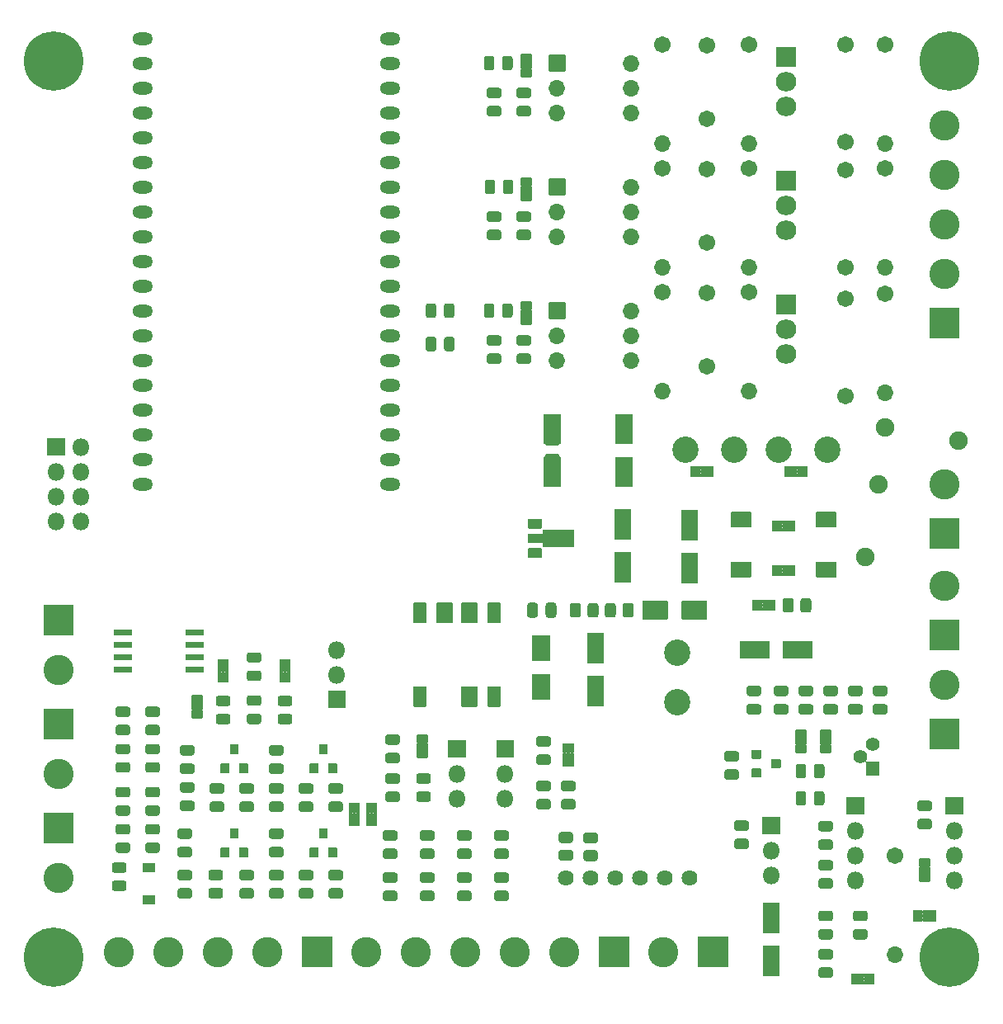
<source format=gbr>
G04 #@! TF.GenerationSoftware,KiCad,Pcbnew,5.1.9-73d0e3b20d~88~ubuntu20.04.1*
G04 #@! TF.CreationDate,2021-03-09T21:18:06-03:00*
G04 #@! TF.ProjectId,std_board,7374645f-626f-4617-9264-2e6b69636164,rev?*
G04 #@! TF.SameCoordinates,Original*
G04 #@! TF.FileFunction,Soldermask,Top*
G04 #@! TF.FilePolarity,Negative*
%FSLAX46Y46*%
G04 Gerber Fmt 4.6, Leading zero omitted, Abs format (unit mm)*
G04 Created by KiCad (PCBNEW 5.1.9-73d0e3b20d~88~ubuntu20.04.1) date 2021-03-09 21:18:06*
%MOMM*%
%LPD*%
G01*
G04 APERTURE LIST*
%ADD10O,2.102000X1.302000*%
%ADD11C,1.702000*%
%ADD12O,1.702000X1.702000*%
%ADD13C,2.702000*%
%ADD14C,1.626000*%
%ADD15C,6.102000*%
%ADD16C,1.902000*%
%ADD17O,1.802000X1.802000*%
%ADD18C,0.100000*%
%ADD19O,2.102000X2.007000*%
%ADD20C,1.402000*%
%ADD21C,3.102000*%
G04 APERTURE END LIST*
D10*
X38100000Y0D03*
X12700000Y0D03*
X38100000Y-2540000D03*
X12700000Y-2540000D03*
X38100000Y-5080000D03*
X12700000Y-5080000D03*
X38100000Y-7620000D03*
X12700000Y-7620000D03*
X38100000Y-10160000D03*
X12700000Y-10160000D03*
X38100000Y-12700000D03*
X12700000Y-12700000D03*
X38100000Y-15240000D03*
X12700000Y-15240000D03*
X38100000Y-17780000D03*
X12700000Y-17780000D03*
X38100000Y-20320000D03*
X12700000Y-20320000D03*
X38100000Y-22860000D03*
X12700000Y-22860000D03*
X38100000Y-25400000D03*
X12700000Y-25400000D03*
X38100000Y-27940000D03*
X12700000Y-27940000D03*
X38100000Y-30480000D03*
X12700000Y-30480000D03*
X38100000Y-33020000D03*
X12700000Y-33020000D03*
X38100000Y-35560000D03*
X12700000Y-35560000D03*
X38100000Y-38100000D03*
X12700000Y-38100000D03*
X38100000Y-40640000D03*
X12700000Y-40640000D03*
X38100000Y-43180000D03*
X12700000Y-43180000D03*
X38100000Y-45720000D03*
X12700000Y-45720000D03*
D11*
X89916000Y-83820000D03*
D12*
X89916000Y-93980000D03*
G36*
G01*
X92482250Y-78201500D02*
X93445750Y-78201500D01*
G75*
G02*
X93715000Y-78470750I0J-269250D01*
G01*
X93715000Y-79009250D01*
G75*
G02*
X93445750Y-79278500I-269250J0D01*
G01*
X92482250Y-79278500D01*
G75*
G02*
X92213000Y-79009250I0J269250D01*
G01*
X92213000Y-78470750D01*
G75*
G02*
X92482250Y-78201500I269250J0D01*
G01*
G37*
G36*
G01*
X92482250Y-80076500D02*
X93445750Y-80076500D01*
G75*
G02*
X93715000Y-80345750I0J-269250D01*
G01*
X93715000Y-80884250D01*
G75*
G02*
X93445750Y-81153500I-269250J0D01*
G01*
X92482250Y-81153500D01*
G75*
G02*
X92213000Y-80884250I0J269250D01*
G01*
X92213000Y-80345750D01*
G75*
G02*
X92482250Y-80076500I269250J0D01*
G01*
G37*
D13*
X77978000Y-42164000D03*
X82978000Y-42164000D03*
D14*
X61976000Y-54610000D03*
X61976000Y-49530000D03*
G36*
G01*
X62776100Y-55820510D02*
X61175900Y-55820510D01*
G75*
G02*
X61124900Y-55769510I0J51000D01*
G01*
X61124900Y-52769770D01*
G75*
G02*
X61175900Y-52718770I51000J0D01*
G01*
X62776100Y-52718770D01*
G75*
G02*
X62827100Y-52769770I0J-51000D01*
G01*
X62827100Y-55769510D01*
G75*
G02*
X62776100Y-55820510I-51000J0D01*
G01*
G37*
G36*
G01*
X62776100Y-51421230D02*
X61175900Y-51421230D01*
G75*
G02*
X61124900Y-51370230I0J51000D01*
G01*
X61124900Y-48370490D01*
G75*
G02*
X61175900Y-48319490I51000J0D01*
G01*
X62776100Y-48319490D01*
G75*
G02*
X62827100Y-48370490I0J-51000D01*
G01*
X62827100Y-51370230D01*
G75*
G02*
X62776100Y-51421230I-51000J0D01*
G01*
G37*
D11*
X66040000Y-635000D03*
D12*
X66040000Y-10795000D03*
X62865000Y-2540000D03*
X55245000Y-7620000D03*
X62865000Y-5080000D03*
X55245000Y-5080000D03*
X62865000Y-7620000D03*
G36*
G01*
X54394000Y-3340000D02*
X54394000Y-1740000D01*
G75*
G02*
X54445000Y-1689000I51000J0D01*
G01*
X56045000Y-1689000D01*
G75*
G02*
X56096000Y-1740000I0J-51000D01*
G01*
X56096000Y-3340000D01*
G75*
G02*
X56045000Y-3391000I-51000J0D01*
G01*
X54445000Y-3391000D01*
G75*
G02*
X54394000Y-3340000I0J51000D01*
G01*
G37*
G36*
G01*
X17125000Y-61235000D02*
X17125000Y-60685000D01*
G75*
G02*
X17176000Y-60634000I51000J0D01*
G01*
X18926000Y-60634000D01*
G75*
G02*
X18977000Y-60685000I0J-51000D01*
G01*
X18977000Y-61235000D01*
G75*
G02*
X18926000Y-61286000I-51000J0D01*
G01*
X17176000Y-61286000D01*
G75*
G02*
X17125000Y-61235000I0J51000D01*
G01*
G37*
G36*
G01*
X17125000Y-62505000D02*
X17125000Y-61955000D01*
G75*
G02*
X17176000Y-61904000I51000J0D01*
G01*
X18926000Y-61904000D01*
G75*
G02*
X18977000Y-61955000I0J-51000D01*
G01*
X18977000Y-62505000D01*
G75*
G02*
X18926000Y-62556000I-51000J0D01*
G01*
X17176000Y-62556000D01*
G75*
G02*
X17125000Y-62505000I0J51000D01*
G01*
G37*
G36*
G01*
X17125000Y-63775000D02*
X17125000Y-63225000D01*
G75*
G02*
X17176000Y-63174000I51000J0D01*
G01*
X18926000Y-63174000D01*
G75*
G02*
X18977000Y-63225000I0J-51000D01*
G01*
X18977000Y-63775000D01*
G75*
G02*
X18926000Y-63826000I-51000J0D01*
G01*
X17176000Y-63826000D01*
G75*
G02*
X17125000Y-63775000I0J51000D01*
G01*
G37*
G36*
G01*
X17125000Y-65045000D02*
X17125000Y-64495000D01*
G75*
G02*
X17176000Y-64444000I51000J0D01*
G01*
X18926000Y-64444000D01*
G75*
G02*
X18977000Y-64495000I0J-51000D01*
G01*
X18977000Y-65045000D01*
G75*
G02*
X18926000Y-65096000I-51000J0D01*
G01*
X17176000Y-65096000D01*
G75*
G02*
X17125000Y-65045000I0J51000D01*
G01*
G37*
G36*
G01*
X9725000Y-65045000D02*
X9725000Y-64495000D01*
G75*
G02*
X9776000Y-64444000I51000J0D01*
G01*
X11526000Y-64444000D01*
G75*
G02*
X11577000Y-64495000I0J-51000D01*
G01*
X11577000Y-65045000D01*
G75*
G02*
X11526000Y-65096000I-51000J0D01*
G01*
X9776000Y-65096000D01*
G75*
G02*
X9725000Y-65045000I0J51000D01*
G01*
G37*
G36*
G01*
X9725000Y-63775000D02*
X9725000Y-63225000D01*
G75*
G02*
X9776000Y-63174000I51000J0D01*
G01*
X11526000Y-63174000D01*
G75*
G02*
X11577000Y-63225000I0J-51000D01*
G01*
X11577000Y-63775000D01*
G75*
G02*
X11526000Y-63826000I-51000J0D01*
G01*
X9776000Y-63826000D01*
G75*
G02*
X9725000Y-63775000I0J51000D01*
G01*
G37*
G36*
G01*
X9725000Y-62505000D02*
X9725000Y-61955000D01*
G75*
G02*
X9776000Y-61904000I51000J0D01*
G01*
X11526000Y-61904000D01*
G75*
G02*
X11577000Y-61955000I0J-51000D01*
G01*
X11577000Y-62505000D01*
G75*
G02*
X11526000Y-62556000I-51000J0D01*
G01*
X9776000Y-62556000D01*
G75*
G02*
X9725000Y-62505000I0J51000D01*
G01*
G37*
G36*
G01*
X9725000Y-61235000D02*
X9725000Y-60685000D01*
G75*
G02*
X9776000Y-60634000I51000J0D01*
G01*
X11526000Y-60634000D01*
G75*
G02*
X11577000Y-60685000I0J-51000D01*
G01*
X11577000Y-61235000D01*
G75*
G02*
X11526000Y-61286000I-51000J0D01*
G01*
X9776000Y-61286000D01*
G75*
G02*
X9725000Y-61235000I0J51000D01*
G01*
G37*
G36*
G01*
X49048250Y-87442500D02*
X50011750Y-87442500D01*
G75*
G02*
X50281000Y-87711750I0J-269250D01*
G01*
X50281000Y-88250250D01*
G75*
G02*
X50011750Y-88519500I-269250J0D01*
G01*
X49048250Y-88519500D01*
G75*
G02*
X48779000Y-88250250I0J269250D01*
G01*
X48779000Y-87711750D01*
G75*
G02*
X49048250Y-87442500I269250J0D01*
G01*
G37*
G36*
G01*
X49048250Y-85567500D02*
X50011750Y-85567500D01*
G75*
G02*
X50281000Y-85836750I0J-269250D01*
G01*
X50281000Y-86375250D01*
G75*
G02*
X50011750Y-86644500I-269250J0D01*
G01*
X49048250Y-86644500D01*
G75*
G02*
X48779000Y-86375250I0J269250D01*
G01*
X48779000Y-85836750D01*
G75*
G02*
X49048250Y-85567500I269250J0D01*
G01*
G37*
D11*
X88900000Y-13335000D03*
D12*
X88900000Y-23495000D03*
X88900000Y-36322000D03*
D11*
X88900000Y-26162000D03*
G36*
G01*
X51334250Y-6924500D02*
X52297750Y-6924500D01*
G75*
G02*
X52567000Y-7193750I0J-269250D01*
G01*
X52567000Y-7732250D01*
G75*
G02*
X52297750Y-8001500I-269250J0D01*
G01*
X51334250Y-8001500D01*
G75*
G02*
X51065000Y-7732250I0J269250D01*
G01*
X51065000Y-7193750D01*
G75*
G02*
X51334250Y-6924500I269250J0D01*
G01*
G37*
G36*
G01*
X51334250Y-5049500D02*
X52297750Y-5049500D01*
G75*
G02*
X52567000Y-5318750I0J-269250D01*
G01*
X52567000Y-5857250D01*
G75*
G02*
X52297750Y-6126500I-269250J0D01*
G01*
X51334250Y-6126500D01*
G75*
G02*
X51065000Y-5857250I0J269250D01*
G01*
X51065000Y-5318750D01*
G75*
G02*
X51334250Y-5049500I269250J0D01*
G01*
G37*
G36*
G01*
X86841750Y-90581500D02*
X85878250Y-90581500D01*
G75*
G02*
X85609000Y-90312250I0J269250D01*
G01*
X85609000Y-89773750D01*
G75*
G02*
X85878250Y-89504500I269250J0D01*
G01*
X86841750Y-89504500D01*
G75*
G02*
X87111000Y-89773750I0J-269250D01*
G01*
X87111000Y-90312250D01*
G75*
G02*
X86841750Y-90581500I-269250J0D01*
G01*
G37*
G36*
G01*
X86841750Y-92456500D02*
X85878250Y-92456500D01*
G75*
G02*
X85609000Y-92187250I0J269250D01*
G01*
X85609000Y-91648750D01*
G75*
G02*
X85878250Y-91379500I269250J0D01*
G01*
X86841750Y-91379500D01*
G75*
G02*
X87111000Y-91648750I0J-269250D01*
G01*
X87111000Y-92187250D01*
G75*
G02*
X86841750Y-92456500I-269250J0D01*
G01*
G37*
D15*
X3556000Y-94234000D03*
X3556000Y-2286000D03*
G36*
G01*
X41428250Y-87442500D02*
X42391750Y-87442500D01*
G75*
G02*
X42661000Y-87711750I0J-269250D01*
G01*
X42661000Y-88250250D01*
G75*
G02*
X42391750Y-88519500I-269250J0D01*
G01*
X41428250Y-88519500D01*
G75*
G02*
X41159000Y-88250250I0J269250D01*
G01*
X41159000Y-87711750D01*
G75*
G02*
X41428250Y-87442500I269250J0D01*
G01*
G37*
G36*
G01*
X41428250Y-85567500D02*
X42391750Y-85567500D01*
G75*
G02*
X42661000Y-85836750I0J-269250D01*
G01*
X42661000Y-86375250D01*
G75*
G02*
X42391750Y-86644500I-269250J0D01*
G01*
X41428250Y-86644500D01*
G75*
G02*
X41159000Y-86375250I0J269250D01*
G01*
X41159000Y-85836750D01*
G75*
G02*
X41428250Y-85567500I269250J0D01*
G01*
G37*
G36*
G01*
X45238250Y-87442500D02*
X46201750Y-87442500D01*
G75*
G02*
X46471000Y-87711750I0J-269250D01*
G01*
X46471000Y-88250250D01*
G75*
G02*
X46201750Y-88519500I-269250J0D01*
G01*
X45238250Y-88519500D01*
G75*
G02*
X44969000Y-88250250I0J269250D01*
G01*
X44969000Y-87711750D01*
G75*
G02*
X45238250Y-87442500I269250J0D01*
G01*
G37*
G36*
G01*
X45238250Y-85567500D02*
X46201750Y-85567500D01*
G75*
G02*
X46471000Y-85836750I0J-269250D01*
G01*
X46471000Y-86375250D01*
G75*
G02*
X46201750Y-86644500I-269250J0D01*
G01*
X45238250Y-86644500D01*
G75*
G02*
X44969000Y-86375250I0J269250D01*
G01*
X44969000Y-85836750D01*
G75*
G02*
X45238250Y-85567500I269250J0D01*
G01*
G37*
G36*
G01*
X32993750Y-86390500D02*
X32030250Y-86390500D01*
G75*
G02*
X31761000Y-86121250I0J269250D01*
G01*
X31761000Y-85582750D01*
G75*
G02*
X32030250Y-85313500I269250J0D01*
G01*
X32993750Y-85313500D01*
G75*
G02*
X33263000Y-85582750I0J-269250D01*
G01*
X33263000Y-86121250D01*
G75*
G02*
X32993750Y-86390500I-269250J0D01*
G01*
G37*
G36*
G01*
X32993750Y-88265500D02*
X32030250Y-88265500D01*
G75*
G02*
X31761000Y-87996250I0J269250D01*
G01*
X31761000Y-87457750D01*
G75*
G02*
X32030250Y-87188500I269250J0D01*
G01*
X32993750Y-87188500D01*
G75*
G02*
X33263000Y-87457750I0J-269250D01*
G01*
X33263000Y-87996250D01*
G75*
G02*
X32993750Y-88265500I-269250J0D01*
G01*
G37*
G36*
G01*
X26823250Y-69311500D02*
X27786750Y-69311500D01*
G75*
G02*
X28056000Y-69580750I0J-269250D01*
G01*
X28056000Y-70119250D01*
G75*
G02*
X27786750Y-70388500I-269250J0D01*
G01*
X26823250Y-70388500D01*
G75*
G02*
X26554000Y-70119250I0J269250D01*
G01*
X26554000Y-69580750D01*
G75*
G02*
X26823250Y-69311500I269250J0D01*
G01*
G37*
G36*
G01*
X26823250Y-67436500D02*
X27786750Y-67436500D01*
G75*
G02*
X28056000Y-67705750I0J-269250D01*
G01*
X28056000Y-68244250D01*
G75*
G02*
X27786750Y-68513500I-269250J0D01*
G01*
X26823250Y-68513500D01*
G75*
G02*
X26554000Y-68244250I0J269250D01*
G01*
X26554000Y-67705750D01*
G75*
G02*
X26823250Y-67436500I269250J0D01*
G01*
G37*
G36*
G01*
X51942999Y-2651000D02*
X52197001Y-2651000D01*
G75*
G02*
X52248000Y-2701999I0J-50999D01*
G01*
X52248000Y-3902001D01*
G75*
G02*
X52197001Y-3953000I-50999J0D01*
G01*
X51942999Y-3953000D01*
G75*
G02*
X51892000Y-3902001I0J50999D01*
G01*
X51892000Y-2701999D01*
G75*
G02*
X51942999Y-2651000I50999J0D01*
G01*
G37*
G36*
G01*
X52323999Y-1790500D02*
X52578001Y-1790500D01*
G75*
G02*
X52629000Y-1841499I0J-50999D01*
G01*
X52629000Y-2984501D01*
G75*
G02*
X52578001Y-3035500I-50999J0D01*
G01*
X52323999Y-3035500D01*
G75*
G02*
X52273000Y-2984501I0J50999D01*
G01*
X52273000Y-1841499D01*
G75*
G02*
X52323999Y-1790500I50999J0D01*
G01*
G37*
G36*
G01*
X51562000Y-1600000D02*
X52578000Y-1600000D01*
G75*
G02*
X52629000Y-1651000I0J-51000D01*
G01*
X52629000Y-2413000D01*
G75*
G02*
X52578000Y-2464000I-51000J0D01*
G01*
X51562000Y-2464000D01*
G75*
G02*
X51511000Y-2413000I0J51000D01*
G01*
X51511000Y-1651000D01*
G75*
G02*
X51562000Y-1600000I51000J0D01*
G01*
G37*
G36*
G01*
X51561999Y-1790500D02*
X51816001Y-1790500D01*
G75*
G02*
X51867000Y-1841499I0J-50999D01*
G01*
X51867000Y-2984501D01*
G75*
G02*
X51816001Y-3035500I-50999J0D01*
G01*
X51561999Y-3035500D01*
G75*
G02*
X51511000Y-2984501I0J50999D01*
G01*
X51511000Y-1841499D01*
G75*
G02*
X51561999Y-1790500I50999J0D01*
G01*
G37*
G36*
G01*
X51562000Y-3124000D02*
X52578000Y-3124000D01*
G75*
G02*
X52629000Y-3175000I0J-51000D01*
G01*
X52629000Y-3937000D01*
G75*
G02*
X52578000Y-3988000I-51000J0D01*
G01*
X51562000Y-3988000D01*
G75*
G02*
X51511000Y-3937000I0J51000D01*
G01*
X51511000Y-3175000D01*
G75*
G02*
X51562000Y-3124000I51000J0D01*
G01*
G37*
G36*
G01*
X52197001Y-28337000D02*
X51942999Y-28337000D01*
G75*
G02*
X51892000Y-28286001I0J50999D01*
G01*
X51892000Y-27085999D01*
G75*
G02*
X51942999Y-27035000I50999J0D01*
G01*
X52197001Y-27035000D01*
G75*
G02*
X52248000Y-27085999I0J-50999D01*
G01*
X52248000Y-28286001D01*
G75*
G02*
X52197001Y-28337000I-50999J0D01*
G01*
G37*
G36*
G01*
X51816001Y-29197500D02*
X51561999Y-29197500D01*
G75*
G02*
X51511000Y-29146501I0J50999D01*
G01*
X51511000Y-28003499D01*
G75*
G02*
X51561999Y-27952500I50999J0D01*
G01*
X51816001Y-27952500D01*
G75*
G02*
X51867000Y-28003499I0J-50999D01*
G01*
X51867000Y-29146501D01*
G75*
G02*
X51816001Y-29197500I-50999J0D01*
G01*
G37*
G36*
G01*
X52578000Y-29388000D02*
X51562000Y-29388000D01*
G75*
G02*
X51511000Y-29337000I0J51000D01*
G01*
X51511000Y-28575000D01*
G75*
G02*
X51562000Y-28524000I51000J0D01*
G01*
X52578000Y-28524000D01*
G75*
G02*
X52629000Y-28575000I0J-51000D01*
G01*
X52629000Y-29337000D01*
G75*
G02*
X52578000Y-29388000I-51000J0D01*
G01*
G37*
G36*
G01*
X52578001Y-29197500D02*
X52323999Y-29197500D01*
G75*
G02*
X52273000Y-29146501I0J50999D01*
G01*
X52273000Y-28003499D01*
G75*
G02*
X52323999Y-27952500I50999J0D01*
G01*
X52578001Y-27952500D01*
G75*
G02*
X52629000Y-28003499I0J-50999D01*
G01*
X52629000Y-29146501D01*
G75*
G02*
X52578001Y-29197500I-50999J0D01*
G01*
G37*
G36*
G01*
X52578000Y-27864000D02*
X51562000Y-27864000D01*
G75*
G02*
X51511000Y-27813000I0J51000D01*
G01*
X51511000Y-27051000D01*
G75*
G02*
X51562000Y-27000000I51000J0D01*
G01*
X52578000Y-27000000D01*
G75*
G02*
X52629000Y-27051000I0J-51000D01*
G01*
X52629000Y-27813000D01*
G75*
G02*
X52578000Y-27864000I-51000J0D01*
G01*
G37*
G36*
G01*
X52197001Y-15637000D02*
X51942999Y-15637000D01*
G75*
G02*
X51892000Y-15586001I0J50999D01*
G01*
X51892000Y-14385999D01*
G75*
G02*
X51942999Y-14335000I50999J0D01*
G01*
X52197001Y-14335000D01*
G75*
G02*
X52248000Y-14385999I0J-50999D01*
G01*
X52248000Y-15586001D01*
G75*
G02*
X52197001Y-15637000I-50999J0D01*
G01*
G37*
G36*
G01*
X51816001Y-16497500D02*
X51561999Y-16497500D01*
G75*
G02*
X51511000Y-16446501I0J50999D01*
G01*
X51511000Y-15303499D01*
G75*
G02*
X51561999Y-15252500I50999J0D01*
G01*
X51816001Y-15252500D01*
G75*
G02*
X51867000Y-15303499I0J-50999D01*
G01*
X51867000Y-16446501D01*
G75*
G02*
X51816001Y-16497500I-50999J0D01*
G01*
G37*
G36*
G01*
X52578000Y-16688000D02*
X51562000Y-16688000D01*
G75*
G02*
X51511000Y-16637000I0J51000D01*
G01*
X51511000Y-15875000D01*
G75*
G02*
X51562000Y-15824000I51000J0D01*
G01*
X52578000Y-15824000D01*
G75*
G02*
X52629000Y-15875000I0J-51000D01*
G01*
X52629000Y-16637000D01*
G75*
G02*
X52578000Y-16688000I-51000J0D01*
G01*
G37*
G36*
G01*
X52578001Y-16497500D02*
X52323999Y-16497500D01*
G75*
G02*
X52273000Y-16446501I0J50999D01*
G01*
X52273000Y-15303499D01*
G75*
G02*
X52323999Y-15252500I50999J0D01*
G01*
X52578001Y-15252500D01*
G75*
G02*
X52629000Y-15303499I0J-50999D01*
G01*
X52629000Y-16446501D01*
G75*
G02*
X52578001Y-16497500I-50999J0D01*
G01*
G37*
G36*
G01*
X52578000Y-15164000D02*
X51562000Y-15164000D01*
G75*
G02*
X51511000Y-15113000I0J51000D01*
G01*
X51511000Y-14351000D01*
G75*
G02*
X51562000Y-14300000I51000J0D01*
G01*
X52578000Y-14300000D01*
G75*
G02*
X52629000Y-14351000I0J-51000D01*
G01*
X52629000Y-15113000D01*
G75*
G02*
X52578000Y-15164000I-51000J0D01*
G01*
G37*
G36*
G01*
X41529001Y-72787000D02*
X41274999Y-72787000D01*
G75*
G02*
X41224000Y-72736001I0J50999D01*
G01*
X41224000Y-71535999D01*
G75*
G02*
X41274999Y-71485000I50999J0D01*
G01*
X41529001Y-71485000D01*
G75*
G02*
X41580000Y-71535999I0J-50999D01*
G01*
X41580000Y-72736001D01*
G75*
G02*
X41529001Y-72787000I-50999J0D01*
G01*
G37*
G36*
G01*
X41148001Y-73647500D02*
X40893999Y-73647500D01*
G75*
G02*
X40843000Y-73596501I0J50999D01*
G01*
X40843000Y-72453499D01*
G75*
G02*
X40893999Y-72402500I50999J0D01*
G01*
X41148001Y-72402500D01*
G75*
G02*
X41199000Y-72453499I0J-50999D01*
G01*
X41199000Y-73596501D01*
G75*
G02*
X41148001Y-73647500I-50999J0D01*
G01*
G37*
G36*
G01*
X41910000Y-73838000D02*
X40894000Y-73838000D01*
G75*
G02*
X40843000Y-73787000I0J51000D01*
G01*
X40843000Y-73025000D01*
G75*
G02*
X40894000Y-72974000I51000J0D01*
G01*
X41910000Y-72974000D01*
G75*
G02*
X41961000Y-73025000I0J-51000D01*
G01*
X41961000Y-73787000D01*
G75*
G02*
X41910000Y-73838000I-51000J0D01*
G01*
G37*
G36*
G01*
X41910001Y-73647500D02*
X41655999Y-73647500D01*
G75*
G02*
X41605000Y-73596501I0J50999D01*
G01*
X41605000Y-72453499D01*
G75*
G02*
X41655999Y-72402500I50999J0D01*
G01*
X41910001Y-72402500D01*
G75*
G02*
X41961000Y-72453499I0J-50999D01*
G01*
X41961000Y-73596501D01*
G75*
G02*
X41910001Y-73647500I-50999J0D01*
G01*
G37*
G36*
G01*
X41910000Y-72314000D02*
X40894000Y-72314000D01*
G75*
G02*
X40843000Y-72263000I0J51000D01*
G01*
X40843000Y-71501000D01*
G75*
G02*
X40894000Y-71450000I51000J0D01*
G01*
X41910000Y-71450000D01*
G75*
G02*
X41961000Y-71501000I0J-51000D01*
G01*
X41961000Y-72263000D01*
G75*
G02*
X41910000Y-72314000I-51000J0D01*
G01*
G37*
G36*
G01*
X49675000Y-15721750D02*
X49675000Y-14758250D01*
G75*
G02*
X49944250Y-14489000I269250J0D01*
G01*
X50482750Y-14489000D01*
G75*
G02*
X50752000Y-14758250I0J-269250D01*
G01*
X50752000Y-15721750D01*
G75*
G02*
X50482750Y-15991000I-269250J0D01*
G01*
X49944250Y-15991000D01*
G75*
G02*
X49675000Y-15721750I0J269250D01*
G01*
G37*
G36*
G01*
X47800000Y-15721750D02*
X47800000Y-14758250D01*
G75*
G02*
X48069250Y-14489000I269250J0D01*
G01*
X48607750Y-14489000D01*
G75*
G02*
X48877000Y-14758250I0J-269250D01*
G01*
X48877000Y-15721750D01*
G75*
G02*
X48607750Y-15991000I-269250J0D01*
G01*
X48069250Y-15991000D01*
G75*
G02*
X47800000Y-15721750I0J269250D01*
G01*
G37*
G36*
G01*
X16536250Y-81074000D02*
X17499750Y-81074000D01*
G75*
G02*
X17769000Y-81343250I0J-269250D01*
G01*
X17769000Y-81881750D01*
G75*
G02*
X17499750Y-82151000I-269250J0D01*
G01*
X16536250Y-82151000D01*
G75*
G02*
X16267000Y-81881750I0J269250D01*
G01*
X16267000Y-81343250D01*
G75*
G02*
X16536250Y-81074000I269250J0D01*
G01*
G37*
G36*
G01*
X16536250Y-82949000D02*
X17499750Y-82949000D01*
G75*
G02*
X17769000Y-83218250I0J-269250D01*
G01*
X17769000Y-83756750D01*
G75*
G02*
X17499750Y-84026000I-269250J0D01*
G01*
X16536250Y-84026000D01*
G75*
G02*
X16267000Y-83756750I0J269250D01*
G01*
X16267000Y-83218250D01*
G75*
G02*
X16536250Y-82949000I269250J0D01*
G01*
G37*
G36*
G01*
X16790250Y-74391500D02*
X17753750Y-74391500D01*
G75*
G02*
X18023000Y-74660750I0J-269250D01*
G01*
X18023000Y-75199250D01*
G75*
G02*
X17753750Y-75468500I-269250J0D01*
G01*
X16790250Y-75468500D01*
G75*
G02*
X16521000Y-75199250I0J269250D01*
G01*
X16521000Y-74660750D01*
G75*
G02*
X16790250Y-74391500I269250J0D01*
G01*
G37*
G36*
G01*
X16790250Y-72516500D02*
X17753750Y-72516500D01*
G75*
G02*
X18023000Y-72785750I0J-269250D01*
G01*
X18023000Y-73324250D01*
G75*
G02*
X17753750Y-73593500I-269250J0D01*
G01*
X16790250Y-73593500D01*
G75*
G02*
X16521000Y-73324250I0J269250D01*
G01*
X16521000Y-72785750D01*
G75*
G02*
X16790250Y-72516500I269250J0D01*
G01*
G37*
G36*
G01*
X20801750Y-77500500D02*
X19838250Y-77500500D01*
G75*
G02*
X19569000Y-77231250I0J269250D01*
G01*
X19569000Y-76692750D01*
G75*
G02*
X19838250Y-76423500I269250J0D01*
G01*
X20801750Y-76423500D01*
G75*
G02*
X21071000Y-76692750I0J-269250D01*
G01*
X21071000Y-77231250D01*
G75*
G02*
X20801750Y-77500500I-269250J0D01*
G01*
G37*
G36*
G01*
X20801750Y-79375500D02*
X19838250Y-79375500D01*
G75*
G02*
X19569000Y-79106250I0J269250D01*
G01*
X19569000Y-78567750D01*
G75*
G02*
X19838250Y-78298500I269250J0D01*
G01*
X20801750Y-78298500D01*
G75*
G02*
X21071000Y-78567750I0J-269250D01*
G01*
X21071000Y-79106250D01*
G75*
G02*
X20801750Y-79375500I-269250J0D01*
G01*
G37*
G36*
G01*
X20674750Y-86390500D02*
X19711250Y-86390500D01*
G75*
G02*
X19442000Y-86121250I0J269250D01*
G01*
X19442000Y-85582750D01*
G75*
G02*
X19711250Y-85313500I269250J0D01*
G01*
X20674750Y-85313500D01*
G75*
G02*
X20944000Y-85582750I0J-269250D01*
G01*
X20944000Y-86121250D01*
G75*
G02*
X20674750Y-86390500I-269250J0D01*
G01*
G37*
G36*
G01*
X20674750Y-88265500D02*
X19711250Y-88265500D01*
G75*
G02*
X19442000Y-87996250I0J269250D01*
G01*
X19442000Y-87457750D01*
G75*
G02*
X19711250Y-87188500I269250J0D01*
G01*
X20674750Y-87188500D01*
G75*
G02*
X20944000Y-87457750I0J-269250D01*
G01*
X20944000Y-87996250D01*
G75*
G02*
X20674750Y-88265500I-269250J0D01*
G01*
G37*
G36*
G01*
X17753750Y-77403500D02*
X16790250Y-77403500D01*
G75*
G02*
X16521000Y-77134250I0J269250D01*
G01*
X16521000Y-76595750D01*
G75*
G02*
X16790250Y-76326500I269250J0D01*
G01*
X17753750Y-76326500D01*
G75*
G02*
X18023000Y-76595750I0J-269250D01*
G01*
X18023000Y-77134250D01*
G75*
G02*
X17753750Y-77403500I-269250J0D01*
G01*
G37*
G36*
G01*
X17753750Y-79278500D02*
X16790250Y-79278500D01*
G75*
G02*
X16521000Y-79009250I0J269250D01*
G01*
X16521000Y-78470750D01*
G75*
G02*
X16790250Y-78201500I269250J0D01*
G01*
X17753750Y-78201500D01*
G75*
G02*
X18023000Y-78470750I0J-269250D01*
G01*
X18023000Y-79009250D01*
G75*
G02*
X17753750Y-79278500I-269250J0D01*
G01*
G37*
G36*
G01*
X26897750Y-82151000D02*
X25934250Y-82151000D01*
G75*
G02*
X25665000Y-81881750I0J269250D01*
G01*
X25665000Y-81343250D01*
G75*
G02*
X25934250Y-81074000I269250J0D01*
G01*
X26897750Y-81074000D01*
G75*
G02*
X27167000Y-81343250I0J-269250D01*
G01*
X27167000Y-81881750D01*
G75*
G02*
X26897750Y-82151000I-269250J0D01*
G01*
G37*
G36*
G01*
X26897750Y-84026000D02*
X25934250Y-84026000D01*
G75*
G02*
X25665000Y-83756750I0J269250D01*
G01*
X25665000Y-83218250D01*
G75*
G02*
X25934250Y-82949000I269250J0D01*
G01*
X26897750Y-82949000D01*
G75*
G02*
X27167000Y-83218250I0J-269250D01*
G01*
X27167000Y-83756750D01*
G75*
G02*
X26897750Y-84026000I-269250J0D01*
G01*
G37*
G36*
G01*
X26897750Y-73593500D02*
X25934250Y-73593500D01*
G75*
G02*
X25665000Y-73324250I0J269250D01*
G01*
X25665000Y-72785750D01*
G75*
G02*
X25934250Y-72516500I269250J0D01*
G01*
X26897750Y-72516500D01*
G75*
G02*
X27167000Y-72785750I0J-269250D01*
G01*
X27167000Y-73324250D01*
G75*
G02*
X26897750Y-73593500I-269250J0D01*
G01*
G37*
G36*
G01*
X26897750Y-75468500D02*
X25934250Y-75468500D01*
G75*
G02*
X25665000Y-75199250I0J269250D01*
G01*
X25665000Y-74660750D01*
G75*
G02*
X25934250Y-74391500I269250J0D01*
G01*
X26897750Y-74391500D01*
G75*
G02*
X27167000Y-74660750I0J-269250D01*
G01*
X27167000Y-75199250D01*
G75*
G02*
X26897750Y-75468500I-269250J0D01*
G01*
G37*
G36*
G01*
X37872250Y-73297000D02*
X38835750Y-73297000D01*
G75*
G02*
X39105000Y-73566250I0J-269250D01*
G01*
X39105000Y-74104750D01*
G75*
G02*
X38835750Y-74374000I-269250J0D01*
G01*
X37872250Y-74374000D01*
G75*
G02*
X37603000Y-74104750I0J269250D01*
G01*
X37603000Y-73566250D01*
G75*
G02*
X37872250Y-73297000I269250J0D01*
G01*
G37*
G36*
G01*
X37872250Y-71422000D02*
X38835750Y-71422000D01*
G75*
G02*
X39105000Y-71691250I0J-269250D01*
G01*
X39105000Y-72229750D01*
G75*
G02*
X38835750Y-72499000I-269250J0D01*
G01*
X37872250Y-72499000D01*
G75*
G02*
X37603000Y-72229750I0J269250D01*
G01*
X37603000Y-71691250D01*
G75*
G02*
X37872250Y-71422000I269250J0D01*
G01*
G37*
G36*
G01*
X26897750Y-86390500D02*
X25934250Y-86390500D01*
G75*
G02*
X25665000Y-86121250I0J269250D01*
G01*
X25665000Y-85582750D01*
G75*
G02*
X25934250Y-85313500I269250J0D01*
G01*
X26897750Y-85313500D01*
G75*
G02*
X27167000Y-85582750I0J-269250D01*
G01*
X27167000Y-86121250D01*
G75*
G02*
X26897750Y-86390500I-269250J0D01*
G01*
G37*
G36*
G01*
X26897750Y-88265500D02*
X25934250Y-88265500D01*
G75*
G02*
X25665000Y-87996250I0J269250D01*
G01*
X25665000Y-87457750D01*
G75*
G02*
X25934250Y-87188500I269250J0D01*
G01*
X26897750Y-87188500D01*
G75*
G02*
X27167000Y-87457750I0J-269250D01*
G01*
X27167000Y-87996250D01*
G75*
G02*
X26897750Y-88265500I-269250J0D01*
G01*
G37*
G36*
G01*
X29945750Y-77500500D02*
X28982250Y-77500500D01*
G75*
G02*
X28713000Y-77231250I0J269250D01*
G01*
X28713000Y-76692750D01*
G75*
G02*
X28982250Y-76423500I269250J0D01*
G01*
X29945750Y-76423500D01*
G75*
G02*
X30215000Y-76692750I0J-269250D01*
G01*
X30215000Y-77231250D01*
G75*
G02*
X29945750Y-77500500I-269250J0D01*
G01*
G37*
G36*
G01*
X29945750Y-79375500D02*
X28982250Y-79375500D01*
G75*
G02*
X28713000Y-79106250I0J269250D01*
G01*
X28713000Y-78567750D01*
G75*
G02*
X28982250Y-78298500I269250J0D01*
G01*
X29945750Y-78298500D01*
G75*
G02*
X30215000Y-78567750I0J-269250D01*
G01*
X30215000Y-79106250D01*
G75*
G02*
X29945750Y-79375500I-269250J0D01*
G01*
G37*
G36*
G01*
X29945750Y-86390500D02*
X28982250Y-86390500D01*
G75*
G02*
X28713000Y-86121250I0J269250D01*
G01*
X28713000Y-85582750D01*
G75*
G02*
X28982250Y-85313500I269250J0D01*
G01*
X29945750Y-85313500D01*
G75*
G02*
X30215000Y-85582750I0J-269250D01*
G01*
X30215000Y-86121250D01*
G75*
G02*
X29945750Y-86390500I-269250J0D01*
G01*
G37*
G36*
G01*
X29945750Y-88265500D02*
X28982250Y-88265500D01*
G75*
G02*
X28713000Y-87996250I0J269250D01*
G01*
X28713000Y-87457750D01*
G75*
G02*
X28982250Y-87188500I269250J0D01*
G01*
X29945750Y-87188500D01*
G75*
G02*
X30215000Y-87457750I0J-269250D01*
G01*
X30215000Y-87996250D01*
G75*
G02*
X29945750Y-88265500I-269250J0D01*
G01*
G37*
G36*
G01*
X26897750Y-77500500D02*
X25934250Y-77500500D01*
G75*
G02*
X25665000Y-77231250I0J269250D01*
G01*
X25665000Y-76692750D01*
G75*
G02*
X25934250Y-76423500I269250J0D01*
G01*
X26897750Y-76423500D01*
G75*
G02*
X27167000Y-76692750I0J-269250D01*
G01*
X27167000Y-77231250D01*
G75*
G02*
X26897750Y-77500500I-269250J0D01*
G01*
G37*
G36*
G01*
X26897750Y-79375500D02*
X25934250Y-79375500D01*
G75*
G02*
X25665000Y-79106250I0J269250D01*
G01*
X25665000Y-78567750D01*
G75*
G02*
X25934250Y-78298500I269250J0D01*
G01*
X26897750Y-78298500D01*
G75*
G02*
X27167000Y-78567750I0J-269250D01*
G01*
X27167000Y-79106250D01*
G75*
G02*
X26897750Y-79375500I-269250J0D01*
G01*
G37*
G36*
G01*
X41047250Y-77282500D02*
X42010750Y-77282500D01*
G75*
G02*
X42280000Y-77551750I0J-269250D01*
G01*
X42280000Y-78090250D01*
G75*
G02*
X42010750Y-78359500I-269250J0D01*
G01*
X41047250Y-78359500D01*
G75*
G02*
X40778000Y-78090250I0J269250D01*
G01*
X40778000Y-77551750D01*
G75*
G02*
X41047250Y-77282500I269250J0D01*
G01*
G37*
G36*
G01*
X41047250Y-75407500D02*
X42010750Y-75407500D01*
G75*
G02*
X42280000Y-75676750I0J-269250D01*
G01*
X42280000Y-76215250D01*
G75*
G02*
X42010750Y-76484500I-269250J0D01*
G01*
X41047250Y-76484500D01*
G75*
G02*
X40778000Y-76215250I0J269250D01*
G01*
X40778000Y-75676750D01*
G75*
G02*
X41047250Y-75407500I269250J0D01*
G01*
G37*
G36*
G01*
X10186250Y-78679500D02*
X11149750Y-78679500D01*
G75*
G02*
X11419000Y-78948750I0J-269250D01*
G01*
X11419000Y-79487250D01*
G75*
G02*
X11149750Y-79756500I-269250J0D01*
G01*
X10186250Y-79756500D01*
G75*
G02*
X9917000Y-79487250I0J269250D01*
G01*
X9917000Y-78948750D01*
G75*
G02*
X10186250Y-78679500I269250J0D01*
G01*
G37*
G36*
G01*
X10186250Y-76804500D02*
X11149750Y-76804500D01*
G75*
G02*
X11419000Y-77073750I0J-269250D01*
G01*
X11419000Y-77612250D01*
G75*
G02*
X11149750Y-77881500I-269250J0D01*
G01*
X10186250Y-77881500D01*
G75*
G02*
X9917000Y-77612250I0J269250D01*
G01*
X9917000Y-77073750D01*
G75*
G02*
X10186250Y-76804500I269250J0D01*
G01*
G37*
D16*
X96400000Y-41278000D03*
X88900000Y-39878000D03*
X88265000Y-45720000D03*
X86865000Y-53220000D03*
D12*
X62865000Y-27940000D03*
X55245000Y-33020000D03*
X62865000Y-30480000D03*
X55245000Y-30480000D03*
X62865000Y-33020000D03*
G36*
G01*
X54394000Y-28740000D02*
X54394000Y-27140000D01*
G75*
G02*
X54445000Y-27089000I51000J0D01*
G01*
X56045000Y-27089000D01*
G75*
G02*
X56096000Y-27140000I0J-51000D01*
G01*
X56096000Y-28740000D01*
G75*
G02*
X56045000Y-28791000I-51000J0D01*
G01*
X54445000Y-28791000D01*
G75*
G02*
X54394000Y-28740000I0J51000D01*
G01*
G37*
X62865000Y-15240000D03*
X55245000Y-20320000D03*
X62865000Y-17780000D03*
X55245000Y-17780000D03*
X62865000Y-20320000D03*
G36*
G01*
X54394000Y-16040000D02*
X54394000Y-14440000D01*
G75*
G02*
X54445000Y-14389000I51000J0D01*
G01*
X56045000Y-14389000D01*
G75*
G02*
X56096000Y-14440000I0J-51000D01*
G01*
X56096000Y-16040000D01*
G75*
G02*
X56045000Y-16091000I-51000J0D01*
G01*
X54445000Y-16091000D01*
G75*
G02*
X54394000Y-16040000I0J51000D01*
G01*
G37*
G36*
G01*
X45238250Y-83124500D02*
X46201750Y-83124500D01*
G75*
G02*
X46471000Y-83393750I0J-269250D01*
G01*
X46471000Y-83932250D01*
G75*
G02*
X46201750Y-84201500I-269250J0D01*
G01*
X45238250Y-84201500D01*
G75*
G02*
X44969000Y-83932250I0J269250D01*
G01*
X44969000Y-83393750D01*
G75*
G02*
X45238250Y-83124500I269250J0D01*
G01*
G37*
G36*
G01*
X45238250Y-81249500D02*
X46201750Y-81249500D01*
G75*
G02*
X46471000Y-81518750I0J-269250D01*
G01*
X46471000Y-82057250D01*
G75*
G02*
X46201750Y-82326500I-269250J0D01*
G01*
X45238250Y-82326500D01*
G75*
G02*
X44969000Y-82057250I0J269250D01*
G01*
X44969000Y-81518750D01*
G75*
G02*
X45238250Y-81249500I269250J0D01*
G01*
G37*
G36*
G01*
X51334250Y-19624500D02*
X52297750Y-19624500D01*
G75*
G02*
X52567000Y-19893750I0J-269250D01*
G01*
X52567000Y-20432250D01*
G75*
G02*
X52297750Y-20701500I-269250J0D01*
G01*
X51334250Y-20701500D01*
G75*
G02*
X51065000Y-20432250I0J269250D01*
G01*
X51065000Y-19893750D01*
G75*
G02*
X51334250Y-19624500I269250J0D01*
G01*
G37*
G36*
G01*
X51334250Y-17749500D02*
X52297750Y-17749500D01*
G75*
G02*
X52567000Y-18018750I0J-269250D01*
G01*
X52567000Y-18557250D01*
G75*
G02*
X52297750Y-18826500I-269250J0D01*
G01*
X51334250Y-18826500D01*
G75*
G02*
X51065000Y-18557250I0J269250D01*
G01*
X51065000Y-18018750D01*
G75*
G02*
X51334250Y-17749500I269250J0D01*
G01*
G37*
G36*
G01*
X42829500Y-30887250D02*
X42829500Y-31850750D01*
G75*
G02*
X42560250Y-32120000I-269250J0D01*
G01*
X42021750Y-32120000D01*
G75*
G02*
X41752500Y-31850750I0J269250D01*
G01*
X41752500Y-30887250D01*
G75*
G02*
X42021750Y-30618000I269250J0D01*
G01*
X42560250Y-30618000D01*
G75*
G02*
X42829500Y-30887250I0J-269250D01*
G01*
G37*
G36*
G01*
X44704500Y-30887250D02*
X44704500Y-31850750D01*
G75*
G02*
X44435250Y-32120000I-269250J0D01*
G01*
X43896750Y-32120000D01*
G75*
G02*
X43627500Y-31850750I0J269250D01*
G01*
X43627500Y-30887250D01*
G75*
G02*
X43896750Y-30618000I269250J0D01*
G01*
X44435250Y-30618000D01*
G75*
G02*
X44704500Y-30887250I0J-269250D01*
G01*
G37*
G36*
G01*
X13234250Y-82489500D02*
X14197750Y-82489500D01*
G75*
G02*
X14467000Y-82758750I0J-269250D01*
G01*
X14467000Y-83297250D01*
G75*
G02*
X14197750Y-83566500I-269250J0D01*
G01*
X13234250Y-83566500D01*
G75*
G02*
X12965000Y-83297250I0J269250D01*
G01*
X12965000Y-82758750D01*
G75*
G02*
X13234250Y-82489500I269250J0D01*
G01*
G37*
G36*
G01*
X13234250Y-80614500D02*
X14197750Y-80614500D01*
G75*
G02*
X14467000Y-80883750I0J-269250D01*
G01*
X14467000Y-81422250D01*
G75*
G02*
X14197750Y-81691500I-269250J0D01*
G01*
X13234250Y-81691500D01*
G75*
G02*
X12965000Y-81422250I0J269250D01*
G01*
X12965000Y-80883750D01*
G75*
G02*
X13234250Y-80614500I269250J0D01*
G01*
G37*
G36*
G01*
X23849750Y-86390500D02*
X22886250Y-86390500D01*
G75*
G02*
X22617000Y-86121250I0J269250D01*
G01*
X22617000Y-85582750D01*
G75*
G02*
X22886250Y-85313500I269250J0D01*
G01*
X23849750Y-85313500D01*
G75*
G02*
X24119000Y-85582750I0J-269250D01*
G01*
X24119000Y-86121250D01*
G75*
G02*
X23849750Y-86390500I-269250J0D01*
G01*
G37*
G36*
G01*
X23849750Y-88265500D02*
X22886250Y-88265500D01*
G75*
G02*
X22617000Y-87996250I0J269250D01*
G01*
X22617000Y-87457750D01*
G75*
G02*
X22886250Y-87188500I269250J0D01*
G01*
X23849750Y-87188500D01*
G75*
G02*
X24119000Y-87457750I0J-269250D01*
G01*
X24119000Y-87996250D01*
G75*
G02*
X23849750Y-88265500I-269250J0D01*
G01*
G37*
G36*
G01*
X20473250Y-69311500D02*
X21436750Y-69311500D01*
G75*
G02*
X21706000Y-69580750I0J-269250D01*
G01*
X21706000Y-70119250D01*
G75*
G02*
X21436750Y-70388500I-269250J0D01*
G01*
X20473250Y-70388500D01*
G75*
G02*
X20204000Y-70119250I0J269250D01*
G01*
X20204000Y-69580750D01*
G75*
G02*
X20473250Y-69311500I269250J0D01*
G01*
G37*
G36*
G01*
X20473250Y-67436500D02*
X21436750Y-67436500D01*
G75*
G02*
X21706000Y-67705750I0J-269250D01*
G01*
X21706000Y-68244250D01*
G75*
G02*
X21436750Y-68513500I-269250J0D01*
G01*
X20473250Y-68513500D01*
G75*
G02*
X20204000Y-68244250I0J269250D01*
G01*
X20204000Y-67705750D01*
G75*
G02*
X20473250Y-67436500I269250J0D01*
G01*
G37*
G36*
G01*
X47721500Y-28421750D02*
X47721500Y-27458250D01*
G75*
G02*
X47990750Y-27189000I269250J0D01*
G01*
X48529250Y-27189000D01*
G75*
G02*
X48798500Y-27458250I0J-269250D01*
G01*
X48798500Y-28421750D01*
G75*
G02*
X48529250Y-28691000I-269250J0D01*
G01*
X47990750Y-28691000D01*
G75*
G02*
X47721500Y-28421750I0J269250D01*
G01*
G37*
G36*
G01*
X49596500Y-28421750D02*
X49596500Y-27458250D01*
G75*
G02*
X49865750Y-27189000I269250J0D01*
G01*
X50404250Y-27189000D01*
G75*
G02*
X50673500Y-27458250I0J-269250D01*
G01*
X50673500Y-28421750D01*
G75*
G02*
X50404250Y-28691000I-269250J0D01*
G01*
X49865750Y-28691000D01*
G75*
G02*
X49596500Y-28421750I0J269250D01*
G01*
G37*
G36*
G01*
X41428250Y-83124500D02*
X42391750Y-83124500D01*
G75*
G02*
X42661000Y-83393750I0J-269250D01*
G01*
X42661000Y-83932250D01*
G75*
G02*
X42391750Y-84201500I-269250J0D01*
G01*
X41428250Y-84201500D01*
G75*
G02*
X41159000Y-83932250I0J269250D01*
G01*
X41159000Y-83393750D01*
G75*
G02*
X41428250Y-83124500I269250J0D01*
G01*
G37*
G36*
G01*
X41428250Y-81249500D02*
X42391750Y-81249500D01*
G75*
G02*
X42661000Y-81518750I0J-269250D01*
G01*
X42661000Y-82057250D01*
G75*
G02*
X42391750Y-82326500I-269250J0D01*
G01*
X41428250Y-82326500D01*
G75*
G02*
X41159000Y-82057250I0J269250D01*
G01*
X41159000Y-81518750D01*
G75*
G02*
X41428250Y-81249500I269250J0D01*
G01*
G37*
G36*
G01*
X10186250Y-70424500D02*
X11149750Y-70424500D01*
G75*
G02*
X11419000Y-70693750I0J-269250D01*
G01*
X11419000Y-71232250D01*
G75*
G02*
X11149750Y-71501500I-269250J0D01*
G01*
X10186250Y-71501500D01*
G75*
G02*
X9917000Y-71232250I0J269250D01*
G01*
X9917000Y-70693750D01*
G75*
G02*
X10186250Y-70424500I269250J0D01*
G01*
G37*
G36*
G01*
X10186250Y-68549500D02*
X11149750Y-68549500D01*
G75*
G02*
X11419000Y-68818750I0J-269250D01*
G01*
X11419000Y-69357250D01*
G75*
G02*
X11149750Y-69626500I-269250J0D01*
G01*
X10186250Y-69626500D01*
G75*
G02*
X9917000Y-69357250I0J269250D01*
G01*
X9917000Y-68818750D01*
G75*
G02*
X10186250Y-68549500I269250J0D01*
G01*
G37*
G36*
G01*
X13234250Y-70424500D02*
X14197750Y-70424500D01*
G75*
G02*
X14467000Y-70693750I0J-269250D01*
G01*
X14467000Y-71232250D01*
G75*
G02*
X14197750Y-71501500I-269250J0D01*
G01*
X13234250Y-71501500D01*
G75*
G02*
X12965000Y-71232250I0J269250D01*
G01*
X12965000Y-70693750D01*
G75*
G02*
X13234250Y-70424500I269250J0D01*
G01*
G37*
G36*
G01*
X13234250Y-68549500D02*
X14197750Y-68549500D01*
G75*
G02*
X14467000Y-68818750I0J-269250D01*
G01*
X14467000Y-69357250D01*
G75*
G02*
X14197750Y-69626500I-269250J0D01*
G01*
X13234250Y-69626500D01*
G75*
G02*
X12965000Y-69357250I0J269250D01*
G01*
X12965000Y-68818750D01*
G75*
G02*
X13234250Y-68549500I269250J0D01*
G01*
G37*
G36*
G01*
X23648250Y-69281500D02*
X24611750Y-69281500D01*
G75*
G02*
X24881000Y-69550750I0J-269250D01*
G01*
X24881000Y-70089250D01*
G75*
G02*
X24611750Y-70358500I-269250J0D01*
G01*
X23648250Y-70358500D01*
G75*
G02*
X23379000Y-70089250I0J269250D01*
G01*
X23379000Y-69550750D01*
G75*
G02*
X23648250Y-69281500I269250J0D01*
G01*
G37*
G36*
G01*
X23648250Y-67406500D02*
X24611750Y-67406500D01*
G75*
G02*
X24881000Y-67675750I0J-269250D01*
G01*
X24881000Y-68214250D01*
G75*
G02*
X24611750Y-68483500I-269250J0D01*
G01*
X23648250Y-68483500D01*
G75*
G02*
X23379000Y-68214250I0J269250D01*
G01*
X23379000Y-67675750D01*
G75*
G02*
X23648250Y-67406500I269250J0D01*
G01*
G37*
G36*
G01*
X37618250Y-87442500D02*
X38581750Y-87442500D01*
G75*
G02*
X38851000Y-87711750I0J-269250D01*
G01*
X38851000Y-88250250D01*
G75*
G02*
X38581750Y-88519500I-269250J0D01*
G01*
X37618250Y-88519500D01*
G75*
G02*
X37349000Y-88250250I0J269250D01*
G01*
X37349000Y-87711750D01*
G75*
G02*
X37618250Y-87442500I269250J0D01*
G01*
G37*
G36*
G01*
X37618250Y-85567500D02*
X38581750Y-85567500D01*
G75*
G02*
X38851000Y-85836750I0J-269250D01*
G01*
X38851000Y-86375250D01*
G75*
G02*
X38581750Y-86644500I-269250J0D01*
G01*
X37618250Y-86644500D01*
G75*
G02*
X37349000Y-86375250I0J269250D01*
G01*
X37349000Y-85836750D01*
G75*
G02*
X37618250Y-85567500I269250J0D01*
G01*
G37*
G36*
G01*
X23849750Y-77500500D02*
X22886250Y-77500500D01*
G75*
G02*
X22617000Y-77231250I0J269250D01*
G01*
X22617000Y-76692750D01*
G75*
G02*
X22886250Y-76423500I269250J0D01*
G01*
X23849750Y-76423500D01*
G75*
G02*
X24119000Y-76692750I0J-269250D01*
G01*
X24119000Y-77231250D01*
G75*
G02*
X23849750Y-77500500I-269250J0D01*
G01*
G37*
G36*
G01*
X23849750Y-79375500D02*
X22886250Y-79375500D01*
G75*
G02*
X22617000Y-79106250I0J269250D01*
G01*
X22617000Y-78567750D01*
G75*
G02*
X22886250Y-78298500I269250J0D01*
G01*
X23849750Y-78298500D01*
G75*
G02*
X24119000Y-78567750I0J-269250D01*
G01*
X24119000Y-79106250D01*
G75*
G02*
X23849750Y-79375500I-269250J0D01*
G01*
G37*
G36*
G01*
X32993750Y-77500500D02*
X32030250Y-77500500D01*
G75*
G02*
X31761000Y-77231250I0J269250D01*
G01*
X31761000Y-76692750D01*
G75*
G02*
X32030250Y-76423500I269250J0D01*
G01*
X32993750Y-76423500D01*
G75*
G02*
X33263000Y-76692750I0J-269250D01*
G01*
X33263000Y-77231250D01*
G75*
G02*
X32993750Y-77500500I-269250J0D01*
G01*
G37*
G36*
G01*
X32993750Y-79375500D02*
X32030250Y-79375500D01*
G75*
G02*
X31761000Y-79106250I0J269250D01*
G01*
X31761000Y-78567750D01*
G75*
G02*
X32030250Y-78298500I269250J0D01*
G01*
X32993750Y-78298500D01*
G75*
G02*
X33263000Y-78567750I0J-269250D01*
G01*
X33263000Y-79106250D01*
G75*
G02*
X32993750Y-79375500I-269250J0D01*
G01*
G37*
G36*
G01*
X37872250Y-77282500D02*
X38835750Y-77282500D01*
G75*
G02*
X39105000Y-77551750I0J-269250D01*
G01*
X39105000Y-78090250D01*
G75*
G02*
X38835750Y-78359500I-269250J0D01*
G01*
X37872250Y-78359500D01*
G75*
G02*
X37603000Y-78090250I0J269250D01*
G01*
X37603000Y-77551750D01*
G75*
G02*
X37872250Y-77282500I269250J0D01*
G01*
G37*
G36*
G01*
X37872250Y-75407500D02*
X38835750Y-75407500D01*
G75*
G02*
X39105000Y-75676750I0J-269250D01*
G01*
X39105000Y-76215250D01*
G75*
G02*
X38835750Y-76484500I-269250J0D01*
G01*
X37872250Y-76484500D01*
G75*
G02*
X37603000Y-76215250I0J269250D01*
G01*
X37603000Y-75676750D01*
G75*
G02*
X37872250Y-75407500I269250J0D01*
G01*
G37*
G36*
G01*
X51334250Y-32324500D02*
X52297750Y-32324500D01*
G75*
G02*
X52567000Y-32593750I0J-269250D01*
G01*
X52567000Y-33132250D01*
G75*
G02*
X52297750Y-33401500I-269250J0D01*
G01*
X51334250Y-33401500D01*
G75*
G02*
X51065000Y-33132250I0J269250D01*
G01*
X51065000Y-32593750D01*
G75*
G02*
X51334250Y-32324500I269250J0D01*
G01*
G37*
G36*
G01*
X51334250Y-30449500D02*
X52297750Y-30449500D01*
G75*
G02*
X52567000Y-30718750I0J-269250D01*
G01*
X52567000Y-31257250D01*
G75*
G02*
X52297750Y-31526500I-269250J0D01*
G01*
X51334250Y-31526500D01*
G75*
G02*
X51065000Y-31257250I0J269250D01*
G01*
X51065000Y-30718750D01*
G75*
G02*
X51334250Y-30449500I269250J0D01*
G01*
G37*
G36*
G01*
X49596500Y-3021750D02*
X49596500Y-2058250D01*
G75*
G02*
X49865750Y-1789000I269250J0D01*
G01*
X50404250Y-1789000D01*
G75*
G02*
X50673500Y-2058250I0J-269250D01*
G01*
X50673500Y-3021750D01*
G75*
G02*
X50404250Y-3291000I-269250J0D01*
G01*
X49865750Y-3291000D01*
G75*
G02*
X49596500Y-3021750I0J269250D01*
G01*
G37*
G36*
G01*
X47721500Y-3021750D02*
X47721500Y-2058250D01*
G75*
G02*
X47990750Y-1789000I269250J0D01*
G01*
X48529250Y-1789000D01*
G75*
G02*
X48798500Y-2058250I0J-269250D01*
G01*
X48798500Y-3021750D01*
G75*
G02*
X48529250Y-3291000I-269250J0D01*
G01*
X47990750Y-3291000D01*
G75*
G02*
X47721500Y-3021750I0J269250D01*
G01*
G37*
G36*
G01*
X48286250Y-32324500D02*
X49249750Y-32324500D01*
G75*
G02*
X49519000Y-32593750I0J-269250D01*
G01*
X49519000Y-33132250D01*
G75*
G02*
X49249750Y-33401500I-269250J0D01*
G01*
X48286250Y-33401500D01*
G75*
G02*
X48017000Y-33132250I0J269250D01*
G01*
X48017000Y-32593750D01*
G75*
G02*
X48286250Y-32324500I269250J0D01*
G01*
G37*
G36*
G01*
X48286250Y-30449500D02*
X49249750Y-30449500D01*
G75*
G02*
X49519000Y-30718750I0J-269250D01*
G01*
X49519000Y-31257250D01*
G75*
G02*
X49249750Y-31526500I-269250J0D01*
G01*
X48286250Y-31526500D01*
G75*
G02*
X48017000Y-31257250I0J269250D01*
G01*
X48017000Y-30718750D01*
G75*
G02*
X48286250Y-30449500I269250J0D01*
G01*
G37*
G36*
G01*
X48286250Y-19624500D02*
X49249750Y-19624500D01*
G75*
G02*
X49519000Y-19893750I0J-269250D01*
G01*
X49519000Y-20432250D01*
G75*
G02*
X49249750Y-20701500I-269250J0D01*
G01*
X48286250Y-20701500D01*
G75*
G02*
X48017000Y-20432250I0J269250D01*
G01*
X48017000Y-19893750D01*
G75*
G02*
X48286250Y-19624500I269250J0D01*
G01*
G37*
G36*
G01*
X48286250Y-17749500D02*
X49249750Y-17749500D01*
G75*
G02*
X49519000Y-18018750I0J-269250D01*
G01*
X49519000Y-18557250D01*
G75*
G02*
X49249750Y-18826500I-269250J0D01*
G01*
X48286250Y-18826500D01*
G75*
G02*
X48017000Y-18557250I0J269250D01*
G01*
X48017000Y-18018750D01*
G75*
G02*
X48286250Y-17749500I269250J0D01*
G01*
G37*
G36*
G01*
X37618250Y-83124500D02*
X38581750Y-83124500D01*
G75*
G02*
X38851000Y-83393750I0J-269250D01*
G01*
X38851000Y-83932250D01*
G75*
G02*
X38581750Y-84201500I-269250J0D01*
G01*
X37618250Y-84201500D01*
G75*
G02*
X37349000Y-83932250I0J269250D01*
G01*
X37349000Y-83393750D01*
G75*
G02*
X37618250Y-83124500I269250J0D01*
G01*
G37*
G36*
G01*
X37618250Y-81249500D02*
X38581750Y-81249500D01*
G75*
G02*
X38851000Y-81518750I0J-269250D01*
G01*
X38851000Y-82057250D01*
G75*
G02*
X38581750Y-82326500I-269250J0D01*
G01*
X37618250Y-82326500D01*
G75*
G02*
X37349000Y-82057250I0J269250D01*
G01*
X37349000Y-81518750D01*
G75*
G02*
X37618250Y-81249500I269250J0D01*
G01*
G37*
G36*
G01*
X49048250Y-83124500D02*
X50011750Y-83124500D01*
G75*
G02*
X50281000Y-83393750I0J-269250D01*
G01*
X50281000Y-83932250D01*
G75*
G02*
X50011750Y-84201500I-269250J0D01*
G01*
X49048250Y-84201500D01*
G75*
G02*
X48779000Y-83932250I0J269250D01*
G01*
X48779000Y-83393750D01*
G75*
G02*
X49048250Y-83124500I269250J0D01*
G01*
G37*
G36*
G01*
X49048250Y-81249500D02*
X50011750Y-81249500D01*
G75*
G02*
X50281000Y-81518750I0J-269250D01*
G01*
X50281000Y-82057250D01*
G75*
G02*
X50011750Y-82326500I-269250J0D01*
G01*
X49048250Y-82326500D01*
G75*
G02*
X48779000Y-82057250I0J269250D01*
G01*
X48779000Y-81518750D01*
G75*
G02*
X49048250Y-81249500I269250J0D01*
G01*
G37*
G36*
G01*
X17499750Y-86390500D02*
X16536250Y-86390500D01*
G75*
G02*
X16267000Y-86121250I0J269250D01*
G01*
X16267000Y-85582750D01*
G75*
G02*
X16536250Y-85313500I269250J0D01*
G01*
X17499750Y-85313500D01*
G75*
G02*
X17769000Y-85582750I0J-269250D01*
G01*
X17769000Y-86121250D01*
G75*
G02*
X17499750Y-86390500I-269250J0D01*
G01*
G37*
G36*
G01*
X17499750Y-88265500D02*
X16536250Y-88265500D01*
G75*
G02*
X16267000Y-87996250I0J269250D01*
G01*
X16267000Y-87457750D01*
G75*
G02*
X16536250Y-87188500I269250J0D01*
G01*
X17499750Y-87188500D01*
G75*
G02*
X17769000Y-87457750I0J-269250D01*
G01*
X17769000Y-87996250D01*
G75*
G02*
X17499750Y-88265500I-269250J0D01*
G01*
G37*
G36*
G01*
X13234250Y-78679500D02*
X14197750Y-78679500D01*
G75*
G02*
X14467000Y-78948750I0J-269250D01*
G01*
X14467000Y-79487250D01*
G75*
G02*
X14197750Y-79756500I-269250J0D01*
G01*
X13234250Y-79756500D01*
G75*
G02*
X12965000Y-79487250I0J269250D01*
G01*
X12965000Y-78948750D01*
G75*
G02*
X13234250Y-78679500I269250J0D01*
G01*
G37*
G36*
G01*
X13234250Y-76804500D02*
X14197750Y-76804500D01*
G75*
G02*
X14467000Y-77073750I0J-269250D01*
G01*
X14467000Y-77612250D01*
G75*
G02*
X14197750Y-77881500I-269250J0D01*
G01*
X13234250Y-77881500D01*
G75*
G02*
X12965000Y-77612250I0J269250D01*
G01*
X12965000Y-77073750D01*
G75*
G02*
X13234250Y-76804500I269250J0D01*
G01*
G37*
G36*
G01*
X43627500Y-28421750D02*
X43627500Y-27458250D01*
G75*
G02*
X43896750Y-27189000I269250J0D01*
G01*
X44435250Y-27189000D01*
G75*
G02*
X44704500Y-27458250I0J-269250D01*
G01*
X44704500Y-28421750D01*
G75*
G02*
X44435250Y-28691000I-269250J0D01*
G01*
X43896750Y-28691000D01*
G75*
G02*
X43627500Y-28421750I0J269250D01*
G01*
G37*
G36*
G01*
X41752500Y-28421750D02*
X41752500Y-27458250D01*
G75*
G02*
X42021750Y-27189000I269250J0D01*
G01*
X42560250Y-27189000D01*
G75*
G02*
X42829500Y-27458250I0J-269250D01*
G01*
X42829500Y-28421750D01*
G75*
G02*
X42560250Y-28691000I-269250J0D01*
G01*
X42021750Y-28691000D01*
G75*
G02*
X41752500Y-28421750I0J269250D01*
G01*
G37*
G36*
G01*
X13234250Y-74264500D02*
X14197750Y-74264500D01*
G75*
G02*
X14467000Y-74533750I0J-269250D01*
G01*
X14467000Y-75072250D01*
G75*
G02*
X14197750Y-75341500I-269250J0D01*
G01*
X13234250Y-75341500D01*
G75*
G02*
X12965000Y-75072250I0J269250D01*
G01*
X12965000Y-74533750D01*
G75*
G02*
X13234250Y-74264500I269250J0D01*
G01*
G37*
G36*
G01*
X13234250Y-72389500D02*
X14197750Y-72389500D01*
G75*
G02*
X14467000Y-72658750I0J-269250D01*
G01*
X14467000Y-73197250D01*
G75*
G02*
X14197750Y-73466500I-269250J0D01*
G01*
X13234250Y-73466500D01*
G75*
G02*
X12965000Y-73197250I0J269250D01*
G01*
X12965000Y-72658750D01*
G75*
G02*
X13234250Y-72389500I269250J0D01*
G01*
G37*
G36*
G01*
X10186250Y-82489500D02*
X11149750Y-82489500D01*
G75*
G02*
X11419000Y-82758750I0J-269250D01*
G01*
X11419000Y-83297250D01*
G75*
G02*
X11149750Y-83566500I-269250J0D01*
G01*
X10186250Y-83566500D01*
G75*
G02*
X9917000Y-83297250I0J269250D01*
G01*
X9917000Y-82758750D01*
G75*
G02*
X10186250Y-82489500I269250J0D01*
G01*
G37*
G36*
G01*
X10186250Y-80614500D02*
X11149750Y-80614500D01*
G75*
G02*
X11419000Y-80883750I0J-269250D01*
G01*
X11419000Y-81422250D01*
G75*
G02*
X11149750Y-81691500I-269250J0D01*
G01*
X10186250Y-81691500D01*
G75*
G02*
X9917000Y-81422250I0J269250D01*
G01*
X9917000Y-80883750D01*
G75*
G02*
X10186250Y-80614500I269250J0D01*
G01*
G37*
G36*
G01*
X93091001Y-85487000D02*
X92836999Y-85487000D01*
G75*
G02*
X92786000Y-85436001I0J50999D01*
G01*
X92786000Y-84235999D01*
G75*
G02*
X92836999Y-84185000I50999J0D01*
G01*
X93091001Y-84185000D01*
G75*
G02*
X93142000Y-84235999I0J-50999D01*
G01*
X93142000Y-85436001D01*
G75*
G02*
X93091001Y-85487000I-50999J0D01*
G01*
G37*
G36*
G01*
X92710001Y-86347500D02*
X92455999Y-86347500D01*
G75*
G02*
X92405000Y-86296501I0J50999D01*
G01*
X92405000Y-85153499D01*
G75*
G02*
X92455999Y-85102500I50999J0D01*
G01*
X92710001Y-85102500D01*
G75*
G02*
X92761000Y-85153499I0J-50999D01*
G01*
X92761000Y-86296501D01*
G75*
G02*
X92710001Y-86347500I-50999J0D01*
G01*
G37*
G36*
G01*
X93472000Y-86538000D02*
X92456000Y-86538000D01*
G75*
G02*
X92405000Y-86487000I0J51000D01*
G01*
X92405000Y-85725000D01*
G75*
G02*
X92456000Y-85674000I51000J0D01*
G01*
X93472000Y-85674000D01*
G75*
G02*
X93523000Y-85725000I0J-51000D01*
G01*
X93523000Y-86487000D01*
G75*
G02*
X93472000Y-86538000I-51000J0D01*
G01*
G37*
G36*
G01*
X93472001Y-86347500D02*
X93217999Y-86347500D01*
G75*
G02*
X93167000Y-86296501I0J50999D01*
G01*
X93167000Y-85153499D01*
G75*
G02*
X93217999Y-85102500I50999J0D01*
G01*
X93472001Y-85102500D01*
G75*
G02*
X93523000Y-85153499I0J-50999D01*
G01*
X93523000Y-86296501D01*
G75*
G02*
X93472001Y-86347500I-50999J0D01*
G01*
G37*
G36*
G01*
X93472000Y-85014000D02*
X92456000Y-85014000D01*
G75*
G02*
X92405000Y-84963000I0J51000D01*
G01*
X92405000Y-84201000D01*
G75*
G02*
X92456000Y-84150000I51000J0D01*
G01*
X93472000Y-84150000D01*
G75*
G02*
X93523000Y-84201000I0J-51000D01*
G01*
X93523000Y-84963000D01*
G75*
G02*
X93472000Y-85014000I-51000J0D01*
G01*
G37*
G36*
G01*
X82322250Y-86172500D02*
X83285750Y-86172500D01*
G75*
G02*
X83555000Y-86441750I0J-269250D01*
G01*
X83555000Y-86980250D01*
G75*
G02*
X83285750Y-87249500I-269250J0D01*
G01*
X82322250Y-87249500D01*
G75*
G02*
X82053000Y-86980250I0J269250D01*
G01*
X82053000Y-86441750D01*
G75*
G02*
X82322250Y-86172500I269250J0D01*
G01*
G37*
G36*
G01*
X82322250Y-84297500D02*
X83285750Y-84297500D01*
G75*
G02*
X83555000Y-84566750I0J-269250D01*
G01*
X83555000Y-85105250D01*
G75*
G02*
X83285750Y-85374500I-269250J0D01*
G01*
X82322250Y-85374500D01*
G75*
G02*
X82053000Y-85105250I0J269250D01*
G01*
X82053000Y-84566750D01*
G75*
G02*
X82322250Y-84297500I269250J0D01*
G01*
G37*
G36*
G01*
X82322250Y-82187000D02*
X83285750Y-82187000D01*
G75*
G02*
X83555000Y-82456250I0J-269250D01*
G01*
X83555000Y-82994750D01*
G75*
G02*
X83285750Y-83264000I-269250J0D01*
G01*
X82322250Y-83264000D01*
G75*
G02*
X82053000Y-82994750I0J269250D01*
G01*
X82053000Y-82456250D01*
G75*
G02*
X82322250Y-82187000I269250J0D01*
G01*
G37*
G36*
G01*
X82322250Y-80312000D02*
X83285750Y-80312000D01*
G75*
G02*
X83555000Y-80581250I0J-269250D01*
G01*
X83555000Y-81119750D01*
G75*
G02*
X83285750Y-81389000I-269250J0D01*
G01*
X82322250Y-81389000D01*
G75*
G02*
X82053000Y-81119750I0J269250D01*
G01*
X82053000Y-80581250D01*
G75*
G02*
X82322250Y-80312000I269250J0D01*
G01*
G37*
G36*
G01*
X48286250Y-6924500D02*
X49249750Y-6924500D01*
G75*
G02*
X49519000Y-7193750I0J-269250D01*
G01*
X49519000Y-7732250D01*
G75*
G02*
X49249750Y-8001500I-269250J0D01*
G01*
X48286250Y-8001500D01*
G75*
G02*
X48017000Y-7732250I0J269250D01*
G01*
X48017000Y-7193750D01*
G75*
G02*
X48286250Y-6924500I269250J0D01*
G01*
G37*
G36*
G01*
X48286250Y-5049500D02*
X49249750Y-5049500D01*
G75*
G02*
X49519000Y-5318750I0J-269250D01*
G01*
X49519000Y-5857250D01*
G75*
G02*
X49249750Y-6126500I-269250J0D01*
G01*
X48286250Y-6126500D01*
G75*
G02*
X48017000Y-5857250I0J269250D01*
G01*
X48017000Y-5318750D01*
G75*
G02*
X48286250Y-5049500I269250J0D01*
G01*
G37*
D11*
X84836000Y-10635000D03*
X84836000Y-635000D03*
X70612000Y-8255000D03*
X70612000Y-755000D03*
X84836000Y-23462000D03*
X84836000Y-13462000D03*
X70612000Y-13455000D03*
X70612000Y-20955000D03*
X84836000Y-26670000D03*
X84836000Y-36670000D03*
X70612000Y-33655000D03*
X70612000Y-26155000D03*
G36*
G01*
X10768750Y-87503500D02*
X9805250Y-87503500D01*
G75*
G02*
X9536000Y-87234250I0J269250D01*
G01*
X9536000Y-86695750D01*
G75*
G02*
X9805250Y-86426500I269250J0D01*
G01*
X10768750Y-86426500D01*
G75*
G02*
X11038000Y-86695750I0J-269250D01*
G01*
X11038000Y-87234250D01*
G75*
G02*
X10768750Y-87503500I-269250J0D01*
G01*
G37*
G36*
G01*
X10768750Y-85628500D02*
X9805250Y-85628500D01*
G75*
G02*
X9536000Y-85359250I0J269250D01*
G01*
X9536000Y-84820750D01*
G75*
G02*
X9805250Y-84551500I269250J0D01*
G01*
X10768750Y-84551500D01*
G75*
G02*
X11038000Y-84820750I0J-269250D01*
G01*
X11038000Y-85359250D01*
G75*
G02*
X10768750Y-85628500I-269250J0D01*
G01*
G37*
G36*
G01*
X83285750Y-94518500D02*
X82322250Y-94518500D01*
G75*
G02*
X82053000Y-94249250I0J269250D01*
G01*
X82053000Y-93710750D01*
G75*
G02*
X82322250Y-93441500I269250J0D01*
G01*
X83285750Y-93441500D01*
G75*
G02*
X83555000Y-93710750I0J-269250D01*
G01*
X83555000Y-94249250D01*
G75*
G02*
X83285750Y-94518500I-269250J0D01*
G01*
G37*
G36*
G01*
X83285750Y-96393500D02*
X82322250Y-96393500D01*
G75*
G02*
X82053000Y-96124250I0J269250D01*
G01*
X82053000Y-95585750D01*
G75*
G02*
X82322250Y-95316500I269250J0D01*
G01*
X83285750Y-95316500D01*
G75*
G02*
X83555000Y-95585750I0J-269250D01*
G01*
X83555000Y-96124250D01*
G75*
G02*
X83285750Y-96393500I-269250J0D01*
G01*
G37*
G36*
G01*
X83285750Y-90581500D02*
X82322250Y-90581500D01*
G75*
G02*
X82053000Y-90312250I0J269250D01*
G01*
X82053000Y-89773750D01*
G75*
G02*
X82322250Y-89504500I269250J0D01*
G01*
X83285750Y-89504500D01*
G75*
G02*
X83555000Y-89773750I0J-269250D01*
G01*
X83555000Y-90312250D01*
G75*
G02*
X83285750Y-90581500I-269250J0D01*
G01*
G37*
G36*
G01*
X83285750Y-92456500D02*
X82322250Y-92456500D01*
G75*
G02*
X82053000Y-92187250I0J269250D01*
G01*
X82053000Y-91648750D01*
G75*
G02*
X82322250Y-91379500I269250J0D01*
G01*
X83285750Y-91379500D01*
G75*
G02*
X83555000Y-91648750I0J-269250D01*
G01*
X83555000Y-92187250D01*
G75*
G02*
X83285750Y-92456500I-269250J0D01*
G01*
G37*
G36*
G01*
X44057000Y-73748000D02*
X44057000Y-72048000D01*
G75*
G02*
X44108000Y-71997000I51000J0D01*
G01*
X45808000Y-71997000D01*
G75*
G02*
X45859000Y-72048000I0J-51000D01*
G01*
X45859000Y-73748000D01*
G75*
G02*
X45808000Y-73799000I-51000J0D01*
G01*
X44108000Y-73799000D01*
G75*
G02*
X44057000Y-73748000I0J51000D01*
G01*
G37*
D17*
X44958000Y-75438000D03*
X44958000Y-77978000D03*
G36*
G01*
X53366250Y-76169500D02*
X54329750Y-76169500D01*
G75*
G02*
X54599000Y-76438750I0J-269250D01*
G01*
X54599000Y-76977250D01*
G75*
G02*
X54329750Y-77246500I-269250J0D01*
G01*
X53366250Y-77246500D01*
G75*
G02*
X53097000Y-76977250I0J269250D01*
G01*
X53097000Y-76438750D01*
G75*
G02*
X53366250Y-76169500I269250J0D01*
G01*
G37*
G36*
G01*
X53366250Y-78044500D02*
X54329750Y-78044500D01*
G75*
G02*
X54599000Y-78313750I0J-269250D01*
G01*
X54599000Y-78852250D01*
G75*
G02*
X54329750Y-79121500I-269250J0D01*
G01*
X53366250Y-79121500D01*
G75*
G02*
X53097000Y-78852250I0J269250D01*
G01*
X53097000Y-78313750D01*
G75*
G02*
X53366250Y-78044500I269250J0D01*
G01*
G37*
G36*
G01*
X56896000Y-73203000D02*
X55880000Y-73203000D01*
G75*
G02*
X55829000Y-73152000I0J51000D01*
G01*
X55829000Y-72390000D01*
G75*
G02*
X55880000Y-72339000I51000J0D01*
G01*
X56896000Y-72339000D01*
G75*
G02*
X56947000Y-72390000I0J-51000D01*
G01*
X56947000Y-73152000D01*
G75*
G02*
X56896000Y-73203000I-51000J0D01*
G01*
G37*
G36*
G01*
X56896001Y-74536500D02*
X56641999Y-74536500D01*
G75*
G02*
X56591000Y-74485501I0J50999D01*
G01*
X56591000Y-73342499D01*
G75*
G02*
X56641999Y-73291500I50999J0D01*
G01*
X56896001Y-73291500D01*
G75*
G02*
X56947000Y-73342499I0J-50999D01*
G01*
X56947000Y-74485501D01*
G75*
G02*
X56896001Y-74536500I-50999J0D01*
G01*
G37*
G36*
G01*
X56896000Y-74727000D02*
X55880000Y-74727000D01*
G75*
G02*
X55829000Y-74676000I0J51000D01*
G01*
X55829000Y-73914000D01*
G75*
G02*
X55880000Y-73863000I51000J0D01*
G01*
X56896000Y-73863000D01*
G75*
G02*
X56947000Y-73914000I0J-51000D01*
G01*
X56947000Y-74676000D01*
G75*
G02*
X56896000Y-74727000I-51000J0D01*
G01*
G37*
G36*
G01*
X56134001Y-74536500D02*
X55879999Y-74536500D01*
G75*
G02*
X55829000Y-74485501I0J50999D01*
G01*
X55829000Y-73342499D01*
G75*
G02*
X55879999Y-73291500I50999J0D01*
G01*
X56134001Y-73291500D01*
G75*
G02*
X56185000Y-73342499I0J-50999D01*
G01*
X56185000Y-74485501D01*
G75*
G02*
X56134001Y-74536500I-50999J0D01*
G01*
G37*
G36*
G01*
X56515001Y-73676000D02*
X56260999Y-73676000D01*
G75*
G02*
X56210000Y-73625001I0J50999D01*
G01*
X56210000Y-72424999D01*
G75*
G02*
X56260999Y-72374000I50999J0D01*
G01*
X56515001Y-72374000D01*
G75*
G02*
X56566000Y-72424999I0J-50999D01*
G01*
X56566000Y-73625001D01*
G75*
G02*
X56515001Y-73676000I-50999J0D01*
G01*
G37*
G36*
G01*
X53366250Y-71597500D02*
X54329750Y-71597500D01*
G75*
G02*
X54599000Y-71866750I0J-269250D01*
G01*
X54599000Y-72405250D01*
G75*
G02*
X54329750Y-72674500I-269250J0D01*
G01*
X53366250Y-72674500D01*
G75*
G02*
X53097000Y-72405250I0J269250D01*
G01*
X53097000Y-71866750D01*
G75*
G02*
X53366250Y-71597500I269250J0D01*
G01*
G37*
G36*
G01*
X53366250Y-73472500D02*
X54329750Y-73472500D01*
G75*
G02*
X54599000Y-73741750I0J-269250D01*
G01*
X54599000Y-74280250D01*
G75*
G02*
X54329750Y-74549500I-269250J0D01*
G01*
X53366250Y-74549500D01*
G75*
G02*
X53097000Y-74280250I0J269250D01*
G01*
X53097000Y-73741750D01*
G75*
G02*
X53366250Y-73472500I269250J0D01*
G01*
G37*
G36*
G01*
X55906250Y-78044500D02*
X56869750Y-78044500D01*
G75*
G02*
X57139000Y-78313750I0J-269250D01*
G01*
X57139000Y-78852250D01*
G75*
G02*
X56869750Y-79121500I-269250J0D01*
G01*
X55906250Y-79121500D01*
G75*
G02*
X55637000Y-78852250I0J269250D01*
G01*
X55637000Y-78313750D01*
G75*
G02*
X55906250Y-78044500I269250J0D01*
G01*
G37*
G36*
G01*
X55906250Y-76169500D02*
X56869750Y-76169500D01*
G75*
G02*
X57139000Y-76438750I0J-269250D01*
G01*
X57139000Y-76977250D01*
G75*
G02*
X56869750Y-77246500I-269250J0D01*
G01*
X55906250Y-77246500D01*
G75*
G02*
X55637000Y-76977250I0J269250D01*
G01*
X55637000Y-76438750D01*
G75*
G02*
X55906250Y-76169500I269250J0D01*
G01*
G37*
G36*
G01*
X49010000Y-73748000D02*
X49010000Y-72048000D01*
G75*
G02*
X49061000Y-71997000I51000J0D01*
G01*
X50761000Y-71997000D01*
G75*
G02*
X50812000Y-72048000I0J-51000D01*
G01*
X50812000Y-73748000D01*
G75*
G02*
X50761000Y-73799000I-51000J0D01*
G01*
X49061000Y-73799000D01*
G75*
G02*
X49010000Y-73748000I0J51000D01*
G01*
G37*
X49911000Y-75438000D03*
X49911000Y-77978000D03*
X77216000Y-85852000D03*
X77216000Y-83312000D03*
G36*
G01*
X76315000Y-81622000D02*
X76315000Y-79922000D01*
G75*
G02*
X76366000Y-79871000I51000J0D01*
G01*
X78066000Y-79871000D01*
G75*
G02*
X78117000Y-79922000I0J-51000D01*
G01*
X78117000Y-81622000D01*
G75*
G02*
X78066000Y-81673000I-51000J0D01*
G01*
X76366000Y-81673000D01*
G75*
G02*
X76315000Y-81622000I0J51000D01*
G01*
G37*
G36*
G01*
X95111000Y-79590000D02*
X95111000Y-77890000D01*
G75*
G02*
X95162000Y-77839000I51000J0D01*
G01*
X96862000Y-77839000D01*
G75*
G02*
X96913000Y-77890000I0J-51000D01*
G01*
X96913000Y-79590000D01*
G75*
G02*
X96862000Y-79641000I-51000J0D01*
G01*
X95162000Y-79641000D01*
G75*
G02*
X95111000Y-79590000I0J51000D01*
G01*
G37*
X96012000Y-81280000D03*
X96012000Y-83820000D03*
X96012000Y-86360000D03*
X85852000Y-86360000D03*
X85852000Y-83820000D03*
X85852000Y-81280000D03*
G36*
G01*
X84951000Y-79590000D02*
X84951000Y-77890000D01*
G75*
G02*
X85002000Y-77839000I51000J0D01*
G01*
X86702000Y-77839000D01*
G75*
G02*
X86753000Y-77890000I0J-51000D01*
G01*
X86753000Y-79590000D01*
G75*
G02*
X86702000Y-79641000I-51000J0D01*
G01*
X85002000Y-79641000D01*
G75*
G02*
X84951000Y-79590000I0J51000D01*
G01*
G37*
G36*
G01*
X10186250Y-72389500D02*
X11149750Y-72389500D01*
G75*
G02*
X11419000Y-72658750I0J-269250D01*
G01*
X11419000Y-73197250D01*
G75*
G02*
X11149750Y-73466500I-269250J0D01*
G01*
X10186250Y-73466500D01*
G75*
G02*
X9917000Y-73197250I0J269250D01*
G01*
X9917000Y-72658750D01*
G75*
G02*
X10186250Y-72389500I269250J0D01*
G01*
G37*
G36*
G01*
X10186250Y-74264500D02*
X11149750Y-74264500D01*
G75*
G02*
X11419000Y-74533750I0J-269250D01*
G01*
X11419000Y-75072250D01*
G75*
G02*
X11149750Y-75341500I-269250J0D01*
G01*
X10186250Y-75341500D01*
G75*
G02*
X9917000Y-75072250I0J269250D01*
G01*
X9917000Y-74533750D01*
G75*
G02*
X10186250Y-74264500I269250J0D01*
G01*
G37*
D15*
X95504000Y-2286000D03*
X95504000Y-94234000D03*
G36*
G01*
X52259000Y-50258000D02*
X52259000Y-49358000D01*
G75*
G02*
X52310000Y-49307000I51000J0D01*
G01*
X53610000Y-49307000D01*
G75*
G02*
X53661000Y-49358000I0J-51000D01*
G01*
X53661000Y-50258000D01*
G75*
G02*
X53610000Y-50309000I-51000J0D01*
G01*
X52310000Y-50309000D01*
G75*
G02*
X52259000Y-50258000I0J51000D01*
G01*
G37*
G36*
G01*
X52259000Y-53258000D02*
X52259000Y-52358000D01*
G75*
G02*
X52310000Y-52307000I51000J0D01*
G01*
X53610000Y-52307000D01*
G75*
G02*
X53661000Y-52358000I0J-51000D01*
G01*
X53661000Y-53258000D01*
G75*
G02*
X53610000Y-53309000I-51000J0D01*
G01*
X52310000Y-53309000D01*
G75*
G02*
X52259000Y-53258000I0J51000D01*
G01*
G37*
D18*
G36*
X56919950Y-50391480D02*
G01*
X56929517Y-50394382D01*
X56938334Y-50399095D01*
X56946062Y-50405438D01*
X56952405Y-50413166D01*
X56957118Y-50421983D01*
X56960020Y-50431550D01*
X56961000Y-50441500D01*
X56961000Y-52174500D01*
X56960020Y-52184450D01*
X56957118Y-52194017D01*
X56952405Y-52202834D01*
X56946062Y-52210562D01*
X56938334Y-52216905D01*
X56929517Y-52221618D01*
X56919950Y-52224520D01*
X56910000Y-52225500D01*
X53785000Y-52225500D01*
X53775050Y-52224520D01*
X53765483Y-52221618D01*
X53756666Y-52216905D01*
X53748938Y-52210562D01*
X53742595Y-52202834D01*
X53737882Y-52194017D01*
X53734980Y-52184450D01*
X53734000Y-52174500D01*
X53734000Y-51809000D01*
X52310000Y-51809000D01*
X52300050Y-51808020D01*
X52290483Y-51805118D01*
X52281666Y-51800405D01*
X52273938Y-51794062D01*
X52267595Y-51786334D01*
X52262882Y-51777517D01*
X52259980Y-51767950D01*
X52259000Y-51758000D01*
X52259000Y-50858000D01*
X52259980Y-50848050D01*
X52262882Y-50838483D01*
X52267595Y-50829666D01*
X52273938Y-50821938D01*
X52281666Y-50815595D01*
X52290483Y-50810882D01*
X52300050Y-50807980D01*
X52310000Y-50807000D01*
X53734000Y-50807000D01*
X53734000Y-50441500D01*
X53734980Y-50431550D01*
X53737882Y-50421983D01*
X53742595Y-50413166D01*
X53748938Y-50405438D01*
X53756666Y-50399095D01*
X53765483Y-50394382D01*
X53775050Y-50391480D01*
X53785000Y-50390500D01*
X56910000Y-50390500D01*
X56919950Y-50391480D01*
G37*
G36*
G01*
X79426000Y-43942000D02*
X79426000Y-44958000D01*
G75*
G02*
X79375000Y-45009000I-51000J0D01*
G01*
X78613000Y-45009000D01*
G75*
G02*
X78562000Y-44958000I0J51000D01*
G01*
X78562000Y-43942000D01*
G75*
G02*
X78613000Y-43891000I51000J0D01*
G01*
X79375000Y-43891000D01*
G75*
G02*
X79426000Y-43942000I0J-51000D01*
G01*
G37*
G36*
G01*
X80759500Y-43941999D02*
X80759500Y-44196001D01*
G75*
G02*
X80708501Y-44247000I-50999J0D01*
G01*
X79565499Y-44247000D01*
G75*
G02*
X79514500Y-44196001I0J50999D01*
G01*
X79514500Y-43941999D01*
G75*
G02*
X79565499Y-43891000I50999J0D01*
G01*
X80708501Y-43891000D01*
G75*
G02*
X80759500Y-43941999I0J-50999D01*
G01*
G37*
G36*
G01*
X80950000Y-43942000D02*
X80950000Y-44958000D01*
G75*
G02*
X80899000Y-45009000I-51000J0D01*
G01*
X80137000Y-45009000D01*
G75*
G02*
X80086000Y-44958000I0J51000D01*
G01*
X80086000Y-43942000D01*
G75*
G02*
X80137000Y-43891000I51000J0D01*
G01*
X80899000Y-43891000D01*
G75*
G02*
X80950000Y-43942000I0J-51000D01*
G01*
G37*
G36*
G01*
X80759500Y-44703999D02*
X80759500Y-44958001D01*
G75*
G02*
X80708501Y-45009000I-50999J0D01*
G01*
X79565499Y-45009000D01*
G75*
G02*
X79514500Y-44958001I0J50999D01*
G01*
X79514500Y-44703999D01*
G75*
G02*
X79565499Y-44653000I50999J0D01*
G01*
X80708501Y-44653000D01*
G75*
G02*
X80759500Y-44703999I0J-50999D01*
G01*
G37*
G36*
G01*
X79899000Y-44322999D02*
X79899000Y-44577001D01*
G75*
G02*
X79848001Y-44628000I-50999J0D01*
G01*
X78647999Y-44628000D01*
G75*
G02*
X78597000Y-44577001I0J50999D01*
G01*
X78597000Y-44322999D01*
G75*
G02*
X78647999Y-44272000I50999J0D01*
G01*
X79848001Y-44272000D01*
G75*
G02*
X79899000Y-44322999I0J-50999D01*
G01*
G37*
D13*
X68406000Y-42164000D03*
X73406000Y-42164000D03*
G36*
G01*
X74649750Y-83185500D02*
X73686250Y-83185500D01*
G75*
G02*
X73417000Y-82916250I0J269250D01*
G01*
X73417000Y-82377750D01*
G75*
G02*
X73686250Y-82108500I269250J0D01*
G01*
X74649750Y-82108500D01*
G75*
G02*
X74919000Y-82377750I0J-269250D01*
G01*
X74919000Y-82916250D01*
G75*
G02*
X74649750Y-83185500I-269250J0D01*
G01*
G37*
G36*
G01*
X74649750Y-81310500D02*
X73686250Y-81310500D01*
G75*
G02*
X73417000Y-81041250I0J269250D01*
G01*
X73417000Y-80502750D01*
G75*
G02*
X73686250Y-80233500I269250J0D01*
G01*
X74649750Y-80233500D01*
G75*
G02*
X74919000Y-80502750I0J-269250D01*
G01*
X74919000Y-81041250D01*
G75*
G02*
X74649750Y-81310500I-269250J0D01*
G01*
G37*
G36*
G01*
X33540000Y-66968000D02*
X33540000Y-68668000D01*
G75*
G02*
X33489000Y-68719000I-51000J0D01*
G01*
X31789000Y-68719000D01*
G75*
G02*
X31738000Y-68668000I0J51000D01*
G01*
X31738000Y-66968000D01*
G75*
G02*
X31789000Y-66917000I51000J0D01*
G01*
X33489000Y-66917000D01*
G75*
G02*
X33540000Y-66968000I0J-51000D01*
G01*
G37*
D17*
X32639000Y-65278000D03*
X32639000Y-62738000D03*
G36*
G01*
X27813000Y-64567000D02*
X26797000Y-64567000D01*
G75*
G02*
X26746000Y-64516000I0J51000D01*
G01*
X26746000Y-63754000D01*
G75*
G02*
X26797000Y-63703000I51000J0D01*
G01*
X27813000Y-63703000D01*
G75*
G02*
X27864000Y-63754000I0J-51000D01*
G01*
X27864000Y-64516000D01*
G75*
G02*
X27813000Y-64567000I-51000J0D01*
G01*
G37*
G36*
G01*
X27813001Y-65900500D02*
X27558999Y-65900500D01*
G75*
G02*
X27508000Y-65849501I0J50999D01*
G01*
X27508000Y-64706499D01*
G75*
G02*
X27558999Y-64655500I50999J0D01*
G01*
X27813001Y-64655500D01*
G75*
G02*
X27864000Y-64706499I0J-50999D01*
G01*
X27864000Y-65849501D01*
G75*
G02*
X27813001Y-65900500I-50999J0D01*
G01*
G37*
G36*
G01*
X27813000Y-66091000D02*
X26797000Y-66091000D01*
G75*
G02*
X26746000Y-66040000I0J51000D01*
G01*
X26746000Y-65278000D01*
G75*
G02*
X26797000Y-65227000I51000J0D01*
G01*
X27813000Y-65227000D01*
G75*
G02*
X27864000Y-65278000I0J-51000D01*
G01*
X27864000Y-66040000D01*
G75*
G02*
X27813000Y-66091000I-51000J0D01*
G01*
G37*
G36*
G01*
X27051001Y-65900500D02*
X26796999Y-65900500D01*
G75*
G02*
X26746000Y-65849501I0J50999D01*
G01*
X26746000Y-64706499D01*
G75*
G02*
X26796999Y-64655500I50999J0D01*
G01*
X27051001Y-64655500D01*
G75*
G02*
X27102000Y-64706499I0J-50999D01*
G01*
X27102000Y-65849501D01*
G75*
G02*
X27051001Y-65900500I-50999J0D01*
G01*
G37*
G36*
G01*
X27432001Y-65040000D02*
X27177999Y-65040000D01*
G75*
G02*
X27127000Y-64989001I0J50999D01*
G01*
X27127000Y-63788999D01*
G75*
G02*
X27177999Y-63738000I50999J0D01*
G01*
X27432001Y-63738000D01*
G75*
G02*
X27483000Y-63788999I0J-50999D01*
G01*
X27483000Y-64989001D01*
G75*
G02*
X27432001Y-65040000I-50999J0D01*
G01*
G37*
G36*
G01*
X21082001Y-65040000D02*
X20827999Y-65040000D01*
G75*
G02*
X20777000Y-64989001I0J50999D01*
G01*
X20777000Y-63788999D01*
G75*
G02*
X20827999Y-63738000I50999J0D01*
G01*
X21082001Y-63738000D01*
G75*
G02*
X21133000Y-63788999I0J-50999D01*
G01*
X21133000Y-64989001D01*
G75*
G02*
X21082001Y-65040000I-50999J0D01*
G01*
G37*
G36*
G01*
X20701001Y-65900500D02*
X20446999Y-65900500D01*
G75*
G02*
X20396000Y-65849501I0J50999D01*
G01*
X20396000Y-64706499D01*
G75*
G02*
X20446999Y-64655500I50999J0D01*
G01*
X20701001Y-64655500D01*
G75*
G02*
X20752000Y-64706499I0J-50999D01*
G01*
X20752000Y-65849501D01*
G75*
G02*
X20701001Y-65900500I-50999J0D01*
G01*
G37*
G36*
G01*
X21463000Y-66091000D02*
X20447000Y-66091000D01*
G75*
G02*
X20396000Y-66040000I0J51000D01*
G01*
X20396000Y-65278000D01*
G75*
G02*
X20447000Y-65227000I51000J0D01*
G01*
X21463000Y-65227000D01*
G75*
G02*
X21514000Y-65278000I0J-51000D01*
G01*
X21514000Y-66040000D01*
G75*
G02*
X21463000Y-66091000I-51000J0D01*
G01*
G37*
G36*
G01*
X21463001Y-65900500D02*
X21208999Y-65900500D01*
G75*
G02*
X21158000Y-65849501I0J50999D01*
G01*
X21158000Y-64706499D01*
G75*
G02*
X21208999Y-64655500I50999J0D01*
G01*
X21463001Y-64655500D01*
G75*
G02*
X21514000Y-64706499I0J-50999D01*
G01*
X21514000Y-65849501D01*
G75*
G02*
X21463001Y-65900500I-50999J0D01*
G01*
G37*
G36*
G01*
X21463000Y-64567000D02*
X20447000Y-64567000D01*
G75*
G02*
X20396000Y-64516000I0J51000D01*
G01*
X20396000Y-63754000D01*
G75*
G02*
X20447000Y-63703000I51000J0D01*
G01*
X21463000Y-63703000D01*
G75*
G02*
X21514000Y-63754000I0J-51000D01*
G01*
X21514000Y-64516000D01*
G75*
G02*
X21463000Y-64567000I-51000J0D01*
G01*
G37*
G36*
G01*
X17780000Y-68910000D02*
X18796000Y-68910000D01*
G75*
G02*
X18847000Y-68961000I0J-51000D01*
G01*
X18847000Y-69723000D01*
G75*
G02*
X18796000Y-69774000I-51000J0D01*
G01*
X17780000Y-69774000D01*
G75*
G02*
X17729000Y-69723000I0J51000D01*
G01*
X17729000Y-68961000D01*
G75*
G02*
X17780000Y-68910000I51000J0D01*
G01*
G37*
G36*
G01*
X17779999Y-67576500D02*
X18034001Y-67576500D01*
G75*
G02*
X18085000Y-67627499I0J-50999D01*
G01*
X18085000Y-68770501D01*
G75*
G02*
X18034001Y-68821500I-50999J0D01*
G01*
X17779999Y-68821500D01*
G75*
G02*
X17729000Y-68770501I0J50999D01*
G01*
X17729000Y-67627499D01*
G75*
G02*
X17779999Y-67576500I50999J0D01*
G01*
G37*
G36*
G01*
X17780000Y-67386000D02*
X18796000Y-67386000D01*
G75*
G02*
X18847000Y-67437000I0J-51000D01*
G01*
X18847000Y-68199000D01*
G75*
G02*
X18796000Y-68250000I-51000J0D01*
G01*
X17780000Y-68250000D01*
G75*
G02*
X17729000Y-68199000I0J51000D01*
G01*
X17729000Y-67437000D01*
G75*
G02*
X17780000Y-67386000I51000J0D01*
G01*
G37*
G36*
G01*
X18541999Y-67576500D02*
X18796001Y-67576500D01*
G75*
G02*
X18847000Y-67627499I0J-50999D01*
G01*
X18847000Y-68770501D01*
G75*
G02*
X18796001Y-68821500I-50999J0D01*
G01*
X18541999Y-68821500D01*
G75*
G02*
X18491000Y-68770501I0J50999D01*
G01*
X18491000Y-67627499D01*
G75*
G02*
X18541999Y-67576500I50999J0D01*
G01*
G37*
G36*
G01*
X18160999Y-68437000D02*
X18415001Y-68437000D01*
G75*
G02*
X18466000Y-68487999I0J-50999D01*
G01*
X18466000Y-69688001D01*
G75*
G02*
X18415001Y-69739000I-50999J0D01*
G01*
X18160999Y-69739000D01*
G75*
G02*
X18110000Y-69688001I0J50999D01*
G01*
X18110000Y-68487999D01*
G75*
G02*
X18160999Y-68437000I50999J0D01*
G01*
G37*
G36*
G01*
X23648250Y-62991500D02*
X24611750Y-62991500D01*
G75*
G02*
X24881000Y-63260750I0J-269250D01*
G01*
X24881000Y-63799250D01*
G75*
G02*
X24611750Y-64068500I-269250J0D01*
G01*
X23648250Y-64068500D01*
G75*
G02*
X23379000Y-63799250I0J269250D01*
G01*
X23379000Y-63260750D01*
G75*
G02*
X23648250Y-62991500I269250J0D01*
G01*
G37*
G36*
G01*
X23648250Y-64866500D02*
X24611750Y-64866500D01*
G75*
G02*
X24881000Y-65135750I0J-269250D01*
G01*
X24881000Y-65674250D01*
G75*
G02*
X24611750Y-65943500I-269250J0D01*
G01*
X23648250Y-65943500D01*
G75*
G02*
X23379000Y-65674250I0J269250D01*
G01*
X23379000Y-65135750D01*
G75*
G02*
X23648250Y-64866500I269250J0D01*
G01*
G37*
G36*
G01*
X12735000Y-84590000D02*
X13935000Y-84590000D01*
G75*
G02*
X13986000Y-84641000I0J-51000D01*
G01*
X13986000Y-85541000D01*
G75*
G02*
X13935000Y-85592000I-51000J0D01*
G01*
X12735000Y-85592000D01*
G75*
G02*
X12684000Y-85541000I0J51000D01*
G01*
X12684000Y-84641000D01*
G75*
G02*
X12735000Y-84590000I51000J0D01*
G01*
G37*
G36*
G01*
X12735000Y-87890000D02*
X13935000Y-87890000D01*
G75*
G02*
X13986000Y-87941000I0J-51000D01*
G01*
X13986000Y-88841000D01*
G75*
G02*
X13935000Y-88892000I-51000J0D01*
G01*
X12735000Y-88892000D01*
G75*
G02*
X12684000Y-88841000I0J51000D01*
G01*
X12684000Y-87941000D01*
G75*
G02*
X12735000Y-87890000I51000J0D01*
G01*
G37*
G36*
G01*
X35687000Y-79959000D02*
X36703000Y-79959000D01*
G75*
G02*
X36754000Y-80010000I0J-51000D01*
G01*
X36754000Y-80772000D01*
G75*
G02*
X36703000Y-80823000I-51000J0D01*
G01*
X35687000Y-80823000D01*
G75*
G02*
X35636000Y-80772000I0J51000D01*
G01*
X35636000Y-80010000D01*
G75*
G02*
X35687000Y-79959000I51000J0D01*
G01*
G37*
G36*
G01*
X35686999Y-78625500D02*
X35941001Y-78625500D01*
G75*
G02*
X35992000Y-78676499I0J-50999D01*
G01*
X35992000Y-79819501D01*
G75*
G02*
X35941001Y-79870500I-50999J0D01*
G01*
X35686999Y-79870500D01*
G75*
G02*
X35636000Y-79819501I0J50999D01*
G01*
X35636000Y-78676499D01*
G75*
G02*
X35686999Y-78625500I50999J0D01*
G01*
G37*
G36*
G01*
X35687000Y-78435000D02*
X36703000Y-78435000D01*
G75*
G02*
X36754000Y-78486000I0J-51000D01*
G01*
X36754000Y-79248000D01*
G75*
G02*
X36703000Y-79299000I-51000J0D01*
G01*
X35687000Y-79299000D01*
G75*
G02*
X35636000Y-79248000I0J51000D01*
G01*
X35636000Y-78486000D01*
G75*
G02*
X35687000Y-78435000I51000J0D01*
G01*
G37*
G36*
G01*
X36448999Y-78625500D02*
X36703001Y-78625500D01*
G75*
G02*
X36754000Y-78676499I0J-50999D01*
G01*
X36754000Y-79819501D01*
G75*
G02*
X36703001Y-79870500I-50999J0D01*
G01*
X36448999Y-79870500D01*
G75*
G02*
X36398000Y-79819501I0J50999D01*
G01*
X36398000Y-78676499D01*
G75*
G02*
X36448999Y-78625500I50999J0D01*
G01*
G37*
G36*
G01*
X36067999Y-79486000D02*
X36322001Y-79486000D01*
G75*
G02*
X36373000Y-79536999I0J-50999D01*
G01*
X36373000Y-80737001D01*
G75*
G02*
X36322001Y-80788000I-50999J0D01*
G01*
X36067999Y-80788000D01*
G75*
G02*
X36017000Y-80737001I0J50999D01*
G01*
X36017000Y-79536999D01*
G75*
G02*
X36067999Y-79486000I50999J0D01*
G01*
G37*
G36*
G01*
X33909000Y-79959000D02*
X34925000Y-79959000D01*
G75*
G02*
X34976000Y-80010000I0J-51000D01*
G01*
X34976000Y-80772000D01*
G75*
G02*
X34925000Y-80823000I-51000J0D01*
G01*
X33909000Y-80823000D01*
G75*
G02*
X33858000Y-80772000I0J51000D01*
G01*
X33858000Y-80010000D01*
G75*
G02*
X33909000Y-79959000I51000J0D01*
G01*
G37*
G36*
G01*
X33908999Y-78625500D02*
X34163001Y-78625500D01*
G75*
G02*
X34214000Y-78676499I0J-50999D01*
G01*
X34214000Y-79819501D01*
G75*
G02*
X34163001Y-79870500I-50999J0D01*
G01*
X33908999Y-79870500D01*
G75*
G02*
X33858000Y-79819501I0J50999D01*
G01*
X33858000Y-78676499D01*
G75*
G02*
X33908999Y-78625500I50999J0D01*
G01*
G37*
G36*
G01*
X33909000Y-78435000D02*
X34925000Y-78435000D01*
G75*
G02*
X34976000Y-78486000I0J-51000D01*
G01*
X34976000Y-79248000D01*
G75*
G02*
X34925000Y-79299000I-51000J0D01*
G01*
X33909000Y-79299000D01*
G75*
G02*
X33858000Y-79248000I0J51000D01*
G01*
X33858000Y-78486000D01*
G75*
G02*
X33909000Y-78435000I51000J0D01*
G01*
G37*
G36*
G01*
X34670999Y-78625500D02*
X34925001Y-78625500D01*
G75*
G02*
X34976000Y-78676499I0J-50999D01*
G01*
X34976000Y-79819501D01*
G75*
G02*
X34925001Y-79870500I-50999J0D01*
G01*
X34670999Y-79870500D01*
G75*
G02*
X34620000Y-79819501I0J50999D01*
G01*
X34620000Y-78676499D01*
G75*
G02*
X34670999Y-78625500I50999J0D01*
G01*
G37*
G36*
G01*
X34289999Y-79486000D02*
X34544001Y-79486000D01*
G75*
G02*
X34595000Y-79536999I0J-50999D01*
G01*
X34595000Y-80737001D01*
G75*
G02*
X34544001Y-80788000I-50999J0D01*
G01*
X34289999Y-80788000D01*
G75*
G02*
X34239000Y-80737001I0J50999D01*
G01*
X34239000Y-79536999D01*
G75*
G02*
X34289999Y-79486000I50999J0D01*
G01*
G37*
G36*
G01*
X21548000Y-84051000D02*
X20748000Y-84051000D01*
G75*
G02*
X20697000Y-84000000I0J51000D01*
G01*
X20697000Y-83100000D01*
G75*
G02*
X20748000Y-83049000I51000J0D01*
G01*
X21548000Y-83049000D01*
G75*
G02*
X21599000Y-83100000I0J-51000D01*
G01*
X21599000Y-84000000D01*
G75*
G02*
X21548000Y-84051000I-51000J0D01*
G01*
G37*
G36*
G01*
X23448000Y-84051000D02*
X22648000Y-84051000D01*
G75*
G02*
X22597000Y-84000000I0J51000D01*
G01*
X22597000Y-83100000D01*
G75*
G02*
X22648000Y-83049000I51000J0D01*
G01*
X23448000Y-83049000D01*
G75*
G02*
X23499000Y-83100000I0J-51000D01*
G01*
X23499000Y-84000000D01*
G75*
G02*
X23448000Y-84051000I-51000J0D01*
G01*
G37*
G36*
G01*
X22498000Y-82051000D02*
X21698000Y-82051000D01*
G75*
G02*
X21647000Y-82000000I0J51000D01*
G01*
X21647000Y-81100000D01*
G75*
G02*
X21698000Y-81049000I51000J0D01*
G01*
X22498000Y-81049000D01*
G75*
G02*
X22549000Y-81100000I0J-51000D01*
G01*
X22549000Y-82000000D01*
G75*
G02*
X22498000Y-82051000I-51000J0D01*
G01*
G37*
G36*
G01*
X21548000Y-75415000D02*
X20748000Y-75415000D01*
G75*
G02*
X20697000Y-75364000I0J51000D01*
G01*
X20697000Y-74464000D01*
G75*
G02*
X20748000Y-74413000I51000J0D01*
G01*
X21548000Y-74413000D01*
G75*
G02*
X21599000Y-74464000I0J-51000D01*
G01*
X21599000Y-75364000D01*
G75*
G02*
X21548000Y-75415000I-51000J0D01*
G01*
G37*
G36*
G01*
X23448000Y-75415000D02*
X22648000Y-75415000D01*
G75*
G02*
X22597000Y-75364000I0J51000D01*
G01*
X22597000Y-74464000D01*
G75*
G02*
X22648000Y-74413000I51000J0D01*
G01*
X23448000Y-74413000D01*
G75*
G02*
X23499000Y-74464000I0J-51000D01*
G01*
X23499000Y-75364000D01*
G75*
G02*
X23448000Y-75415000I-51000J0D01*
G01*
G37*
G36*
G01*
X22498000Y-73415000D02*
X21698000Y-73415000D01*
G75*
G02*
X21647000Y-73364000I0J51000D01*
G01*
X21647000Y-72464000D01*
G75*
G02*
X21698000Y-72413000I51000J0D01*
G01*
X22498000Y-72413000D01*
G75*
G02*
X22549000Y-72464000I0J-51000D01*
G01*
X22549000Y-73364000D01*
G75*
G02*
X22498000Y-73415000I-51000J0D01*
G01*
G37*
G36*
G01*
X31642000Y-82051000D02*
X30842000Y-82051000D01*
G75*
G02*
X30791000Y-82000000I0J51000D01*
G01*
X30791000Y-81100000D01*
G75*
G02*
X30842000Y-81049000I51000J0D01*
G01*
X31642000Y-81049000D01*
G75*
G02*
X31693000Y-81100000I0J-51000D01*
G01*
X31693000Y-82000000D01*
G75*
G02*
X31642000Y-82051000I-51000J0D01*
G01*
G37*
G36*
G01*
X32592000Y-84051000D02*
X31792000Y-84051000D01*
G75*
G02*
X31741000Y-84000000I0J51000D01*
G01*
X31741000Y-83100000D01*
G75*
G02*
X31792000Y-83049000I51000J0D01*
G01*
X32592000Y-83049000D01*
G75*
G02*
X32643000Y-83100000I0J-51000D01*
G01*
X32643000Y-84000000D01*
G75*
G02*
X32592000Y-84051000I-51000J0D01*
G01*
G37*
G36*
G01*
X30692000Y-84051000D02*
X29892000Y-84051000D01*
G75*
G02*
X29841000Y-84000000I0J51000D01*
G01*
X29841000Y-83100000D01*
G75*
G02*
X29892000Y-83049000I51000J0D01*
G01*
X30692000Y-83049000D01*
G75*
G02*
X30743000Y-83100000I0J-51000D01*
G01*
X30743000Y-84000000D01*
G75*
G02*
X30692000Y-84051000I-51000J0D01*
G01*
G37*
G36*
G01*
X31642000Y-73415000D02*
X30842000Y-73415000D01*
G75*
G02*
X30791000Y-73364000I0J51000D01*
G01*
X30791000Y-72464000D01*
G75*
G02*
X30842000Y-72413000I51000J0D01*
G01*
X31642000Y-72413000D01*
G75*
G02*
X31693000Y-72464000I0J-51000D01*
G01*
X31693000Y-73364000D01*
G75*
G02*
X31642000Y-73415000I-51000J0D01*
G01*
G37*
G36*
G01*
X32592000Y-75415000D02*
X31792000Y-75415000D01*
G75*
G02*
X31741000Y-75364000I0J51000D01*
G01*
X31741000Y-74464000D01*
G75*
G02*
X31792000Y-74413000I51000J0D01*
G01*
X32592000Y-74413000D01*
G75*
G02*
X32643000Y-74464000I0J-51000D01*
G01*
X32643000Y-75364000D01*
G75*
G02*
X32592000Y-75415000I-51000J0D01*
G01*
G37*
G36*
G01*
X30692000Y-75415000D02*
X29892000Y-75415000D01*
G75*
G02*
X29841000Y-75364000I0J51000D01*
G01*
X29841000Y-74464000D01*
G75*
G02*
X29892000Y-74413000I51000J0D01*
G01*
X30692000Y-74413000D01*
G75*
G02*
X30743000Y-74464000I0J-51000D01*
G01*
X30743000Y-75364000D01*
G75*
G02*
X30692000Y-75415000I-51000J0D01*
G01*
G37*
D19*
X78740000Y-6985000D03*
X78740000Y-4445000D03*
G36*
G01*
X77740000Y-901500D02*
X79740000Y-901500D01*
G75*
G02*
X79791000Y-952500I0J-51000D01*
G01*
X79791000Y-2857500D01*
G75*
G02*
X79740000Y-2908500I-51000J0D01*
G01*
X77740000Y-2908500D01*
G75*
G02*
X77689000Y-2857500I0J51000D01*
G01*
X77689000Y-952500D01*
G75*
G02*
X77740000Y-901500I51000J0D01*
G01*
G37*
G36*
G01*
X77740000Y-13601500D02*
X79740000Y-13601500D01*
G75*
G02*
X79791000Y-13652500I0J-51000D01*
G01*
X79791000Y-15557500D01*
G75*
G02*
X79740000Y-15608500I-51000J0D01*
G01*
X77740000Y-15608500D01*
G75*
G02*
X77689000Y-15557500I0J51000D01*
G01*
X77689000Y-13652500D01*
G75*
G02*
X77740000Y-13601500I51000J0D01*
G01*
G37*
X78740000Y-17145000D03*
X78740000Y-19685000D03*
G36*
G01*
X77740000Y-26301500D02*
X79740000Y-26301500D01*
G75*
G02*
X79791000Y-26352500I0J-51000D01*
G01*
X79791000Y-28257500D01*
G75*
G02*
X79740000Y-28308500I-51000J0D01*
G01*
X77740000Y-28308500D01*
G75*
G02*
X77689000Y-28257500I0J51000D01*
G01*
X77689000Y-26352500D01*
G75*
G02*
X77740000Y-26301500I51000J0D01*
G01*
G37*
X78740000Y-29845000D03*
X78740000Y-32385000D03*
D12*
X74930000Y-10795000D03*
D11*
X74930000Y-635000D03*
D12*
X88900000Y-10795000D03*
D11*
X88900000Y-635000D03*
X66040000Y-13335000D03*
D12*
X66040000Y-23495000D03*
D11*
X74930000Y-13335000D03*
D12*
X74930000Y-23495000D03*
D11*
X66040000Y-26035000D03*
D12*
X66040000Y-36195000D03*
X74930000Y-36195000D03*
D11*
X74930000Y-26035000D03*
G36*
G01*
X78816000Y-50546000D02*
X78816000Y-49530000D01*
G75*
G02*
X78867000Y-49479000I51000J0D01*
G01*
X79629000Y-49479000D01*
G75*
G02*
X79680000Y-49530000I0J-51000D01*
G01*
X79680000Y-50546000D01*
G75*
G02*
X79629000Y-50597000I-51000J0D01*
G01*
X78867000Y-50597000D01*
G75*
G02*
X78816000Y-50546000I0J51000D01*
G01*
G37*
G36*
G01*
X77482500Y-50546001D02*
X77482500Y-50291999D01*
G75*
G02*
X77533499Y-50241000I50999J0D01*
G01*
X78676501Y-50241000D01*
G75*
G02*
X78727500Y-50291999I0J-50999D01*
G01*
X78727500Y-50546001D01*
G75*
G02*
X78676501Y-50597000I-50999J0D01*
G01*
X77533499Y-50597000D01*
G75*
G02*
X77482500Y-50546001I0J50999D01*
G01*
G37*
G36*
G01*
X77292000Y-50546000D02*
X77292000Y-49530000D01*
G75*
G02*
X77343000Y-49479000I51000J0D01*
G01*
X78105000Y-49479000D01*
G75*
G02*
X78156000Y-49530000I0J-51000D01*
G01*
X78156000Y-50546000D01*
G75*
G02*
X78105000Y-50597000I-51000J0D01*
G01*
X77343000Y-50597000D01*
G75*
G02*
X77292000Y-50546000I0J51000D01*
G01*
G37*
G36*
G01*
X77482500Y-49784001D02*
X77482500Y-49529999D01*
G75*
G02*
X77533499Y-49479000I50999J0D01*
G01*
X78676501Y-49479000D01*
G75*
G02*
X78727500Y-49529999I0J-50999D01*
G01*
X78727500Y-49784001D01*
G75*
G02*
X78676501Y-49835000I-50999J0D01*
G01*
X77533499Y-49835000D01*
G75*
G02*
X77482500Y-49784001I0J50999D01*
G01*
G37*
G36*
G01*
X78343000Y-50165001D02*
X78343000Y-49910999D01*
G75*
G02*
X78393999Y-49860000I50999J0D01*
G01*
X79594001Y-49860000D01*
G75*
G02*
X79645000Y-49910999I0J-50999D01*
G01*
X79645000Y-50165001D01*
G75*
G02*
X79594001Y-50216000I-50999J0D01*
G01*
X78393999Y-50216000D01*
G75*
G02*
X78343000Y-50165001I0J50999D01*
G01*
G37*
G36*
G01*
X81600500Y-75665750D02*
X81600500Y-74702250D01*
G75*
G02*
X81869750Y-74433000I269250J0D01*
G01*
X82408250Y-74433000D01*
G75*
G02*
X82677500Y-74702250I0J-269250D01*
G01*
X82677500Y-75665750D01*
G75*
G02*
X82408250Y-75935000I-269250J0D01*
G01*
X81869750Y-75935000D01*
G75*
G02*
X81600500Y-75665750I0J269250D01*
G01*
G37*
G36*
G01*
X79725500Y-75665750D02*
X79725500Y-74702250D01*
G75*
G02*
X79994750Y-74433000I269250J0D01*
G01*
X80533250Y-74433000D01*
G75*
G02*
X80802500Y-74702250I0J-269250D01*
G01*
X80802500Y-75665750D01*
G75*
G02*
X80533250Y-75935000I-269250J0D01*
G01*
X79994750Y-75935000D01*
G75*
G02*
X79725500Y-75665750I0J269250D01*
G01*
G37*
G36*
G01*
X82677500Y-77496250D02*
X82677500Y-78459750D01*
G75*
G02*
X82408250Y-78729000I-269250J0D01*
G01*
X81869750Y-78729000D01*
G75*
G02*
X81600500Y-78459750I0J269250D01*
G01*
X81600500Y-77496250D01*
G75*
G02*
X81869750Y-77227000I269250J0D01*
G01*
X82408250Y-77227000D01*
G75*
G02*
X82677500Y-77496250I0J-269250D01*
G01*
G37*
G36*
G01*
X80802500Y-77496250D02*
X80802500Y-78459750D01*
G75*
G02*
X80533250Y-78729000I-269250J0D01*
G01*
X79994750Y-78729000D01*
G75*
G02*
X79725500Y-78459750I0J269250D01*
G01*
X79725500Y-77496250D01*
G75*
G02*
X79994750Y-77227000I269250J0D01*
G01*
X80533250Y-77227000D01*
G75*
G02*
X80802500Y-77496250I0J-269250D01*
G01*
G37*
G36*
G01*
X73633750Y-76073500D02*
X72670250Y-76073500D01*
G75*
G02*
X72401000Y-75804250I0J269250D01*
G01*
X72401000Y-75265750D01*
G75*
G02*
X72670250Y-74996500I269250J0D01*
G01*
X73633750Y-74996500D01*
G75*
G02*
X73903000Y-75265750I0J-269250D01*
G01*
X73903000Y-75804250D01*
G75*
G02*
X73633750Y-76073500I-269250J0D01*
G01*
G37*
G36*
G01*
X73633750Y-74198500D02*
X72670250Y-74198500D01*
G75*
G02*
X72401000Y-73929250I0J269250D01*
G01*
X72401000Y-73390750D01*
G75*
G02*
X72670250Y-73121500I269250J0D01*
G01*
X73633750Y-73121500D01*
G75*
G02*
X73903000Y-73390750I0J-269250D01*
G01*
X73903000Y-73929250D01*
G75*
G02*
X73633750Y-74198500I-269250J0D01*
G01*
G37*
G36*
G01*
X87910250Y-68295500D02*
X88873750Y-68295500D01*
G75*
G02*
X89143000Y-68564750I0J-269250D01*
G01*
X89143000Y-69103250D01*
G75*
G02*
X88873750Y-69372500I-269250J0D01*
G01*
X87910250Y-69372500D01*
G75*
G02*
X87641000Y-69103250I0J269250D01*
G01*
X87641000Y-68564750D01*
G75*
G02*
X87910250Y-68295500I269250J0D01*
G01*
G37*
G36*
G01*
X87910250Y-66420500D02*
X88873750Y-66420500D01*
G75*
G02*
X89143000Y-66689750I0J-269250D01*
G01*
X89143000Y-67228250D01*
G75*
G02*
X88873750Y-67497500I-269250J0D01*
G01*
X87910250Y-67497500D01*
G75*
G02*
X87641000Y-67228250I0J269250D01*
G01*
X87641000Y-66689750D01*
G75*
G02*
X87910250Y-66420500I269250J0D01*
G01*
G37*
G36*
G01*
X85370250Y-66420500D02*
X86333750Y-66420500D01*
G75*
G02*
X86603000Y-66689750I0J-269250D01*
G01*
X86603000Y-67228250D01*
G75*
G02*
X86333750Y-67497500I-269250J0D01*
G01*
X85370250Y-67497500D01*
G75*
G02*
X85101000Y-67228250I0J269250D01*
G01*
X85101000Y-66689750D01*
G75*
G02*
X85370250Y-66420500I269250J0D01*
G01*
G37*
G36*
G01*
X85370250Y-68295500D02*
X86333750Y-68295500D01*
G75*
G02*
X86603000Y-68564750I0J-269250D01*
G01*
X86603000Y-69103250D01*
G75*
G02*
X86333750Y-69372500I-269250J0D01*
G01*
X85370250Y-69372500D01*
G75*
G02*
X85101000Y-69103250I0J269250D01*
G01*
X85101000Y-68564750D01*
G75*
G02*
X85370250Y-68295500I269250J0D01*
G01*
G37*
G36*
G01*
X82830250Y-68295500D02*
X83793750Y-68295500D01*
G75*
G02*
X84063000Y-68564750I0J-269250D01*
G01*
X84063000Y-69103250D01*
G75*
G02*
X83793750Y-69372500I-269250J0D01*
G01*
X82830250Y-69372500D01*
G75*
G02*
X82561000Y-69103250I0J269250D01*
G01*
X82561000Y-68564750D01*
G75*
G02*
X82830250Y-68295500I269250J0D01*
G01*
G37*
G36*
G01*
X82830250Y-66420500D02*
X83793750Y-66420500D01*
G75*
G02*
X84063000Y-66689750I0J-269250D01*
G01*
X84063000Y-67228250D01*
G75*
G02*
X83793750Y-67497500I-269250J0D01*
G01*
X82830250Y-67497500D01*
G75*
G02*
X82561000Y-67228250I0J269250D01*
G01*
X82561000Y-66689750D01*
G75*
G02*
X82830250Y-66420500I269250J0D01*
G01*
G37*
G36*
G01*
X80290250Y-66420500D02*
X81253750Y-66420500D01*
G75*
G02*
X81523000Y-66689750I0J-269250D01*
G01*
X81523000Y-67228250D01*
G75*
G02*
X81253750Y-67497500I-269250J0D01*
G01*
X80290250Y-67497500D01*
G75*
G02*
X80021000Y-67228250I0J269250D01*
G01*
X80021000Y-66689750D01*
G75*
G02*
X80290250Y-66420500I269250J0D01*
G01*
G37*
G36*
G01*
X80290250Y-68295500D02*
X81253750Y-68295500D01*
G75*
G02*
X81523000Y-68564750I0J-269250D01*
G01*
X81523000Y-69103250D01*
G75*
G02*
X81253750Y-69372500I-269250J0D01*
G01*
X80290250Y-69372500D01*
G75*
G02*
X80021000Y-69103250I0J269250D01*
G01*
X80021000Y-68564750D01*
G75*
G02*
X80290250Y-68295500I269250J0D01*
G01*
G37*
G36*
G01*
X77750250Y-68295500D02*
X78713750Y-68295500D01*
G75*
G02*
X78983000Y-68564750I0J-269250D01*
G01*
X78983000Y-69103250D01*
G75*
G02*
X78713750Y-69372500I-269250J0D01*
G01*
X77750250Y-69372500D01*
G75*
G02*
X77481000Y-69103250I0J269250D01*
G01*
X77481000Y-68564750D01*
G75*
G02*
X77750250Y-68295500I269250J0D01*
G01*
G37*
G36*
G01*
X77750250Y-66420500D02*
X78713750Y-66420500D01*
G75*
G02*
X78983000Y-66689750I0J-269250D01*
G01*
X78983000Y-67228250D01*
G75*
G02*
X78713750Y-67497500I-269250J0D01*
G01*
X77750250Y-67497500D01*
G75*
G02*
X77481000Y-67228250I0J269250D01*
G01*
X77481000Y-66689750D01*
G75*
G02*
X77750250Y-66420500I269250J0D01*
G01*
G37*
G36*
G01*
X74956250Y-66420500D02*
X75919750Y-66420500D01*
G75*
G02*
X76189000Y-66689750I0J-269250D01*
G01*
X76189000Y-67228250D01*
G75*
G02*
X75919750Y-67497500I-269250J0D01*
G01*
X74956250Y-67497500D01*
G75*
G02*
X74687000Y-67228250I0J269250D01*
G01*
X74687000Y-66689750D01*
G75*
G02*
X74956250Y-66420500I269250J0D01*
G01*
G37*
G36*
G01*
X74956250Y-68295500D02*
X75919750Y-68295500D01*
G75*
G02*
X76189000Y-68564750I0J-269250D01*
G01*
X76189000Y-69103250D01*
G75*
G02*
X75919750Y-69372500I-269250J0D01*
G01*
X74956250Y-69372500D01*
G75*
G02*
X74687000Y-69103250I0J269250D01*
G01*
X74687000Y-68564750D01*
G75*
G02*
X74956250Y-68295500I269250J0D01*
G01*
G37*
D20*
X86360000Y-73660000D03*
X87630000Y-72390000D03*
G36*
G01*
X88331000Y-74280000D02*
X88331000Y-75580000D01*
G75*
G02*
X88280000Y-75631000I-51000J0D01*
G01*
X86980000Y-75631000D01*
G75*
G02*
X86929000Y-75580000I0J51000D01*
G01*
X86929000Y-74280000D01*
G75*
G02*
X86980000Y-74229000I51000J0D01*
G01*
X88280000Y-74229000D01*
G75*
G02*
X88331000Y-74280000I0J-51000D01*
G01*
G37*
G36*
G01*
X75191000Y-73872000D02*
X75191000Y-73072000D01*
G75*
G02*
X75242000Y-73021000I51000J0D01*
G01*
X76142000Y-73021000D01*
G75*
G02*
X76193000Y-73072000I0J-51000D01*
G01*
X76193000Y-73872000D01*
G75*
G02*
X76142000Y-73923000I-51000J0D01*
G01*
X75242000Y-73923000D01*
G75*
G02*
X75191000Y-73872000I0J51000D01*
G01*
G37*
G36*
G01*
X75191000Y-75772000D02*
X75191000Y-74972000D01*
G75*
G02*
X75242000Y-74921000I51000J0D01*
G01*
X76142000Y-74921000D01*
G75*
G02*
X76193000Y-74972000I0J-51000D01*
G01*
X76193000Y-75772000D01*
G75*
G02*
X76142000Y-75823000I-51000J0D01*
G01*
X75242000Y-75823000D01*
G75*
G02*
X75191000Y-75772000I0J51000D01*
G01*
G37*
G36*
G01*
X77191000Y-74822000D02*
X77191000Y-74022000D01*
G75*
G02*
X77242000Y-73971000I51000J0D01*
G01*
X78142000Y-73971000D01*
G75*
G02*
X78193000Y-74022000I0J-51000D01*
G01*
X78193000Y-74822000D01*
G75*
G02*
X78142000Y-74873000I-51000J0D01*
G01*
X77242000Y-74873000D01*
G75*
G02*
X77191000Y-74822000I0J51000D01*
G01*
G37*
G36*
G01*
X76415900Y-93104770D02*
X78016100Y-93104770D01*
G75*
G02*
X78067100Y-93155770I0J-51000D01*
G01*
X78067100Y-96155510D01*
G75*
G02*
X78016100Y-96206510I-51000J0D01*
G01*
X76415900Y-96206510D01*
G75*
G02*
X76364900Y-96155510I0J51000D01*
G01*
X76364900Y-93155770D01*
G75*
G02*
X76415900Y-93104770I51000J0D01*
G01*
G37*
G36*
G01*
X76415900Y-88705490D02*
X78016100Y-88705490D01*
G75*
G02*
X78067100Y-88756490I0J-51000D01*
G01*
X78067100Y-91756230D01*
G75*
G02*
X78016100Y-91807230I-51000J0D01*
G01*
X76415900Y-91807230D01*
G75*
G02*
X76364900Y-91756230I0J51000D01*
G01*
X76364900Y-88756490D01*
G75*
G02*
X76415900Y-88705490I51000J0D01*
G01*
G37*
D14*
X77216000Y-94996000D03*
X77216000Y-89916000D03*
G36*
G01*
X55218750Y-41813500D02*
X54255250Y-41813500D01*
G75*
G02*
X53986000Y-41544250I0J269250D01*
G01*
X53986000Y-41005750D01*
G75*
G02*
X54255250Y-40736500I269250J0D01*
G01*
X55218750Y-40736500D01*
G75*
G02*
X55488000Y-41005750I0J-269250D01*
G01*
X55488000Y-41544250D01*
G75*
G02*
X55218750Y-41813500I-269250J0D01*
G01*
G37*
G36*
G01*
X55218750Y-43688500D02*
X54255250Y-43688500D01*
G75*
G02*
X53986000Y-43419250I0J269250D01*
G01*
X53986000Y-42880750D01*
G75*
G02*
X54255250Y-42611500I269250J0D01*
G01*
X55218750Y-42611500D01*
G75*
G02*
X55488000Y-42880750I0J-269250D01*
G01*
X55488000Y-43419250D01*
G75*
G02*
X55218750Y-43688500I-269250J0D01*
G01*
G37*
G36*
G01*
X73065000Y-50143000D02*
X73065000Y-48643000D01*
G75*
G02*
X73116000Y-48592000I51000J0D01*
G01*
X75116000Y-48592000D01*
G75*
G02*
X75167000Y-48643000I0J-51000D01*
G01*
X75167000Y-50143000D01*
G75*
G02*
X75116000Y-50194000I-51000J0D01*
G01*
X73116000Y-50194000D01*
G75*
G02*
X73065000Y-50143000I0J51000D01*
G01*
G37*
G36*
G01*
X73065000Y-55243000D02*
X73065000Y-53743000D01*
G75*
G02*
X73116000Y-53692000I51000J0D01*
G01*
X75116000Y-53692000D01*
G75*
G02*
X75167000Y-53743000I0J-51000D01*
G01*
X75167000Y-55243000D01*
G75*
G02*
X75116000Y-55294000I-51000J0D01*
G01*
X73116000Y-55294000D01*
G75*
G02*
X73065000Y-55243000I0J51000D01*
G01*
G37*
G36*
G01*
X81805000Y-55243000D02*
X81805000Y-53743000D01*
G75*
G02*
X81856000Y-53692000I51000J0D01*
G01*
X83856000Y-53692000D01*
G75*
G02*
X83907000Y-53743000I0J-51000D01*
G01*
X83907000Y-55243000D01*
G75*
G02*
X83856000Y-55294000I-51000J0D01*
G01*
X81856000Y-55294000D01*
G75*
G02*
X81805000Y-55243000I0J51000D01*
G01*
G37*
G36*
G01*
X81805000Y-50143000D02*
X81805000Y-48643000D01*
G75*
G02*
X81856000Y-48592000I51000J0D01*
G01*
X83856000Y-48592000D01*
G75*
G02*
X83907000Y-48643000I0J-51000D01*
G01*
X83907000Y-50143000D01*
G75*
G02*
X83856000Y-50194000I-51000J0D01*
G01*
X81856000Y-50194000D01*
G75*
G02*
X81805000Y-50143000I0J51000D01*
G01*
G37*
X63754000Y-86106000D03*
X61214000Y-86106000D03*
X66294000Y-86106000D03*
X68834000Y-86106000D03*
X58674000Y-86106000D03*
X56134000Y-86106000D03*
D21*
X94996000Y-56134000D03*
G36*
G01*
X96496000Y-62765000D02*
X93496000Y-62765000D01*
G75*
G02*
X93445000Y-62714000I0J51000D01*
G01*
X93445000Y-59714000D01*
G75*
G02*
X93496000Y-59663000I51000J0D01*
G01*
X96496000Y-59663000D01*
G75*
G02*
X96547000Y-59714000I0J-51000D01*
G01*
X96547000Y-62714000D01*
G75*
G02*
X96496000Y-62765000I-51000J0D01*
G01*
G37*
X94996000Y-45720000D03*
G36*
G01*
X96496000Y-52351000D02*
X93496000Y-52351000D01*
G75*
G02*
X93445000Y-52300000I0J51000D01*
G01*
X93445000Y-49300000D01*
G75*
G02*
X93496000Y-49249000I51000J0D01*
G01*
X96496000Y-49249000D01*
G75*
G02*
X96547000Y-49300000I0J-51000D01*
G01*
X96547000Y-52300000D01*
G75*
G02*
X96496000Y-52351000I-51000J0D01*
G01*
G37*
X94996000Y-8890000D03*
X94996000Y-13970000D03*
G36*
G01*
X96496000Y-30761000D02*
X93496000Y-30761000D01*
G75*
G02*
X93445000Y-30710000I0J51000D01*
G01*
X93445000Y-27710000D01*
G75*
G02*
X93496000Y-27659000I51000J0D01*
G01*
X96496000Y-27659000D01*
G75*
G02*
X96547000Y-27710000I0J-51000D01*
G01*
X96547000Y-30710000D01*
G75*
G02*
X96496000Y-30761000I-51000J0D01*
G01*
G37*
X94996000Y-19050000D03*
X94996000Y-24130000D03*
G36*
G01*
X96496000Y-72925000D02*
X93496000Y-72925000D01*
G75*
G02*
X93445000Y-72874000I0J51000D01*
G01*
X93445000Y-69874000D01*
G75*
G02*
X93496000Y-69823000I51000J0D01*
G01*
X96496000Y-69823000D01*
G75*
G02*
X96547000Y-69874000I0J-51000D01*
G01*
X96547000Y-72874000D01*
G75*
G02*
X96496000Y-72925000I-51000J0D01*
G01*
G37*
X94996000Y-66294000D03*
X25527000Y-93726000D03*
X20447000Y-93726000D03*
G36*
G01*
X32158000Y-92226000D02*
X32158000Y-95226000D01*
G75*
G02*
X32107000Y-95277000I-51000J0D01*
G01*
X29107000Y-95277000D01*
G75*
G02*
X29056000Y-95226000I0J51000D01*
G01*
X29056000Y-92226000D01*
G75*
G02*
X29107000Y-92175000I51000J0D01*
G01*
X32107000Y-92175000D01*
G75*
G02*
X32158000Y-92226000I0J-51000D01*
G01*
G37*
X15367000Y-93726000D03*
X10287000Y-93726000D03*
G36*
G01*
X72798000Y-92226000D02*
X72798000Y-95226000D01*
G75*
G02*
X72747000Y-95277000I-51000J0D01*
G01*
X69747000Y-95277000D01*
G75*
G02*
X69696000Y-95226000I0J51000D01*
G01*
X69696000Y-92226000D01*
G75*
G02*
X69747000Y-92175000I51000J0D01*
G01*
X72747000Y-92175000D01*
G75*
G02*
X72798000Y-92226000I0J-51000D01*
G01*
G37*
X66167000Y-93726000D03*
G36*
G01*
X2564000Y-58139000D02*
X5564000Y-58139000D01*
G75*
G02*
X5615000Y-58190000I0J-51000D01*
G01*
X5615000Y-61190000D01*
G75*
G02*
X5564000Y-61241000I-51000J0D01*
G01*
X2564000Y-61241000D01*
G75*
G02*
X2513000Y-61190000I0J51000D01*
G01*
X2513000Y-58190000D01*
G75*
G02*
X2564000Y-58139000I51000J0D01*
G01*
G37*
X4064000Y-64770000D03*
G36*
G01*
X2564000Y-79475000D02*
X5564000Y-79475000D01*
G75*
G02*
X5615000Y-79526000I0J-51000D01*
G01*
X5615000Y-82526000D01*
G75*
G02*
X5564000Y-82577000I-51000J0D01*
G01*
X2564000Y-82577000D01*
G75*
G02*
X2513000Y-82526000I0J51000D01*
G01*
X2513000Y-79526000D01*
G75*
G02*
X2564000Y-79475000I51000J0D01*
G01*
G37*
X4064000Y-86106000D03*
X4064000Y-75438000D03*
G36*
G01*
X2564000Y-68807000D02*
X5564000Y-68807000D01*
G75*
G02*
X5615000Y-68858000I0J-51000D01*
G01*
X5615000Y-71858000D01*
G75*
G02*
X5564000Y-71909000I-51000J0D01*
G01*
X2564000Y-71909000D01*
G75*
G02*
X2513000Y-71858000I0J51000D01*
G01*
X2513000Y-68858000D01*
G75*
G02*
X2564000Y-68807000I51000J0D01*
G01*
G37*
G36*
G01*
X53936900Y-42939770D02*
X55537100Y-42939770D01*
G75*
G02*
X55588100Y-42990770I0J-51000D01*
G01*
X55588100Y-45990510D01*
G75*
G02*
X55537100Y-46041510I-51000J0D01*
G01*
X53936900Y-46041510D01*
G75*
G02*
X53885900Y-45990510I0J51000D01*
G01*
X53885900Y-42990770D01*
G75*
G02*
X53936900Y-42939770I51000J0D01*
G01*
G37*
G36*
G01*
X53936900Y-38540490D02*
X55537100Y-38540490D01*
G75*
G02*
X55588100Y-38591490I0J-51000D01*
G01*
X55588100Y-41591230D01*
G75*
G02*
X55537100Y-41642230I-51000J0D01*
G01*
X53936900Y-41642230D01*
G75*
G02*
X53885900Y-41591230I0J51000D01*
G01*
X53885900Y-38591490D01*
G75*
G02*
X53936900Y-38540490I51000J0D01*
G01*
G37*
D14*
X54737000Y-44831000D03*
X54737000Y-39751000D03*
X62103000Y-39751000D03*
X62103000Y-44831000D03*
G36*
G01*
X61302900Y-38540490D02*
X62903100Y-38540490D01*
G75*
G02*
X62954100Y-38591490I0J-51000D01*
G01*
X62954100Y-41591230D01*
G75*
G02*
X62903100Y-41642230I-51000J0D01*
G01*
X61302900Y-41642230D01*
G75*
G02*
X61251900Y-41591230I0J51000D01*
G01*
X61251900Y-38591490D01*
G75*
G02*
X61302900Y-38540490I51000J0D01*
G01*
G37*
G36*
G01*
X61302900Y-42939770D02*
X62903100Y-42939770D01*
G75*
G02*
X62954100Y-42990770I0J-51000D01*
G01*
X62954100Y-45990510D01*
G75*
G02*
X62903100Y-46041510I-51000J0D01*
G01*
X61302900Y-46041510D01*
G75*
G02*
X61251900Y-45990510I0J51000D01*
G01*
X61251900Y-42990770D01*
G75*
G02*
X61302900Y-42939770I51000J0D01*
G01*
G37*
G36*
G01*
X54059000Y-59174500D02*
X54059000Y-58173500D01*
G75*
G02*
X54334500Y-57898000I275500J0D01*
G01*
X54885500Y-57898000D01*
G75*
G02*
X55161000Y-58173500I0J-275500D01*
G01*
X55161000Y-59174500D01*
G75*
G02*
X54885500Y-59450000I-275500J0D01*
G01*
X54334500Y-59450000D01*
G75*
G02*
X54059000Y-59174500I0J275500D01*
G01*
G37*
G36*
G01*
X52159000Y-59174500D02*
X52159000Y-58173500D01*
G75*
G02*
X52434500Y-57898000I275500J0D01*
G01*
X52985500Y-57898000D01*
G75*
G02*
X53261000Y-58173500I0J-275500D01*
G01*
X53261000Y-59174500D01*
G75*
G02*
X52985500Y-59450000I-275500J0D01*
G01*
X52434500Y-59450000D01*
G75*
G02*
X52159000Y-59174500I0J275500D01*
G01*
G37*
X59182000Y-67310000D03*
X59182000Y-62230000D03*
G36*
G01*
X59982100Y-68520510D02*
X58381900Y-68520510D01*
G75*
G02*
X58330900Y-68469510I0J51000D01*
G01*
X58330900Y-65469770D01*
G75*
G02*
X58381900Y-65418770I51000J0D01*
G01*
X59982100Y-65418770D01*
G75*
G02*
X60033100Y-65469770I0J-51000D01*
G01*
X60033100Y-68469510D01*
G75*
G02*
X59982100Y-68520510I-51000J0D01*
G01*
G37*
G36*
G01*
X59982100Y-64121230D02*
X58381900Y-64121230D01*
G75*
G02*
X58330900Y-64070230I0J51000D01*
G01*
X58330900Y-61070490D01*
G75*
G02*
X58381900Y-61019490I51000J0D01*
G01*
X59982100Y-61019490D01*
G75*
G02*
X60033100Y-61070490I0J-51000D01*
G01*
X60033100Y-64070230D01*
G75*
G02*
X59982100Y-64121230I-51000J0D01*
G01*
G37*
G36*
G01*
X69634100Y-51507590D02*
X68033900Y-51507590D01*
G75*
G02*
X67982900Y-51456590I0J51000D01*
G01*
X67982900Y-48456850D01*
G75*
G02*
X68033900Y-48405850I51000J0D01*
G01*
X69634100Y-48405850D01*
G75*
G02*
X69685100Y-48456850I0J-51000D01*
G01*
X69685100Y-51456590D01*
G75*
G02*
X69634100Y-51507590I-51000J0D01*
G01*
G37*
G36*
G01*
X69634100Y-55906870D02*
X68033900Y-55906870D01*
G75*
G02*
X67982900Y-55855870I0J51000D01*
G01*
X67982900Y-52856130D01*
G75*
G02*
X68033900Y-52805130I51000J0D01*
G01*
X69634100Y-52805130D01*
G75*
G02*
X69685100Y-52856130I0J-51000D01*
G01*
X69685100Y-55855870D01*
G75*
G02*
X69634100Y-55906870I-51000J0D01*
G01*
G37*
X68834000Y-49616360D03*
X68834000Y-54696360D03*
G36*
G01*
X77075230Y-61937900D02*
X77075230Y-63538100D01*
G75*
G02*
X77024230Y-63589100I-51000J0D01*
G01*
X74024490Y-63589100D01*
G75*
G02*
X73973490Y-63538100I0J51000D01*
G01*
X73973490Y-61937900D01*
G75*
G02*
X74024490Y-61886900I51000J0D01*
G01*
X77024230Y-61886900D01*
G75*
G02*
X77075230Y-61937900I0J-51000D01*
G01*
G37*
G36*
G01*
X81474510Y-61937900D02*
X81474510Y-63538100D01*
G75*
G02*
X81423510Y-63589100I-51000J0D01*
G01*
X78423770Y-63589100D01*
G75*
G02*
X78372770Y-63538100I0J51000D01*
G01*
X78372770Y-61937900D01*
G75*
G02*
X78423770Y-61886900I51000J0D01*
G01*
X81423510Y-61886900D01*
G75*
G02*
X81474510Y-61937900I0J-51000D01*
G01*
G37*
X75184000Y-62738000D03*
X80264000Y-62738000D03*
G36*
G01*
X66611000Y-57774000D02*
X66611000Y-59574000D01*
G75*
G02*
X66560000Y-59625000I-51000J0D01*
G01*
X64060000Y-59625000D01*
G75*
G02*
X64009000Y-59574000I0J51000D01*
G01*
X64009000Y-57774000D01*
G75*
G02*
X64060000Y-57723000I51000J0D01*
G01*
X66560000Y-57723000D01*
G75*
G02*
X66611000Y-57774000I0J-51000D01*
G01*
G37*
G36*
G01*
X70611000Y-57774000D02*
X70611000Y-59574000D01*
G75*
G02*
X70560000Y-59625000I-51000J0D01*
G01*
X68060000Y-59625000D01*
G75*
G02*
X68009000Y-59574000I0J51000D01*
G01*
X68009000Y-57774000D01*
G75*
G02*
X68060000Y-57723000I51000J0D01*
G01*
X70560000Y-57723000D01*
G75*
G02*
X70611000Y-57774000I0J-51000D01*
G01*
G37*
G36*
G01*
X54494000Y-67849000D02*
X52694000Y-67849000D01*
G75*
G02*
X52643000Y-67798000I0J51000D01*
G01*
X52643000Y-65298000D01*
G75*
G02*
X52694000Y-65247000I51000J0D01*
G01*
X54494000Y-65247000D01*
G75*
G02*
X54545000Y-65298000I0J-51000D01*
G01*
X54545000Y-67798000D01*
G75*
G02*
X54494000Y-67849000I-51000J0D01*
G01*
G37*
G36*
G01*
X54494000Y-63849000D02*
X52694000Y-63849000D01*
G75*
G02*
X52643000Y-63798000I0J51000D01*
G01*
X52643000Y-61298000D01*
G75*
G02*
X52694000Y-61247000I51000J0D01*
G01*
X54494000Y-61247000D01*
G75*
G02*
X54545000Y-61298000I0J-51000D01*
G01*
X54545000Y-63798000D01*
G75*
G02*
X54494000Y-63849000I-51000J0D01*
G01*
G37*
G36*
G01*
X61967500Y-59150124D02*
X61967500Y-58197876D01*
G75*
G02*
X62242376Y-57923000I274876J0D01*
G01*
X62819624Y-57923000D01*
G75*
G02*
X63094500Y-58197876I0J-274876D01*
G01*
X63094500Y-59150124D01*
G75*
G02*
X62819624Y-59425000I-274876J0D01*
G01*
X62242376Y-59425000D01*
G75*
G02*
X61967500Y-59150124I0J274876D01*
G01*
G37*
G36*
G01*
X60142500Y-59150124D02*
X60142500Y-58197876D01*
G75*
G02*
X60417376Y-57923000I274876J0D01*
G01*
X60994624Y-57923000D01*
G75*
G02*
X61269500Y-58197876I0J-274876D01*
G01*
X61269500Y-59150124D01*
G75*
G02*
X60994624Y-59425000I-274876J0D01*
G01*
X60417376Y-59425000D01*
G75*
G02*
X60142500Y-59150124I0J274876D01*
G01*
G37*
G36*
G01*
X59491500Y-58197876D02*
X59491500Y-59150124D01*
G75*
G02*
X59216624Y-59425000I-274876J0D01*
G01*
X58639376Y-59425000D01*
G75*
G02*
X58364500Y-59150124I0J274876D01*
G01*
X58364500Y-58197876D01*
G75*
G02*
X58639376Y-57923000I274876J0D01*
G01*
X59216624Y-57923000D01*
G75*
G02*
X59491500Y-58197876I0J-274876D01*
G01*
G37*
G36*
G01*
X57666500Y-58197876D02*
X57666500Y-59150124D01*
G75*
G02*
X57391624Y-59425000I-274876J0D01*
G01*
X56814376Y-59425000D01*
G75*
G02*
X56539500Y-59150124I0J274876D01*
G01*
X56539500Y-58197876D01*
G75*
G02*
X56814376Y-57923000I274876J0D01*
G01*
X57391624Y-57923000D01*
G75*
G02*
X57666500Y-58197876I0J-274876D01*
G01*
G37*
G36*
G01*
X80208500Y-58642124D02*
X80208500Y-57689876D01*
G75*
G02*
X80483376Y-57415000I274876J0D01*
G01*
X81060624Y-57415000D01*
G75*
G02*
X81335500Y-57689876I0J-274876D01*
G01*
X81335500Y-58642124D01*
G75*
G02*
X81060624Y-58917000I-274876J0D01*
G01*
X80483376Y-58917000D01*
G75*
G02*
X80208500Y-58642124I0J274876D01*
G01*
G37*
G36*
G01*
X78383500Y-58642124D02*
X78383500Y-57689876D01*
G75*
G02*
X78658376Y-57415000I274876J0D01*
G01*
X79235624Y-57415000D01*
G75*
G02*
X79510500Y-57689876I0J-274876D01*
G01*
X79510500Y-58642124D01*
G75*
G02*
X79235624Y-58917000I-274876J0D01*
G01*
X78658376Y-58917000D01*
G75*
G02*
X78383500Y-58642124I0J274876D01*
G01*
G37*
D13*
X67564000Y-63072000D03*
X67564000Y-68072000D03*
G36*
G01*
X76311000Y-58293001D02*
X76311000Y-58038999D01*
G75*
G02*
X76361999Y-57988000I50999J0D01*
G01*
X77562001Y-57988000D01*
G75*
G02*
X77613000Y-58038999I0J-50999D01*
G01*
X77613000Y-58293001D01*
G75*
G02*
X77562001Y-58344000I-50999J0D01*
G01*
X76361999Y-58344000D01*
G75*
G02*
X76311000Y-58293001I0J50999D01*
G01*
G37*
G36*
G01*
X75450500Y-57912001D02*
X75450500Y-57657999D01*
G75*
G02*
X75501499Y-57607000I50999J0D01*
G01*
X76644501Y-57607000D01*
G75*
G02*
X76695500Y-57657999I0J-50999D01*
G01*
X76695500Y-57912001D01*
G75*
G02*
X76644501Y-57963000I-50999J0D01*
G01*
X75501499Y-57963000D01*
G75*
G02*
X75450500Y-57912001I0J50999D01*
G01*
G37*
G36*
G01*
X75260000Y-58674000D02*
X75260000Y-57658000D01*
G75*
G02*
X75311000Y-57607000I51000J0D01*
G01*
X76073000Y-57607000D01*
G75*
G02*
X76124000Y-57658000I0J-51000D01*
G01*
X76124000Y-58674000D01*
G75*
G02*
X76073000Y-58725000I-51000J0D01*
G01*
X75311000Y-58725000D01*
G75*
G02*
X75260000Y-58674000I0J51000D01*
G01*
G37*
G36*
G01*
X75450500Y-58674001D02*
X75450500Y-58419999D01*
G75*
G02*
X75501499Y-58369000I50999J0D01*
G01*
X76644501Y-58369000D01*
G75*
G02*
X76695500Y-58419999I0J-50999D01*
G01*
X76695500Y-58674001D01*
G75*
G02*
X76644501Y-58725000I-50999J0D01*
G01*
X75501499Y-58725000D01*
G75*
G02*
X75450500Y-58674001I0J50999D01*
G01*
G37*
G36*
G01*
X76784000Y-58674000D02*
X76784000Y-57658000D01*
G75*
G02*
X76835000Y-57607000I51000J0D01*
G01*
X77597000Y-57607000D01*
G75*
G02*
X77648000Y-57658000I0J-51000D01*
G01*
X77648000Y-58674000D01*
G75*
G02*
X77597000Y-58725000I-51000J0D01*
G01*
X76835000Y-58725000D01*
G75*
G02*
X76784000Y-58674000I0J51000D01*
G01*
G37*
G36*
G01*
X78816000Y-55118000D02*
X78816000Y-54102000D01*
G75*
G02*
X78867000Y-54051000I51000J0D01*
G01*
X79629000Y-54051000D01*
G75*
G02*
X79680000Y-54102000I0J-51000D01*
G01*
X79680000Y-55118000D01*
G75*
G02*
X79629000Y-55169000I-51000J0D01*
G01*
X78867000Y-55169000D01*
G75*
G02*
X78816000Y-55118000I0J51000D01*
G01*
G37*
G36*
G01*
X77482500Y-55118001D02*
X77482500Y-54863999D01*
G75*
G02*
X77533499Y-54813000I50999J0D01*
G01*
X78676501Y-54813000D01*
G75*
G02*
X78727500Y-54863999I0J-50999D01*
G01*
X78727500Y-55118001D01*
G75*
G02*
X78676501Y-55169000I-50999J0D01*
G01*
X77533499Y-55169000D01*
G75*
G02*
X77482500Y-55118001I0J50999D01*
G01*
G37*
G36*
G01*
X77292000Y-55118000D02*
X77292000Y-54102000D01*
G75*
G02*
X77343000Y-54051000I51000J0D01*
G01*
X78105000Y-54051000D01*
G75*
G02*
X78156000Y-54102000I0J-51000D01*
G01*
X78156000Y-55118000D01*
G75*
G02*
X78105000Y-55169000I-51000J0D01*
G01*
X77343000Y-55169000D01*
G75*
G02*
X77292000Y-55118000I0J51000D01*
G01*
G37*
G36*
G01*
X77482500Y-54356001D02*
X77482500Y-54101999D01*
G75*
G02*
X77533499Y-54051000I50999J0D01*
G01*
X78676501Y-54051000D01*
G75*
G02*
X78727500Y-54101999I0J-50999D01*
G01*
X78727500Y-54356001D01*
G75*
G02*
X78676501Y-54407000I-50999J0D01*
G01*
X77533499Y-54407000D01*
G75*
G02*
X77482500Y-54356001I0J50999D01*
G01*
G37*
G36*
G01*
X78343000Y-54737001D02*
X78343000Y-54482999D01*
G75*
G02*
X78393999Y-54432000I50999J0D01*
G01*
X79594001Y-54432000D01*
G75*
G02*
X79645000Y-54482999I0J-50999D01*
G01*
X79645000Y-54737001D01*
G75*
G02*
X79594001Y-54788000I-50999J0D01*
G01*
X78393999Y-54788000D01*
G75*
G02*
X78343000Y-54737001I0J50999D01*
G01*
G37*
G36*
G01*
X80136999Y-71993000D02*
X80391001Y-71993000D01*
G75*
G02*
X80442000Y-72043999I0J-50999D01*
G01*
X80442000Y-73244001D01*
G75*
G02*
X80391001Y-73295000I-50999J0D01*
G01*
X80136999Y-73295000D01*
G75*
G02*
X80086000Y-73244001I0J50999D01*
G01*
X80086000Y-72043999D01*
G75*
G02*
X80136999Y-71993000I50999J0D01*
G01*
G37*
G36*
G01*
X80517999Y-71132500D02*
X80772001Y-71132500D01*
G75*
G02*
X80823000Y-71183499I0J-50999D01*
G01*
X80823000Y-72326501D01*
G75*
G02*
X80772001Y-72377500I-50999J0D01*
G01*
X80517999Y-72377500D01*
G75*
G02*
X80467000Y-72326501I0J50999D01*
G01*
X80467000Y-71183499D01*
G75*
G02*
X80517999Y-71132500I50999J0D01*
G01*
G37*
G36*
G01*
X79756000Y-70942000D02*
X80772000Y-70942000D01*
G75*
G02*
X80823000Y-70993000I0J-51000D01*
G01*
X80823000Y-71755000D01*
G75*
G02*
X80772000Y-71806000I-51000J0D01*
G01*
X79756000Y-71806000D01*
G75*
G02*
X79705000Y-71755000I0J51000D01*
G01*
X79705000Y-70993000D01*
G75*
G02*
X79756000Y-70942000I51000J0D01*
G01*
G37*
G36*
G01*
X79755999Y-71132500D02*
X80010001Y-71132500D01*
G75*
G02*
X80061000Y-71183499I0J-50999D01*
G01*
X80061000Y-72326501D01*
G75*
G02*
X80010001Y-72377500I-50999J0D01*
G01*
X79755999Y-72377500D01*
G75*
G02*
X79705000Y-72326501I0J50999D01*
G01*
X79705000Y-71183499D01*
G75*
G02*
X79755999Y-71132500I50999J0D01*
G01*
G37*
G36*
G01*
X79756000Y-72466000D02*
X80772000Y-72466000D01*
G75*
G02*
X80823000Y-72517000I0J-51000D01*
G01*
X80823000Y-73279000D01*
G75*
G02*
X80772000Y-73330000I-51000J0D01*
G01*
X79756000Y-73330000D01*
G75*
G02*
X79705000Y-73279000I0J51000D01*
G01*
X79705000Y-72517000D01*
G75*
G02*
X79756000Y-72466000I51000J0D01*
G01*
G37*
G36*
G01*
X82676999Y-71993000D02*
X82931001Y-71993000D01*
G75*
G02*
X82982000Y-72043999I0J-50999D01*
G01*
X82982000Y-73244001D01*
G75*
G02*
X82931001Y-73295000I-50999J0D01*
G01*
X82676999Y-73295000D01*
G75*
G02*
X82626000Y-73244001I0J50999D01*
G01*
X82626000Y-72043999D01*
G75*
G02*
X82676999Y-71993000I50999J0D01*
G01*
G37*
G36*
G01*
X83057999Y-71132500D02*
X83312001Y-71132500D01*
G75*
G02*
X83363000Y-71183499I0J-50999D01*
G01*
X83363000Y-72326501D01*
G75*
G02*
X83312001Y-72377500I-50999J0D01*
G01*
X83057999Y-72377500D01*
G75*
G02*
X83007000Y-72326501I0J50999D01*
G01*
X83007000Y-71183499D01*
G75*
G02*
X83057999Y-71132500I50999J0D01*
G01*
G37*
G36*
G01*
X82296000Y-70942000D02*
X83312000Y-70942000D01*
G75*
G02*
X83363000Y-70993000I0J-51000D01*
G01*
X83363000Y-71755000D01*
G75*
G02*
X83312000Y-71806000I-51000J0D01*
G01*
X82296000Y-71806000D01*
G75*
G02*
X82245000Y-71755000I0J51000D01*
G01*
X82245000Y-70993000D01*
G75*
G02*
X82296000Y-70942000I51000J0D01*
G01*
G37*
G36*
G01*
X82295999Y-71132500D02*
X82550001Y-71132500D01*
G75*
G02*
X82601000Y-71183499I0J-50999D01*
G01*
X82601000Y-72326501D01*
G75*
G02*
X82550001Y-72377500I-50999J0D01*
G01*
X82295999Y-72377500D01*
G75*
G02*
X82245000Y-72326501I0J50999D01*
G01*
X82245000Y-71183499D01*
G75*
G02*
X82295999Y-71132500I50999J0D01*
G01*
G37*
G36*
G01*
X82296000Y-72466000D02*
X83312000Y-72466000D01*
G75*
G02*
X83363000Y-72517000I0J-51000D01*
G01*
X83363000Y-73279000D01*
G75*
G02*
X83312000Y-73330000I-51000J0D01*
G01*
X82296000Y-73330000D01*
G75*
G02*
X82245000Y-73279000I0J51000D01*
G01*
X82245000Y-72517000D01*
G75*
G02*
X82296000Y-72466000I51000J0D01*
G01*
G37*
G36*
G01*
X70434000Y-44958000D02*
X70434000Y-43942000D01*
G75*
G02*
X70485000Y-43891000I51000J0D01*
G01*
X71247000Y-43891000D01*
G75*
G02*
X71298000Y-43942000I0J-51000D01*
G01*
X71298000Y-44958000D01*
G75*
G02*
X71247000Y-45009000I-51000J0D01*
G01*
X70485000Y-45009000D01*
G75*
G02*
X70434000Y-44958000I0J51000D01*
G01*
G37*
G36*
G01*
X69100500Y-44958001D02*
X69100500Y-44703999D01*
G75*
G02*
X69151499Y-44653000I50999J0D01*
G01*
X70294501Y-44653000D01*
G75*
G02*
X70345500Y-44703999I0J-50999D01*
G01*
X70345500Y-44958001D01*
G75*
G02*
X70294501Y-45009000I-50999J0D01*
G01*
X69151499Y-45009000D01*
G75*
G02*
X69100500Y-44958001I0J50999D01*
G01*
G37*
G36*
G01*
X68910000Y-44958000D02*
X68910000Y-43942000D01*
G75*
G02*
X68961000Y-43891000I51000J0D01*
G01*
X69723000Y-43891000D01*
G75*
G02*
X69774000Y-43942000I0J-51000D01*
G01*
X69774000Y-44958000D01*
G75*
G02*
X69723000Y-45009000I-51000J0D01*
G01*
X68961000Y-45009000D01*
G75*
G02*
X68910000Y-44958000I0J51000D01*
G01*
G37*
G36*
G01*
X69100500Y-44196001D02*
X69100500Y-43941999D01*
G75*
G02*
X69151499Y-43891000I50999J0D01*
G01*
X70294501Y-43891000D01*
G75*
G02*
X70345500Y-43941999I0J-50999D01*
G01*
X70345500Y-44196001D01*
G75*
G02*
X70294501Y-44247000I-50999J0D01*
G01*
X69151499Y-44247000D01*
G75*
G02*
X69100500Y-44196001I0J50999D01*
G01*
G37*
G36*
G01*
X69961000Y-44577001D02*
X69961000Y-44322999D01*
G75*
G02*
X70011999Y-44272000I50999J0D01*
G01*
X71212001Y-44272000D01*
G75*
G02*
X71263000Y-44322999I0J-50999D01*
G01*
X71263000Y-44577001D01*
G75*
G02*
X71212001Y-44628000I-50999J0D01*
G01*
X70011999Y-44628000D01*
G75*
G02*
X69961000Y-44577001I0J50999D01*
G01*
G37*
G36*
G01*
X48183000Y-66495000D02*
X49353000Y-66495000D01*
G75*
G02*
X49404000Y-66546000I0J-51000D01*
G01*
X49404000Y-68546000D01*
G75*
G02*
X49353000Y-68597000I-51000J0D01*
G01*
X48183000Y-68597000D01*
G75*
G02*
X48132000Y-68546000I0J51000D01*
G01*
X48132000Y-66546000D01*
G75*
G02*
X48183000Y-66495000I51000J0D01*
G01*
G37*
G36*
G01*
X45467999Y-66495000D02*
X46988001Y-66495000D01*
G75*
G02*
X47039000Y-66545999I0J-50999D01*
G01*
X47039000Y-68546001D01*
G75*
G02*
X46988001Y-68597000I-50999J0D01*
G01*
X45467999Y-68597000D01*
G75*
G02*
X45417000Y-68546001I0J50999D01*
G01*
X45417000Y-66545999D01*
G75*
G02*
X45467999Y-66495000I50999J0D01*
G01*
G37*
G36*
G01*
X40563000Y-66495000D02*
X41733000Y-66495000D01*
G75*
G02*
X41784000Y-66546000I0J-51000D01*
G01*
X41784000Y-68546000D01*
G75*
G02*
X41733000Y-68597000I-51000J0D01*
G01*
X40563000Y-68597000D01*
G75*
G02*
X40512000Y-68546000I0J51000D01*
G01*
X40512000Y-66546000D01*
G75*
G02*
X40563000Y-66495000I51000J0D01*
G01*
G37*
G36*
G01*
X40563000Y-57895000D02*
X41733000Y-57895000D01*
G75*
G02*
X41784000Y-57946000I0J-51000D01*
G01*
X41784000Y-59946000D01*
G75*
G02*
X41733000Y-59997000I-51000J0D01*
G01*
X40563000Y-59997000D01*
G75*
G02*
X40512000Y-59946000I0J51000D01*
G01*
X40512000Y-57946000D01*
G75*
G02*
X40563000Y-57895000I51000J0D01*
G01*
G37*
G36*
G01*
X42927999Y-57895000D02*
X44448001Y-57895000D01*
G75*
G02*
X44499000Y-57945999I0J-50999D01*
G01*
X44499000Y-59946001D01*
G75*
G02*
X44448001Y-59997000I-50999J0D01*
G01*
X42927999Y-59997000D01*
G75*
G02*
X42877000Y-59946001I0J50999D01*
G01*
X42877000Y-57945999D01*
G75*
G02*
X42927999Y-57895000I50999J0D01*
G01*
G37*
G36*
G01*
X45467999Y-57895000D02*
X46988001Y-57895000D01*
G75*
G02*
X47039000Y-57945999I0J-50999D01*
G01*
X47039000Y-59946001D01*
G75*
G02*
X46988001Y-59997000I-50999J0D01*
G01*
X45467999Y-59997000D01*
G75*
G02*
X45417000Y-59946001I0J50999D01*
G01*
X45417000Y-57945999D01*
G75*
G02*
X45467999Y-57895000I50999J0D01*
G01*
G37*
G36*
G01*
X48183000Y-57895000D02*
X49353000Y-57895000D01*
G75*
G02*
X49404000Y-57946000I0J-51000D01*
G01*
X49404000Y-59946000D01*
G75*
G02*
X49353000Y-59997000I-51000J0D01*
G01*
X48183000Y-59997000D01*
G75*
G02*
X48132000Y-59946000I0J51000D01*
G01*
X48132000Y-57946000D01*
G75*
G02*
X48183000Y-57895000I51000J0D01*
G01*
G37*
G36*
G01*
X92634000Y-89535000D02*
X92634000Y-90551000D01*
G75*
G02*
X92583000Y-90602000I-51000J0D01*
G01*
X91821000Y-90602000D01*
G75*
G02*
X91770000Y-90551000I0J51000D01*
G01*
X91770000Y-89535000D01*
G75*
G02*
X91821000Y-89484000I51000J0D01*
G01*
X92583000Y-89484000D01*
G75*
G02*
X92634000Y-89535000I0J-51000D01*
G01*
G37*
G36*
G01*
X93967500Y-89534999D02*
X93967500Y-89789001D01*
G75*
G02*
X93916501Y-89840000I-50999J0D01*
G01*
X92773499Y-89840000D01*
G75*
G02*
X92722500Y-89789001I0J50999D01*
G01*
X92722500Y-89534999D01*
G75*
G02*
X92773499Y-89484000I50999J0D01*
G01*
X93916501Y-89484000D01*
G75*
G02*
X93967500Y-89534999I0J-50999D01*
G01*
G37*
G36*
G01*
X94158000Y-89535000D02*
X94158000Y-90551000D01*
G75*
G02*
X94107000Y-90602000I-51000J0D01*
G01*
X93345000Y-90602000D01*
G75*
G02*
X93294000Y-90551000I0J51000D01*
G01*
X93294000Y-89535000D01*
G75*
G02*
X93345000Y-89484000I51000J0D01*
G01*
X94107000Y-89484000D01*
G75*
G02*
X94158000Y-89535000I0J-51000D01*
G01*
G37*
G36*
G01*
X93967500Y-90296999D02*
X93967500Y-90551001D01*
G75*
G02*
X93916501Y-90602000I-50999J0D01*
G01*
X92773499Y-90602000D01*
G75*
G02*
X92722500Y-90551001I0J50999D01*
G01*
X92722500Y-90296999D01*
G75*
G02*
X92773499Y-90246000I50999J0D01*
G01*
X93916501Y-90246000D01*
G75*
G02*
X93967500Y-90296999I0J-50999D01*
G01*
G37*
G36*
G01*
X93107000Y-89915999D02*
X93107000Y-90170001D01*
G75*
G02*
X93056001Y-90221000I-50999J0D01*
G01*
X91855999Y-90221000D01*
G75*
G02*
X91805000Y-90170001I0J50999D01*
G01*
X91805000Y-89915999D01*
G75*
G02*
X91855999Y-89865000I50999J0D01*
G01*
X93056001Y-89865000D01*
G75*
G02*
X93107000Y-89915999I0J-50999D01*
G01*
G37*
G36*
G01*
X2909000Y-42760000D02*
X2909000Y-41060000D01*
G75*
G02*
X2960000Y-41009000I51000J0D01*
G01*
X4660000Y-41009000D01*
G75*
G02*
X4711000Y-41060000I0J-51000D01*
G01*
X4711000Y-42760000D01*
G75*
G02*
X4660000Y-42811000I-51000J0D01*
G01*
X2960000Y-42811000D01*
G75*
G02*
X2909000Y-42760000I0J51000D01*
G01*
G37*
D17*
X6350000Y-41910000D03*
X3810000Y-44450000D03*
X6350000Y-44450000D03*
X3810000Y-46990000D03*
X6350000Y-46990000D03*
X3810000Y-49530000D03*
X6350000Y-49530000D03*
D21*
X56007000Y-93726000D03*
X50927000Y-93726000D03*
G36*
G01*
X62638000Y-92226000D02*
X62638000Y-95226000D01*
G75*
G02*
X62587000Y-95277000I-51000J0D01*
G01*
X59587000Y-95277000D01*
G75*
G02*
X59536000Y-95226000I0J51000D01*
G01*
X59536000Y-92226000D01*
G75*
G02*
X59587000Y-92175000I51000J0D01*
G01*
X62587000Y-92175000D01*
G75*
G02*
X62638000Y-92226000I0J-51000D01*
G01*
G37*
X45847000Y-93726000D03*
X40767000Y-93726000D03*
X35687000Y-93726000D03*
G36*
G01*
X86284000Y-96012000D02*
X86284000Y-97028000D01*
G75*
G02*
X86233000Y-97079000I-51000J0D01*
G01*
X85471000Y-97079000D01*
G75*
G02*
X85420000Y-97028000I0J51000D01*
G01*
X85420000Y-96012000D01*
G75*
G02*
X85471000Y-95961000I51000J0D01*
G01*
X86233000Y-95961000D01*
G75*
G02*
X86284000Y-96012000I0J-51000D01*
G01*
G37*
G36*
G01*
X87617500Y-96011999D02*
X87617500Y-96266001D01*
G75*
G02*
X87566501Y-96317000I-50999J0D01*
G01*
X86423499Y-96317000D01*
G75*
G02*
X86372500Y-96266001I0J50999D01*
G01*
X86372500Y-96011999D01*
G75*
G02*
X86423499Y-95961000I50999J0D01*
G01*
X87566501Y-95961000D01*
G75*
G02*
X87617500Y-96011999I0J-50999D01*
G01*
G37*
G36*
G01*
X87808000Y-96012000D02*
X87808000Y-97028000D01*
G75*
G02*
X87757000Y-97079000I-51000J0D01*
G01*
X86995000Y-97079000D01*
G75*
G02*
X86944000Y-97028000I0J51000D01*
G01*
X86944000Y-96012000D01*
G75*
G02*
X86995000Y-95961000I51000J0D01*
G01*
X87757000Y-95961000D01*
G75*
G02*
X87808000Y-96012000I0J-51000D01*
G01*
G37*
G36*
G01*
X87617500Y-96773999D02*
X87617500Y-97028001D01*
G75*
G02*
X87566501Y-97079000I-50999J0D01*
G01*
X86423499Y-97079000D01*
G75*
G02*
X86372500Y-97028001I0J50999D01*
G01*
X86372500Y-96773999D01*
G75*
G02*
X86423499Y-96723000I50999J0D01*
G01*
X87566501Y-96723000D01*
G75*
G02*
X87617500Y-96773999I0J-50999D01*
G01*
G37*
G36*
G01*
X86757000Y-96392999D02*
X86757000Y-96647001D01*
G75*
G02*
X86706001Y-96698000I-50999J0D01*
G01*
X85505999Y-96698000D01*
G75*
G02*
X85455000Y-96647001I0J50999D01*
G01*
X85455000Y-96392999D01*
G75*
G02*
X85505999Y-96342000I50999J0D01*
G01*
X86706001Y-96342000D01*
G75*
G02*
X86757000Y-96392999I0J-50999D01*
G01*
G37*
G36*
G01*
X55657876Y-83256500D02*
X56610124Y-83256500D01*
G75*
G02*
X56885000Y-83531376I0J-274876D01*
G01*
X56885000Y-84108624D01*
G75*
G02*
X56610124Y-84383500I-274876J0D01*
G01*
X55657876Y-84383500D01*
G75*
G02*
X55383000Y-84108624I0J274876D01*
G01*
X55383000Y-83531376D01*
G75*
G02*
X55657876Y-83256500I274876J0D01*
G01*
G37*
G36*
G01*
X55657876Y-81431500D02*
X56610124Y-81431500D01*
G75*
G02*
X56885000Y-81706376I0J-274876D01*
G01*
X56885000Y-82283624D01*
G75*
G02*
X56610124Y-82558500I-274876J0D01*
G01*
X55657876Y-82558500D01*
G75*
G02*
X55383000Y-82283624I0J274876D01*
G01*
X55383000Y-81706376D01*
G75*
G02*
X55657876Y-81431500I274876J0D01*
G01*
G37*
G36*
G01*
X58197876Y-81478500D02*
X59150124Y-81478500D01*
G75*
G02*
X59425000Y-81753376I0J-274876D01*
G01*
X59425000Y-82330624D01*
G75*
G02*
X59150124Y-82605500I-274876J0D01*
G01*
X58197876Y-82605500D01*
G75*
G02*
X57923000Y-82330624I0J274876D01*
G01*
X57923000Y-81753376D01*
G75*
G02*
X58197876Y-81478500I274876J0D01*
G01*
G37*
G36*
G01*
X58197876Y-83303500D02*
X59150124Y-83303500D01*
G75*
G02*
X59425000Y-83578376I0J-274876D01*
G01*
X59425000Y-84155624D01*
G75*
G02*
X59150124Y-84430500I-274876J0D01*
G01*
X58197876Y-84430500D01*
G75*
G02*
X57923000Y-84155624I0J274876D01*
G01*
X57923000Y-83578376D01*
G75*
G02*
X58197876Y-83303500I274876J0D01*
G01*
G37*
D18*
G36*
X86374232Y-95960000D02*
G01*
X86374500Y-95961000D01*
X86374500Y-96315000D01*
X86944000Y-96315000D01*
X86945732Y-96316000D01*
X86946000Y-96317000D01*
X86946000Y-96723000D01*
X86945000Y-96724732D01*
X86944000Y-96725000D01*
X86374500Y-96725000D01*
X86374500Y-97079000D01*
X86373500Y-97080732D01*
X86372500Y-97081000D01*
X86284000Y-97081000D01*
X86282268Y-97080000D01*
X86282000Y-97079000D01*
X86282000Y-96698000D01*
X86283000Y-96696268D01*
X86284000Y-96696000D01*
X86755000Y-96696000D01*
X86755000Y-96344000D01*
X86284000Y-96344000D01*
X86282268Y-96343000D01*
X86282000Y-96342000D01*
X86282000Y-95961000D01*
X86283000Y-95959268D01*
X86284000Y-95959000D01*
X86372500Y-95959000D01*
X86374232Y-95960000D01*
G37*
G36*
X92724232Y-89483000D02*
G01*
X92724500Y-89484000D01*
X92724500Y-89838000D01*
X93294000Y-89838000D01*
X93295732Y-89839000D01*
X93296000Y-89840000D01*
X93296000Y-90246000D01*
X93295000Y-90247732D01*
X93294000Y-90248000D01*
X92724500Y-90248000D01*
X92724500Y-90602000D01*
X92723500Y-90603732D01*
X92722500Y-90604000D01*
X92634000Y-90604000D01*
X92632268Y-90603000D01*
X92632000Y-90602000D01*
X92632000Y-90221000D01*
X92633000Y-90219268D01*
X92634000Y-90219000D01*
X93105000Y-90219000D01*
X93105000Y-89867000D01*
X92634000Y-89867000D01*
X92632268Y-89866000D01*
X92632000Y-89865000D01*
X92632000Y-89484000D01*
X92633000Y-89482268D01*
X92634000Y-89482000D01*
X92722500Y-89482000D01*
X92724232Y-89483000D01*
G37*
G36*
X92787732Y-85013000D02*
G01*
X92788000Y-85014000D01*
X92788000Y-85485000D01*
X93140000Y-85485000D01*
X93140000Y-85014000D01*
X93141000Y-85012268D01*
X93142000Y-85012000D01*
X93523000Y-85012000D01*
X93524732Y-85013000D01*
X93525000Y-85014000D01*
X93525000Y-85102500D01*
X93524000Y-85104232D01*
X93523000Y-85104500D01*
X93169000Y-85104500D01*
X93169000Y-85674000D01*
X93168000Y-85675732D01*
X93167000Y-85676000D01*
X92761000Y-85676000D01*
X92759268Y-85675000D01*
X92759000Y-85674000D01*
X92759000Y-85104500D01*
X92405000Y-85104500D01*
X92403268Y-85103500D01*
X92403000Y-85102500D01*
X92403000Y-85014000D01*
X92404000Y-85012268D01*
X92405000Y-85012000D01*
X92786000Y-85012000D01*
X92787732Y-85013000D01*
G37*
G36*
X34621732Y-79298000D02*
G01*
X34622000Y-79299000D01*
X34622000Y-79868500D01*
X34976000Y-79868500D01*
X34977732Y-79869500D01*
X34978000Y-79870500D01*
X34978000Y-79959000D01*
X34977000Y-79960732D01*
X34976000Y-79961000D01*
X34595000Y-79961000D01*
X34593268Y-79960000D01*
X34593000Y-79959000D01*
X34593000Y-79488000D01*
X34241000Y-79488000D01*
X34241000Y-79959000D01*
X34240000Y-79960732D01*
X34239000Y-79961000D01*
X33858000Y-79961000D01*
X33856268Y-79960000D01*
X33856000Y-79959000D01*
X33856000Y-79870500D01*
X33857000Y-79868768D01*
X33858000Y-79868500D01*
X34212000Y-79868500D01*
X34212000Y-79299000D01*
X34213000Y-79297268D01*
X34214000Y-79297000D01*
X34620000Y-79297000D01*
X34621732Y-79298000D01*
G37*
G36*
X36399732Y-79298000D02*
G01*
X36400000Y-79299000D01*
X36400000Y-79868500D01*
X36754000Y-79868500D01*
X36755732Y-79869500D01*
X36756000Y-79870500D01*
X36756000Y-79959000D01*
X36755000Y-79960732D01*
X36754000Y-79961000D01*
X36373000Y-79961000D01*
X36371268Y-79960000D01*
X36371000Y-79959000D01*
X36371000Y-79488000D01*
X36019000Y-79488000D01*
X36019000Y-79959000D01*
X36018000Y-79960732D01*
X36017000Y-79961000D01*
X35636000Y-79961000D01*
X35634268Y-79960000D01*
X35634000Y-79959000D01*
X35634000Y-79870500D01*
X35635000Y-79868768D01*
X35636000Y-79868500D01*
X35990000Y-79868500D01*
X35990000Y-79299000D01*
X35991000Y-79297268D01*
X35992000Y-79297000D01*
X36398000Y-79297000D01*
X36399732Y-79298000D01*
G37*
G36*
X86946932Y-74039084D02*
G01*
X86946902Y-74040912D01*
X86938338Y-74056935D01*
X86931338Y-74080010D01*
X86928975Y-74104001D01*
X86931338Y-74127993D01*
X86938338Y-74151067D01*
X86949703Y-74172331D01*
X86964999Y-74190968D01*
X86983636Y-74206263D01*
X87004899Y-74217628D01*
X87027974Y-74224628D01*
X87052161Y-74227010D01*
X87053787Y-74228175D01*
X87053591Y-74230165D01*
X87051965Y-74231000D01*
X86931000Y-74231000D01*
X86931000Y-74351965D01*
X86930000Y-74353697D01*
X86928000Y-74353697D01*
X86927010Y-74352161D01*
X86924628Y-74327974D01*
X86917628Y-74304899D01*
X86906263Y-74283635D01*
X86890968Y-74264998D01*
X86872331Y-74249703D01*
X86851067Y-74238338D01*
X86827992Y-74231338D01*
X86804001Y-74228975D01*
X86780010Y-74231338D01*
X86756935Y-74238338D01*
X86740912Y-74246902D01*
X86738913Y-74246836D01*
X86737970Y-74245073D01*
X86738858Y-74243475D01*
X86803436Y-74200326D01*
X86900326Y-74103436D01*
X86943475Y-74038858D01*
X86945269Y-74037973D01*
X86946932Y-74039084D01*
G37*
G36*
X56211732Y-73202000D02*
G01*
X56212000Y-73203000D01*
X56212000Y-73674000D01*
X56564000Y-73674000D01*
X56564000Y-73203000D01*
X56565000Y-73201268D01*
X56566000Y-73201000D01*
X56947000Y-73201000D01*
X56948732Y-73202000D01*
X56949000Y-73203000D01*
X56949000Y-73291500D01*
X56948000Y-73293232D01*
X56947000Y-73293500D01*
X56593000Y-73293500D01*
X56593000Y-73863000D01*
X56592000Y-73864732D01*
X56591000Y-73865000D01*
X56185000Y-73865000D01*
X56183268Y-73864000D01*
X56183000Y-73863000D01*
X56183000Y-73293500D01*
X55829000Y-73293500D01*
X55827268Y-73292500D01*
X55827000Y-73291500D01*
X55827000Y-73203000D01*
X55828000Y-73201268D01*
X55829000Y-73201000D01*
X56210000Y-73201000D01*
X56211732Y-73202000D01*
G37*
G36*
X41225732Y-72313000D02*
G01*
X41226000Y-72314000D01*
X41226000Y-72785000D01*
X41578000Y-72785000D01*
X41578000Y-72314000D01*
X41579000Y-72312268D01*
X41580000Y-72312000D01*
X41961000Y-72312000D01*
X41962732Y-72313000D01*
X41963000Y-72314000D01*
X41963000Y-72402500D01*
X41962000Y-72404232D01*
X41961000Y-72404500D01*
X41607000Y-72404500D01*
X41607000Y-72974000D01*
X41606000Y-72975732D01*
X41605000Y-72976000D01*
X41199000Y-72976000D01*
X41197268Y-72975000D01*
X41197000Y-72974000D01*
X41197000Y-72404500D01*
X40843000Y-72404500D01*
X40841268Y-72403500D01*
X40841000Y-72402500D01*
X40841000Y-72314000D01*
X40842000Y-72312268D01*
X40843000Y-72312000D01*
X41224000Y-72312000D01*
X41225732Y-72313000D01*
G37*
G36*
X83008732Y-71805000D02*
G01*
X83009000Y-71806000D01*
X83009000Y-72375500D01*
X83363000Y-72375500D01*
X83364732Y-72376500D01*
X83365000Y-72377500D01*
X83365000Y-72466000D01*
X83364000Y-72467732D01*
X83363000Y-72468000D01*
X82982000Y-72468000D01*
X82980268Y-72467000D01*
X82980000Y-72466000D01*
X82980000Y-71995000D01*
X82628000Y-71995000D01*
X82628000Y-72466000D01*
X82627000Y-72467732D01*
X82626000Y-72468000D01*
X82245000Y-72468000D01*
X82243268Y-72467000D01*
X82243000Y-72466000D01*
X82243000Y-72377500D01*
X82244000Y-72375768D01*
X82245000Y-72375500D01*
X82599000Y-72375500D01*
X82599000Y-71806000D01*
X82600000Y-71804268D01*
X82601000Y-71804000D01*
X83007000Y-71804000D01*
X83008732Y-71805000D01*
G37*
G36*
X80468732Y-71805000D02*
G01*
X80469000Y-71806000D01*
X80469000Y-72375500D01*
X80823000Y-72375500D01*
X80824732Y-72376500D01*
X80825000Y-72377500D01*
X80825000Y-72466000D01*
X80824000Y-72467732D01*
X80823000Y-72468000D01*
X80442000Y-72468000D01*
X80440268Y-72467000D01*
X80440000Y-72466000D01*
X80440000Y-71995000D01*
X80088000Y-71995000D01*
X80088000Y-72466000D01*
X80087000Y-72467732D01*
X80086000Y-72468000D01*
X79705000Y-72468000D01*
X79703268Y-72467000D01*
X79703000Y-72466000D01*
X79703000Y-72377500D01*
X79704000Y-72375768D01*
X79705000Y-72375500D01*
X80059000Y-72375500D01*
X80059000Y-71806000D01*
X80060000Y-71804268D01*
X80061000Y-71804000D01*
X80467000Y-71804000D01*
X80468732Y-71805000D01*
G37*
G36*
X18492732Y-68249000D02*
G01*
X18493000Y-68250000D01*
X18493000Y-68819500D01*
X18847000Y-68819500D01*
X18848732Y-68820500D01*
X18849000Y-68821500D01*
X18849000Y-68910000D01*
X18848000Y-68911732D01*
X18847000Y-68912000D01*
X18466000Y-68912000D01*
X18464268Y-68911000D01*
X18464000Y-68910000D01*
X18464000Y-68439000D01*
X18112000Y-68439000D01*
X18112000Y-68910000D01*
X18111000Y-68911732D01*
X18110000Y-68912000D01*
X17729000Y-68912000D01*
X17727268Y-68911000D01*
X17727000Y-68910000D01*
X17727000Y-68821500D01*
X17728000Y-68819768D01*
X17729000Y-68819500D01*
X18083000Y-68819500D01*
X18083000Y-68250000D01*
X18084000Y-68248268D01*
X18085000Y-68248000D01*
X18491000Y-68248000D01*
X18492732Y-68249000D01*
G37*
G36*
X20778732Y-64566000D02*
G01*
X20779000Y-64567000D01*
X20779000Y-65038000D01*
X21131000Y-65038000D01*
X21131000Y-64567000D01*
X21132000Y-64565268D01*
X21133000Y-64565000D01*
X21514000Y-64565000D01*
X21515732Y-64566000D01*
X21516000Y-64567000D01*
X21516000Y-64655500D01*
X21515000Y-64657232D01*
X21514000Y-64657500D01*
X21160000Y-64657500D01*
X21160000Y-65227000D01*
X21159000Y-65228732D01*
X21158000Y-65229000D01*
X20752000Y-65229000D01*
X20750268Y-65228000D01*
X20750000Y-65227000D01*
X20750000Y-64657500D01*
X20396000Y-64657500D01*
X20394268Y-64656500D01*
X20394000Y-64655500D01*
X20394000Y-64567000D01*
X20395000Y-64565268D01*
X20396000Y-64565000D01*
X20777000Y-64565000D01*
X20778732Y-64566000D01*
G37*
G36*
X27128732Y-64566000D02*
G01*
X27129000Y-64567000D01*
X27129000Y-65038000D01*
X27481000Y-65038000D01*
X27481000Y-64567000D01*
X27482000Y-64565268D01*
X27483000Y-64565000D01*
X27864000Y-64565000D01*
X27865732Y-64566000D01*
X27866000Y-64567000D01*
X27866000Y-64655500D01*
X27865000Y-64657232D01*
X27864000Y-64657500D01*
X27510000Y-64657500D01*
X27510000Y-65227000D01*
X27509000Y-65228732D01*
X27508000Y-65229000D01*
X27102000Y-65229000D01*
X27100268Y-65228000D01*
X27100000Y-65227000D01*
X27100000Y-64657500D01*
X26746000Y-64657500D01*
X26744268Y-64656500D01*
X26744000Y-64655500D01*
X26744000Y-64567000D01*
X26745000Y-64565268D01*
X26746000Y-64565000D01*
X27127000Y-64565000D01*
X27128732Y-64566000D01*
G37*
G36*
X76785732Y-57606000D02*
G01*
X76786000Y-57607000D01*
X76786000Y-57988000D01*
X76785000Y-57989732D01*
X76784000Y-57990000D01*
X76313000Y-57990000D01*
X76313000Y-58342000D01*
X76784000Y-58342000D01*
X76785732Y-58343000D01*
X76786000Y-58344000D01*
X76786000Y-58725000D01*
X76785000Y-58726732D01*
X76784000Y-58727000D01*
X76695500Y-58727000D01*
X76693768Y-58726000D01*
X76693500Y-58725000D01*
X76693500Y-58371000D01*
X76124000Y-58371000D01*
X76122268Y-58370000D01*
X76122000Y-58369000D01*
X76122000Y-57963000D01*
X76123000Y-57961268D01*
X76124000Y-57961000D01*
X76693500Y-57961000D01*
X76693500Y-57607000D01*
X76694500Y-57605268D01*
X76695500Y-57605000D01*
X76784000Y-57605000D01*
X76785732Y-57606000D01*
G37*
G36*
X78817732Y-54050000D02*
G01*
X78818000Y-54051000D01*
X78818000Y-54432000D01*
X78817000Y-54433732D01*
X78816000Y-54434000D01*
X78345000Y-54434000D01*
X78345000Y-54786000D01*
X78816000Y-54786000D01*
X78817732Y-54787000D01*
X78818000Y-54788000D01*
X78818000Y-55169000D01*
X78817000Y-55170732D01*
X78816000Y-55171000D01*
X78727500Y-55171000D01*
X78725768Y-55170000D01*
X78725500Y-55169000D01*
X78725500Y-54815000D01*
X78156000Y-54815000D01*
X78154268Y-54814000D01*
X78154000Y-54813000D01*
X78154000Y-54407000D01*
X78155000Y-54405268D01*
X78156000Y-54405000D01*
X78725500Y-54405000D01*
X78725500Y-54051000D01*
X78726500Y-54049268D01*
X78727500Y-54049000D01*
X78816000Y-54049000D01*
X78817732Y-54050000D01*
G37*
G36*
X78817732Y-49478000D02*
G01*
X78818000Y-49479000D01*
X78818000Y-49860000D01*
X78817000Y-49861732D01*
X78816000Y-49862000D01*
X78345000Y-49862000D01*
X78345000Y-50214000D01*
X78816000Y-50214000D01*
X78817732Y-50215000D01*
X78818000Y-50216000D01*
X78818000Y-50597000D01*
X78817000Y-50598732D01*
X78816000Y-50599000D01*
X78727500Y-50599000D01*
X78725768Y-50598000D01*
X78725500Y-50597000D01*
X78725500Y-50243000D01*
X78156000Y-50243000D01*
X78154268Y-50242000D01*
X78154000Y-50241000D01*
X78154000Y-49835000D01*
X78155000Y-49833268D01*
X78156000Y-49833000D01*
X78725500Y-49833000D01*
X78725500Y-49479000D01*
X78726500Y-49477268D01*
X78727500Y-49477000D01*
X78816000Y-49477000D01*
X78817732Y-49478000D01*
G37*
G36*
X70435732Y-43890000D02*
G01*
X70436000Y-43891000D01*
X70436000Y-44272000D01*
X70435000Y-44273732D01*
X70434000Y-44274000D01*
X69963000Y-44274000D01*
X69963000Y-44626000D01*
X70434000Y-44626000D01*
X70435732Y-44627000D01*
X70436000Y-44628000D01*
X70436000Y-45009000D01*
X70435000Y-45010732D01*
X70434000Y-45011000D01*
X70345500Y-45011000D01*
X70343768Y-45010000D01*
X70343500Y-45009000D01*
X70343500Y-44655000D01*
X69774000Y-44655000D01*
X69772268Y-44654000D01*
X69772000Y-44653000D01*
X69772000Y-44247000D01*
X69773000Y-44245268D01*
X69774000Y-44245000D01*
X70343500Y-44245000D01*
X70343500Y-43891000D01*
X70344500Y-43889268D01*
X70345500Y-43889000D01*
X70434000Y-43889000D01*
X70435732Y-43890000D01*
G37*
G36*
X79516232Y-43890000D02*
G01*
X79516500Y-43891000D01*
X79516500Y-44245000D01*
X80086000Y-44245000D01*
X80087732Y-44246000D01*
X80088000Y-44247000D01*
X80088000Y-44653000D01*
X80087000Y-44654732D01*
X80086000Y-44655000D01*
X79516500Y-44655000D01*
X79516500Y-45009000D01*
X79515500Y-45010732D01*
X79514500Y-45011000D01*
X79426000Y-45011000D01*
X79424268Y-45010000D01*
X79424000Y-45009000D01*
X79424000Y-44628000D01*
X79425000Y-44626268D01*
X79426000Y-44626000D01*
X79897000Y-44626000D01*
X79897000Y-44274000D01*
X79426000Y-44274000D01*
X79424268Y-44273000D01*
X79424000Y-44272000D01*
X79424000Y-43891000D01*
X79425000Y-43889268D01*
X79426000Y-43889000D01*
X79514500Y-43889000D01*
X79516232Y-43890000D01*
G37*
G36*
X54256982Y-42610500D02*
G01*
X54256982Y-42612500D01*
X54255446Y-42613490D01*
X54203117Y-42618644D01*
X54152981Y-42633852D01*
X54106779Y-42658548D01*
X54066282Y-42691782D01*
X54033048Y-42732279D01*
X54008352Y-42778481D01*
X53993144Y-42828617D01*
X53988000Y-42880844D01*
X53988000Y-42939770D01*
X53987000Y-42941502D01*
X53986000Y-42941770D01*
X53885900Y-42941770D01*
X53884168Y-42940770D01*
X53883900Y-42939770D01*
X53883900Y-42937316D01*
X53885319Y-42935402D01*
X53908410Y-42928398D01*
X53929674Y-42917033D01*
X53948311Y-42901738D01*
X53963606Y-42883101D01*
X53974971Y-42861837D01*
X53981985Y-42838713D01*
X53983756Y-42826777D01*
X53988575Y-42777836D01*
X53988651Y-42777451D01*
X54000382Y-42738781D01*
X54000532Y-42738419D01*
X54019582Y-42702780D01*
X54019800Y-42702454D01*
X54045437Y-42671214D01*
X54045714Y-42670937D01*
X54076954Y-42645300D01*
X54077280Y-42645082D01*
X54112919Y-42626032D01*
X54113281Y-42625882D01*
X54151951Y-42614151D01*
X54152336Y-42614075D01*
X54198692Y-42609510D01*
X54198888Y-42609500D01*
X54255250Y-42609500D01*
X54256982Y-42610500D01*
G37*
G36*
X55275308Y-42609510D02*
G01*
X55321664Y-42614075D01*
X55322049Y-42614151D01*
X55360719Y-42625882D01*
X55361081Y-42626032D01*
X55396720Y-42645082D01*
X55397046Y-42645300D01*
X55428286Y-42670937D01*
X55428563Y-42671214D01*
X55454200Y-42702454D01*
X55454418Y-42702780D01*
X55473468Y-42738419D01*
X55473618Y-42738781D01*
X55485349Y-42777451D01*
X55485425Y-42777836D01*
X55490239Y-42826720D01*
X55494963Y-42850473D01*
X55504189Y-42872747D01*
X55517583Y-42892794D01*
X55534630Y-42909841D01*
X55554677Y-42923237D01*
X55576951Y-42932463D01*
X55588490Y-42934759D01*
X55590100Y-42936721D01*
X55590100Y-42939770D01*
X55589100Y-42941502D01*
X55588100Y-42941770D01*
X55488000Y-42941770D01*
X55486268Y-42940770D01*
X55486000Y-42939770D01*
X55486000Y-42880844D01*
X55480856Y-42828617D01*
X55465648Y-42778481D01*
X55440952Y-42732279D01*
X55407718Y-42691782D01*
X55367221Y-42658548D01*
X55321019Y-42633852D01*
X55270883Y-42618644D01*
X55218554Y-42613490D01*
X55216928Y-42612325D01*
X55217124Y-42610335D01*
X55218750Y-42609500D01*
X55275112Y-42609500D01*
X55275308Y-42609510D01*
G37*
G36*
X51893732Y-27863000D02*
G01*
X51894000Y-27864000D01*
X51894000Y-28335000D01*
X52246000Y-28335000D01*
X52246000Y-27864000D01*
X52247000Y-27862268D01*
X52248000Y-27862000D01*
X52629000Y-27862000D01*
X52630732Y-27863000D01*
X52631000Y-27864000D01*
X52631000Y-27952500D01*
X52630000Y-27954232D01*
X52629000Y-27954500D01*
X52275000Y-27954500D01*
X52275000Y-28524000D01*
X52274000Y-28525732D01*
X52273000Y-28526000D01*
X51867000Y-28526000D01*
X51865268Y-28525000D01*
X51865000Y-28524000D01*
X51865000Y-27954500D01*
X51511000Y-27954500D01*
X51509268Y-27953500D01*
X51509000Y-27952500D01*
X51509000Y-27864000D01*
X51510000Y-27862268D01*
X51511000Y-27862000D01*
X51892000Y-27862000D01*
X51893732Y-27863000D01*
G37*
G36*
X51893732Y-15163000D02*
G01*
X51894000Y-15164000D01*
X51894000Y-15635000D01*
X52246000Y-15635000D01*
X52246000Y-15164000D01*
X52247000Y-15162268D01*
X52248000Y-15162000D01*
X52629000Y-15162000D01*
X52630732Y-15163000D01*
X52631000Y-15164000D01*
X52631000Y-15252500D01*
X52630000Y-15254232D01*
X52629000Y-15254500D01*
X52275000Y-15254500D01*
X52275000Y-15824000D01*
X52274000Y-15825732D01*
X52273000Y-15826000D01*
X51867000Y-15826000D01*
X51865268Y-15825000D01*
X51865000Y-15824000D01*
X51865000Y-15254500D01*
X51511000Y-15254500D01*
X51509268Y-15253500D01*
X51509000Y-15252500D01*
X51509000Y-15164000D01*
X51510000Y-15162268D01*
X51511000Y-15162000D01*
X51892000Y-15162000D01*
X51893732Y-15163000D01*
G37*
G36*
X52274732Y-2463000D02*
G01*
X52275000Y-2464000D01*
X52275000Y-3033500D01*
X52629000Y-3033500D01*
X52630732Y-3034500D01*
X52631000Y-3035500D01*
X52631000Y-3124000D01*
X52630000Y-3125732D01*
X52629000Y-3126000D01*
X52248000Y-3126000D01*
X52246268Y-3125000D01*
X52246000Y-3124000D01*
X52246000Y-2653000D01*
X51894000Y-2653000D01*
X51894000Y-3124000D01*
X51893000Y-3125732D01*
X51892000Y-3126000D01*
X51511000Y-3126000D01*
X51509268Y-3125000D01*
X51509000Y-3124000D01*
X51509000Y-3035500D01*
X51510000Y-3033768D01*
X51511000Y-3033500D01*
X51865000Y-3033500D01*
X51865000Y-2464000D01*
X51866000Y-2462268D01*
X51867000Y-2462000D01*
X52273000Y-2462000D01*
X52274732Y-2463000D01*
G37*
M02*

</source>
